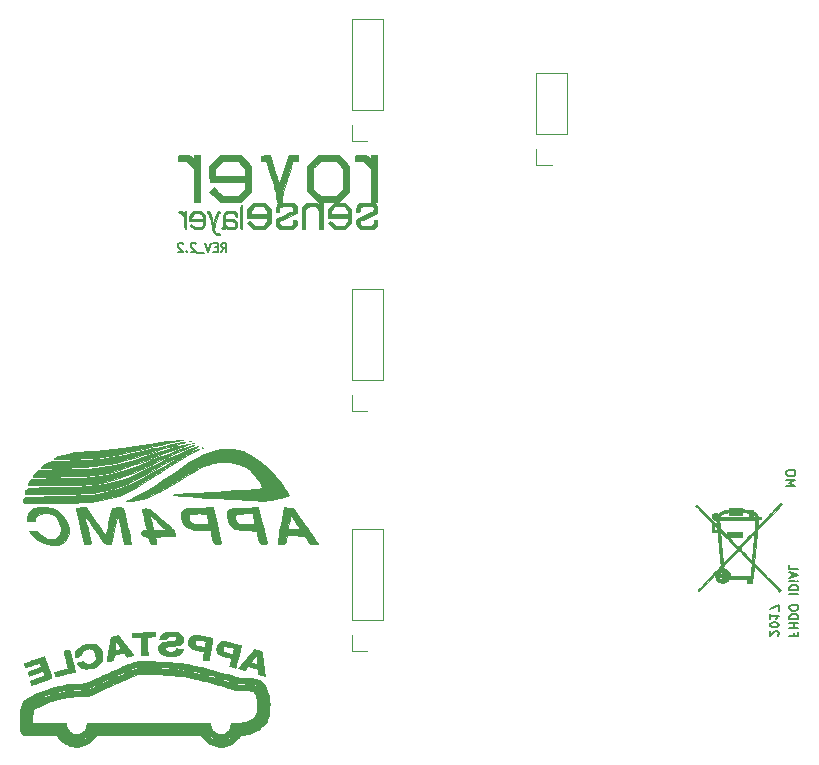
<source format=gbo>
G04 #@! TF.FileFunction,Legend,Bot*
%FSLAX46Y46*%
G04 Gerber Fmt 4.6, Leading zero omitted, Abs format (unit mm)*
G04 Created by KiCad (PCBNEW 4.0.5) date 11/02/17 17:50:55*
%MOMM*%
%LPD*%
G01*
G04 APERTURE LIST*
%ADD10C,0.100000*%
%ADD11C,0.187500*%
%ADD12C,0.010000*%
%ADD13C,0.120000*%
G04 APERTURE END LIST*
D10*
D11*
X164296286Y-114379215D02*
X164332000Y-114343501D01*
X164367714Y-114272072D01*
X164367714Y-114093501D01*
X164332000Y-114022072D01*
X164296286Y-113986358D01*
X164224857Y-113950643D01*
X164153429Y-113950643D01*
X164046286Y-113986358D01*
X163617714Y-114414929D01*
X163617714Y-113950643D01*
X164367714Y-113486357D02*
X164367714Y-113414929D01*
X164332000Y-113343500D01*
X164296286Y-113307786D01*
X164224857Y-113272072D01*
X164082000Y-113236357D01*
X163903429Y-113236357D01*
X163760571Y-113272072D01*
X163689143Y-113307786D01*
X163653429Y-113343500D01*
X163617714Y-113414929D01*
X163617714Y-113486357D01*
X163653429Y-113557786D01*
X163689143Y-113593500D01*
X163760571Y-113629215D01*
X163903429Y-113664929D01*
X164082000Y-113664929D01*
X164224857Y-113629215D01*
X164296286Y-113593500D01*
X164332000Y-113557786D01*
X164367714Y-113486357D01*
X163617714Y-112522071D02*
X163617714Y-112950643D01*
X163617714Y-112736357D02*
X164367714Y-112736357D01*
X164260571Y-112807786D01*
X164189143Y-112879214D01*
X164153429Y-112950643D01*
X164367714Y-112272071D02*
X164367714Y-111772071D01*
X163617714Y-112093500D01*
X165014714Y-101671357D02*
X165764714Y-101671357D01*
X165229000Y-101421357D01*
X165764714Y-101171357D01*
X165014714Y-101171357D01*
X165764714Y-100671356D02*
X165764714Y-100528499D01*
X165729000Y-100457071D01*
X165657571Y-100385642D01*
X165514714Y-100349928D01*
X165264714Y-100349928D01*
X165121857Y-100385642D01*
X165050429Y-100457071D01*
X165014714Y-100528499D01*
X165014714Y-100671356D01*
X165050429Y-100742785D01*
X165121857Y-100814214D01*
X165264714Y-100849928D01*
X165514714Y-100849928D01*
X165657571Y-100814214D01*
X165729000Y-100742785D01*
X165764714Y-100671356D01*
X165661571Y-114138929D02*
X165661571Y-114388929D01*
X165268714Y-114388929D02*
X166018714Y-114388929D01*
X166018714Y-114031786D01*
X165268714Y-113746072D02*
X166018714Y-113746072D01*
X165661571Y-113746072D02*
X165661571Y-113317500D01*
X165268714Y-113317500D02*
X166018714Y-113317500D01*
X165268714Y-112960358D02*
X166018714Y-112960358D01*
X166018714Y-112781786D01*
X165983000Y-112674643D01*
X165911571Y-112603215D01*
X165840143Y-112567500D01*
X165697286Y-112531786D01*
X165590143Y-112531786D01*
X165447286Y-112567500D01*
X165375857Y-112603215D01*
X165304429Y-112674643D01*
X165268714Y-112781786D01*
X165268714Y-112960358D01*
X166018714Y-112067500D02*
X166018714Y-111924643D01*
X165983000Y-111853215D01*
X165911571Y-111781786D01*
X165768714Y-111746072D01*
X165518714Y-111746072D01*
X165375857Y-111781786D01*
X165304429Y-111853215D01*
X165268714Y-111924643D01*
X165268714Y-112067500D01*
X165304429Y-112138929D01*
X165375857Y-112210358D01*
X165518714Y-112246072D01*
X165768714Y-112246072D01*
X165911571Y-112210358D01*
X165983000Y-112138929D01*
X166018714Y-112067500D01*
X165268714Y-110853215D02*
X166018714Y-110853215D01*
X165268714Y-110496072D02*
X166018714Y-110496072D01*
X166018714Y-110317500D01*
X165983000Y-110210357D01*
X165911571Y-110138929D01*
X165840143Y-110103214D01*
X165697286Y-110067500D01*
X165590143Y-110067500D01*
X165447286Y-110103214D01*
X165375857Y-110138929D01*
X165304429Y-110210357D01*
X165268714Y-110317500D01*
X165268714Y-110496072D01*
X165268714Y-109746072D02*
X165768714Y-109746072D01*
X166018714Y-109746072D02*
X165983000Y-109781786D01*
X165947286Y-109746072D01*
X165983000Y-109710357D01*
X166018714Y-109746072D01*
X165947286Y-109746072D01*
X165483000Y-109424643D02*
X165483000Y-109067500D01*
X165268714Y-109496071D02*
X166018714Y-109246071D01*
X165268714Y-108996071D01*
X165268714Y-108388929D02*
X165268714Y-108746072D01*
X166018714Y-108746072D01*
X117177143Y-81873286D02*
X117427143Y-81516143D01*
X117605715Y-81873286D02*
X117605715Y-81123286D01*
X117320000Y-81123286D01*
X117248572Y-81159000D01*
X117212857Y-81194714D01*
X117177143Y-81266143D01*
X117177143Y-81373286D01*
X117212857Y-81444714D01*
X117248572Y-81480429D01*
X117320000Y-81516143D01*
X117605715Y-81516143D01*
X116855715Y-81480429D02*
X116605715Y-81480429D01*
X116498572Y-81873286D02*
X116855715Y-81873286D01*
X116855715Y-81123286D01*
X116498572Y-81123286D01*
X116284286Y-81123286D02*
X116034286Y-81873286D01*
X115784286Y-81123286D01*
X115712858Y-81944714D02*
X115141429Y-81944714D01*
X114998572Y-81194714D02*
X114962858Y-81159000D01*
X114891429Y-81123286D01*
X114712858Y-81123286D01*
X114641429Y-81159000D01*
X114605715Y-81194714D01*
X114570000Y-81266143D01*
X114570000Y-81337571D01*
X114605715Y-81444714D01*
X115034286Y-81873286D01*
X114570000Y-81873286D01*
X114248572Y-81801857D02*
X114212857Y-81837571D01*
X114248572Y-81873286D01*
X114284286Y-81837571D01*
X114248572Y-81801857D01*
X114248572Y-81873286D01*
X113927143Y-81194714D02*
X113891429Y-81159000D01*
X113820000Y-81123286D01*
X113641429Y-81123286D01*
X113570000Y-81159000D01*
X113534286Y-81194714D01*
X113498571Y-81266143D01*
X113498571Y-81337571D01*
X113534286Y-81444714D01*
X113962857Y-81873286D01*
X113498571Y-81873286D01*
D12*
G36*
X110406856Y-116539180D02*
X110253577Y-116543114D01*
X110142867Y-116548642D01*
X110040393Y-116556024D01*
X109962004Y-116563794D01*
X109897950Y-116573877D01*
X109838486Y-116588202D01*
X109773863Y-116608696D01*
X109694334Y-116637285D01*
X109694133Y-116637359D01*
X109577094Y-116682042D01*
X109432475Y-116739779D01*
X109263345Y-116809215D01*
X109072774Y-116888997D01*
X108863832Y-116977771D01*
X108639586Y-117074182D01*
X108403108Y-117176876D01*
X108157466Y-117284500D01*
X107905730Y-117395700D01*
X107650968Y-117509122D01*
X107396251Y-117623411D01*
X107144648Y-117737214D01*
X106899228Y-117849177D01*
X106663060Y-117957946D01*
X106439214Y-118062167D01*
X106230760Y-118160485D01*
X106104267Y-118220925D01*
X105689400Y-118420322D01*
X105156000Y-118433168D01*
X104952348Y-118438676D01*
X104776148Y-118444933D01*
X104620987Y-118452402D01*
X104480452Y-118461544D01*
X104348129Y-118472821D01*
X104217605Y-118486695D01*
X104082466Y-118503628D01*
X103979133Y-118517912D01*
X103510717Y-118599195D01*
X103044032Y-118709535D01*
X102576667Y-118849700D01*
X102106210Y-119020457D01*
X101630248Y-119222574D01*
X101354467Y-119352641D01*
X101139236Y-119459633D01*
X100954947Y-119555343D01*
X100800782Y-119640243D01*
X100675920Y-119714804D01*
X100579544Y-119779498D01*
X100510833Y-119834795D01*
X100502301Y-119842852D01*
X100411139Y-119952641D01*
X100331254Y-120093918D01*
X100262749Y-120266203D01*
X100205731Y-120469013D01*
X100160304Y-120701867D01*
X100126573Y-120964282D01*
X100104643Y-121255777D01*
X100094619Y-121575869D01*
X100093980Y-121716800D01*
X100095025Y-121835325D01*
X100097352Y-121957270D01*
X100100690Y-122072821D01*
X100104763Y-122172160D01*
X100108361Y-122233267D01*
X100122181Y-122357403D01*
X100145771Y-122456319D01*
X100182579Y-122538064D01*
X100236056Y-122610690D01*
X100295295Y-122669564D01*
X100320450Y-122692569D01*
X100342956Y-122712716D01*
X100365116Y-122730194D01*
X100389231Y-122745192D01*
X100417606Y-122757898D01*
X100452542Y-122768503D01*
X100496342Y-122777195D01*
X100551310Y-122784163D01*
X100619746Y-122789598D01*
X100703956Y-122793687D01*
X100806240Y-122796620D01*
X100928902Y-122798586D01*
X101074244Y-122799774D01*
X101244570Y-122800374D01*
X101442182Y-122800575D01*
X101669382Y-122800566D01*
X101889583Y-122800534D01*
X103239933Y-122800534D01*
X103317988Y-122917946D01*
X103460654Y-123103891D01*
X103629888Y-123274966D01*
X103819831Y-123426070D01*
X104024625Y-123552099D01*
X104076953Y-123578844D01*
X104313782Y-123676973D01*
X104555250Y-123741870D01*
X104799465Y-123773536D01*
X105044537Y-123771971D01*
X105288574Y-123737175D01*
X105529685Y-123669148D01*
X105743981Y-123578844D01*
X105951547Y-123459811D01*
X106145713Y-123314441D01*
X106320621Y-123147836D01*
X106433376Y-123010279D01*
X105730219Y-123010279D01*
X105676925Y-123048727D01*
X105599022Y-123091847D01*
X105504709Y-123135925D01*
X105402191Y-123177250D01*
X105299667Y-123212108D01*
X105257600Y-123224191D01*
X105199071Y-123239427D01*
X105165064Y-123245415D01*
X105147433Y-123241842D01*
X105138034Y-123228392D01*
X105134470Y-123219427D01*
X105126548Y-123189537D01*
X105127673Y-123178816D01*
X105146139Y-123171628D01*
X105187801Y-123159274D01*
X105233870Y-123146970D01*
X105254101Y-123140611D01*
X104460655Y-123140611D01*
X104457391Y-123169399D01*
X104441975Y-123182746D01*
X104410353Y-123180174D01*
X104358474Y-123161205D01*
X104282286Y-123125359D01*
X104267000Y-123117741D01*
X104176164Y-123068196D01*
X104086838Y-123012405D01*
X104008060Y-122956474D01*
X103948868Y-122906513D01*
X103937754Y-122895204D01*
X103911653Y-122863955D01*
X103907720Y-122844033D01*
X103923473Y-122823537D01*
X103939060Y-122811922D01*
X103957202Y-122812038D01*
X103984468Y-122826834D01*
X104027426Y-122859259D01*
X104057986Y-122883936D01*
X104125335Y-122933125D01*
X104208542Y-122985843D01*
X104292238Y-123032509D01*
X104312488Y-123042617D01*
X104385451Y-123080654D01*
X104435732Y-123112699D01*
X104459361Y-123136125D01*
X104460655Y-123140611D01*
X105254101Y-123140611D01*
X105293447Y-123128244D01*
X105367538Y-123099968D01*
X105447559Y-123066011D01*
X105524925Y-123030242D01*
X105591052Y-122996531D01*
X105637356Y-122968749D01*
X105648552Y-122960030D01*
X105671380Y-122945665D01*
X105692463Y-122955560D01*
X105706303Y-122969834D01*
X105726617Y-122996738D01*
X105730219Y-123010279D01*
X106433376Y-123010279D01*
X106470411Y-122965098D01*
X106502945Y-122917946D01*
X106581001Y-122800534D01*
X111012001Y-122801106D01*
X115443000Y-122801678D01*
X115535481Y-122939427D01*
X115684679Y-123132059D01*
X115857232Y-123302598D01*
X116049768Y-123449505D01*
X116258918Y-123571242D01*
X116481311Y-123666269D01*
X116713578Y-123733046D01*
X116952347Y-123770035D01*
X117194249Y-123775696D01*
X117339533Y-123763409D01*
X117585124Y-123715560D01*
X117821623Y-123636095D01*
X118045922Y-123526731D01*
X118254919Y-123389183D01*
X118445507Y-123225169D01*
X118582508Y-123076213D01*
X118633715Y-123011924D01*
X118664254Y-122970930D01*
X117944358Y-122970930D01*
X117940198Y-122992406D01*
X117916573Y-123016828D01*
X117869660Y-123048337D01*
X117806848Y-123084784D01*
X117742687Y-123117496D01*
X117665490Y-123151794D01*
X117583798Y-123184454D01*
X117506156Y-123212251D01*
X117441105Y-123231957D01*
X117397190Y-123240349D01*
X117394567Y-123240440D01*
X117370290Y-123227711D01*
X117364933Y-123200351D01*
X117371028Y-123172012D01*
X117393991Y-123156957D01*
X116692897Y-123156957D01*
X116691402Y-123166394D01*
X116685297Y-123187565D01*
X116673333Y-123197999D01*
X116649976Y-123196873D01*
X116609691Y-123183361D01*
X116546941Y-123156638D01*
X116507477Y-123138994D01*
X116415042Y-123091213D01*
X116310661Y-123027106D01*
X116206351Y-122954279D01*
X116163103Y-122921058D01*
X116135441Y-122896557D01*
X116132552Y-122878659D01*
X116152015Y-122853748D01*
X116169384Y-122836577D01*
X116185649Y-122832140D01*
X116208675Y-122842946D01*
X116246328Y-122871508D01*
X116271433Y-122891876D01*
X116389917Y-122977190D01*
X116518290Y-123050558D01*
X116621502Y-123096009D01*
X116668233Y-123115633D01*
X116689608Y-123133508D01*
X116692897Y-123156957D01*
X117393991Y-123156957D01*
X117395410Y-123156027D01*
X117428434Y-123148125D01*
X117501103Y-123128375D01*
X117590428Y-123094905D01*
X117684854Y-123052734D01*
X117772823Y-123006879D01*
X117820276Y-122977997D01*
X117869913Y-122946353D01*
X117899710Y-122931961D01*
X117917621Y-122932719D01*
X117931599Y-122946526D01*
X117932878Y-122948257D01*
X117944358Y-122970930D01*
X118664254Y-122970930D01*
X118681866Y-122947290D01*
X118718791Y-122893407D01*
X118727309Y-122879554D01*
X118770913Y-122805149D01*
X118912460Y-122793664D01*
X119096692Y-122770322D01*
X119298643Y-122730041D01*
X119508462Y-122675553D01*
X119716300Y-122609587D01*
X119912305Y-122534876D01*
X120022057Y-122486075D01*
X120251624Y-122361448D01*
X120410259Y-122252172D01*
X118872000Y-122252172D01*
X118871033Y-122269143D01*
X118864379Y-122280533D01*
X118846406Y-122287453D01*
X118811483Y-122291018D01*
X118753979Y-122292340D01*
X118668262Y-122292533D01*
X118667848Y-122292534D01*
X118463696Y-122292534D01*
X118429989Y-122368734D01*
X118406622Y-122417509D01*
X118388454Y-122439647D01*
X118368747Y-122440201D01*
X118348957Y-122429527D01*
X118337018Y-122415779D01*
X118337083Y-122391222D01*
X118349847Y-122347240D01*
X118357293Y-122326081D01*
X118377691Y-122276426D01*
X118396586Y-122242089D01*
X118406202Y-122232465D01*
X118428696Y-122230024D01*
X118478170Y-122226925D01*
X118547753Y-122223533D01*
X118630577Y-122220214D01*
X118647633Y-122219609D01*
X118872000Y-122211810D01*
X118872000Y-122252172D01*
X120410259Y-122252172D01*
X120467194Y-122212953D01*
X120660383Y-122046456D01*
X120684628Y-122022582D01*
X120821025Y-121874686D01*
X120855677Y-121828768D01*
X120108514Y-121828768D01*
X120107761Y-121845368D01*
X120089538Y-121863424D01*
X120049069Y-121888974D01*
X120017849Y-121907110D01*
X119923993Y-121959307D01*
X119830322Y-122007930D01*
X119742252Y-122050510D01*
X119665198Y-122084577D01*
X119604576Y-122107662D01*
X119565800Y-122117296D01*
X119557800Y-122116884D01*
X119542094Y-122098299D01*
X119535456Y-122075307D01*
X119539553Y-122045425D01*
X119552389Y-122038290D01*
X119579514Y-122030571D01*
X119629239Y-122010032D01*
X119694480Y-121980161D01*
X119768157Y-121944443D01*
X119843185Y-121906367D01*
X119912483Y-121869419D01*
X119968968Y-121837085D01*
X119995678Y-121820044D01*
X120070847Y-121768326D01*
X120096573Y-121807588D01*
X120108514Y-121828768D01*
X120855677Y-121828768D01*
X120931472Y-121728334D01*
X121022209Y-121574549D01*
X121077227Y-121457933D01*
X121120632Y-121349657D01*
X121156412Y-121241797D01*
X121185342Y-121129439D01*
X121208198Y-121007671D01*
X121225755Y-120871577D01*
X121236757Y-120740463D01*
X120734253Y-120740463D01*
X120731111Y-120790504D01*
X120728188Y-120822835D01*
X120695363Y-121023460D01*
X120636359Y-121208186D01*
X120624323Y-121236451D01*
X120600506Y-121287408D01*
X120583247Y-121312584D01*
X120566606Y-121317672D01*
X120547627Y-121309987D01*
X120522257Y-121285870D01*
X120524553Y-121262535D01*
X120552897Y-121191422D01*
X120582131Y-121105599D01*
X120608873Y-121016396D01*
X120629741Y-120935143D01*
X120641352Y-120873169D01*
X120641700Y-120870133D01*
X120650855Y-120792846D01*
X120659618Y-120743298D01*
X120670191Y-120715462D01*
X120684776Y-120703310D01*
X120703554Y-120700800D01*
X120721927Y-120702808D01*
X120731676Y-120713630D01*
X120734253Y-120740463D01*
X121236757Y-120740463D01*
X121238790Y-120716245D01*
X121248076Y-120536760D01*
X121254196Y-120336733D01*
X121256328Y-120161669D01*
X120201590Y-120161669D01*
X120197439Y-120394209D01*
X120193277Y-120468234D01*
X120185888Y-120570308D01*
X120177487Y-120668839D01*
X120168900Y-120755162D01*
X120160956Y-120820609D01*
X120157529Y-120842538D01*
X120112878Y-120998465D01*
X120037043Y-121141450D01*
X119930188Y-121271367D01*
X119792474Y-121388094D01*
X119624064Y-121491509D01*
X119425121Y-121581488D01*
X119195807Y-121657908D01*
X119020513Y-121702543D01*
X118965259Y-121713994D01*
X118908527Y-121723054D01*
X118844913Y-121730110D01*
X118769009Y-121735552D01*
X118675413Y-121739768D01*
X118558717Y-121743146D01*
X118414800Y-121746051D01*
X117966067Y-121753947D01*
X117963535Y-121892007D01*
X117946587Y-122049793D01*
X117900791Y-122194259D01*
X117824613Y-122328718D01*
X117716520Y-122456484D01*
X117690614Y-122481834D01*
X117558547Y-122584879D01*
X117411859Y-122658473D01*
X117254294Y-122701619D01*
X117089598Y-122713321D01*
X116921515Y-122692582D01*
X116909309Y-122689793D01*
X116764292Y-122639739D01*
X116630651Y-122563004D01*
X116511725Y-122463950D01*
X116410853Y-122346934D01*
X116351133Y-122248789D01*
X115824000Y-122248789D01*
X115811197Y-122275981D01*
X115802833Y-122281319D01*
X115779692Y-122284158D01*
X115728582Y-122286752D01*
X115655401Y-122288920D01*
X115566046Y-122290480D01*
X115481100Y-122291197D01*
X115373610Y-122291514D01*
X115295355Y-122291030D01*
X115241704Y-122289246D01*
X115208027Y-122285659D01*
X115189693Y-122279769D01*
X115182072Y-122271073D01*
X115180534Y-122259072D01*
X115180533Y-122258667D01*
X114503200Y-122258667D01*
X114501787Y-122270565D01*
X114494522Y-122279293D01*
X114476870Y-122285340D01*
X114444296Y-122289197D01*
X114392263Y-122291354D01*
X114316235Y-122292302D01*
X114211677Y-122292531D01*
X114189934Y-122292534D01*
X114079873Y-122292381D01*
X113999142Y-122291595D01*
X113943206Y-122289687D01*
X113907529Y-122286165D01*
X113887575Y-122280540D01*
X113878808Y-122272321D01*
X113876691Y-122261017D01*
X113876667Y-122258667D01*
X113182400Y-122258667D01*
X113180987Y-122270565D01*
X113173722Y-122279293D01*
X113156070Y-122285340D01*
X113123496Y-122289197D01*
X113071463Y-122291354D01*
X112995435Y-122292302D01*
X112890877Y-122292531D01*
X112869133Y-122292534D01*
X112759073Y-122292381D01*
X112678342Y-122291595D01*
X112622406Y-122289687D01*
X112586729Y-122286165D01*
X112566775Y-122280540D01*
X112558008Y-122272321D01*
X112555891Y-122261017D01*
X112555867Y-122258667D01*
X111878533Y-122258667D01*
X111877120Y-122270565D01*
X111869855Y-122279293D01*
X111852204Y-122285340D01*
X111819629Y-122289197D01*
X111767596Y-122291354D01*
X111691568Y-122292302D01*
X111587010Y-122292531D01*
X111565267Y-122292534D01*
X111455206Y-122292381D01*
X111374475Y-122291595D01*
X111318540Y-122289687D01*
X111282862Y-122286165D01*
X111262908Y-122280540D01*
X111254141Y-122272321D01*
X111252025Y-122261017D01*
X111252000Y-122258667D01*
X110574667Y-122258667D01*
X110573282Y-122270429D01*
X110566142Y-122279098D01*
X110548772Y-122285144D01*
X110516695Y-122289038D01*
X110465435Y-122291253D01*
X110390515Y-122292259D01*
X110287459Y-122292526D01*
X110252933Y-122292534D01*
X110141193Y-122292388D01*
X110058842Y-122291636D01*
X110001405Y-122289808D01*
X109964405Y-122286431D01*
X109943366Y-122281035D01*
X109933812Y-122273149D01*
X109931267Y-122262301D01*
X109931200Y-122258667D01*
X109253867Y-122258667D01*
X109252453Y-122270565D01*
X109245189Y-122279293D01*
X109227537Y-122285340D01*
X109194963Y-122289197D01*
X109142929Y-122291354D01*
X109066902Y-122292302D01*
X108962344Y-122292531D01*
X108940600Y-122292534D01*
X108830539Y-122292381D01*
X108749809Y-122291595D01*
X108693873Y-122289687D01*
X108658196Y-122286165D01*
X108638241Y-122280540D01*
X108629474Y-122272321D01*
X108627358Y-122261017D01*
X108627333Y-122258667D01*
X107950000Y-122258667D01*
X107948587Y-122270565D01*
X107941322Y-122279293D01*
X107923670Y-122285340D01*
X107891096Y-122289197D01*
X107839063Y-122291354D01*
X107763035Y-122292302D01*
X107658477Y-122292531D01*
X107636734Y-122292534D01*
X107526673Y-122292381D01*
X107445942Y-122291595D01*
X107390006Y-122289687D01*
X107354329Y-122286165D01*
X107334375Y-122280540D01*
X107325608Y-122272321D01*
X107323491Y-122261017D01*
X107323467Y-122258667D01*
X107323535Y-122258094D01*
X106629200Y-122258094D01*
X106626684Y-122272892D01*
X106615205Y-122282810D01*
X106588871Y-122289083D01*
X106541787Y-122292944D01*
X106468060Y-122295626D01*
X106447167Y-122296194D01*
X106265134Y-122301000D01*
X106223798Y-122389900D01*
X106199452Y-122441599D01*
X106183523Y-122468339D01*
X106169599Y-122475614D01*
X106151270Y-122468912D01*
X106139143Y-122462407D01*
X106123930Y-122451782D01*
X106118973Y-122436148D01*
X106125065Y-122407634D01*
X106143003Y-122358367D01*
X106151974Y-122335407D01*
X106195437Y-122224800D01*
X106412319Y-122224800D01*
X106501451Y-122225109D01*
X106562148Y-122226591D01*
X106599839Y-122230079D01*
X106619954Y-122236408D01*
X106627922Y-122246411D01*
X106629200Y-122258094D01*
X107323535Y-122258094D01*
X107324880Y-122246768D01*
X107332145Y-122238041D01*
X107349797Y-122231994D01*
X107382371Y-122228137D01*
X107434404Y-122225979D01*
X107510432Y-122225032D01*
X107614990Y-122224803D01*
X107636734Y-122224800D01*
X107746794Y-122224953D01*
X107827525Y-122225738D01*
X107883461Y-122227647D01*
X107919138Y-122231168D01*
X107939092Y-122236793D01*
X107947859Y-122245013D01*
X107949976Y-122256316D01*
X107950000Y-122258667D01*
X108627333Y-122258667D01*
X108628747Y-122246768D01*
X108636012Y-122238041D01*
X108653663Y-122231994D01*
X108686238Y-122228137D01*
X108738271Y-122225979D01*
X108814299Y-122225032D01*
X108918857Y-122224803D01*
X108940600Y-122224800D01*
X109050661Y-122224953D01*
X109131392Y-122225738D01*
X109187327Y-122227647D01*
X109223005Y-122231168D01*
X109242959Y-122236793D01*
X109251726Y-122245013D01*
X109253842Y-122256316D01*
X109253867Y-122258667D01*
X109931200Y-122258667D01*
X109932585Y-122246905D01*
X109939725Y-122238236D01*
X109957095Y-122232190D01*
X109989172Y-122228295D01*
X110040432Y-122226081D01*
X110115352Y-122225075D01*
X110218408Y-122224807D01*
X110252933Y-122224800D01*
X110364674Y-122224946D01*
X110447025Y-122225697D01*
X110504462Y-122227526D01*
X110541462Y-122230902D01*
X110562501Y-122236298D01*
X110572055Y-122244185D01*
X110574600Y-122255033D01*
X110574667Y-122258667D01*
X111252000Y-122258667D01*
X111253414Y-122246768D01*
X111260678Y-122238041D01*
X111278330Y-122231994D01*
X111310904Y-122228137D01*
X111362938Y-122225979D01*
X111438965Y-122225032D01*
X111543523Y-122224803D01*
X111565267Y-122224800D01*
X111675328Y-122224953D01*
X111756058Y-122225738D01*
X111811994Y-122227647D01*
X111847671Y-122231168D01*
X111867626Y-122236793D01*
X111876393Y-122245013D01*
X111878509Y-122256316D01*
X111878533Y-122258667D01*
X112555867Y-122258667D01*
X112557280Y-122246768D01*
X112564545Y-122238041D01*
X112582197Y-122231994D01*
X112614771Y-122228137D01*
X112666804Y-122225979D01*
X112742832Y-122225032D01*
X112847390Y-122224803D01*
X112869133Y-122224800D01*
X112979194Y-122224953D01*
X113059925Y-122225738D01*
X113115861Y-122227647D01*
X113151538Y-122231168D01*
X113171492Y-122236793D01*
X113180259Y-122245013D01*
X113182376Y-122256316D01*
X113182400Y-122258667D01*
X113876667Y-122258667D01*
X113878080Y-122246768D01*
X113885345Y-122238041D01*
X113902997Y-122231994D01*
X113935571Y-122228137D01*
X113987604Y-122225979D01*
X114063632Y-122225032D01*
X114168190Y-122224803D01*
X114189934Y-122224800D01*
X114299994Y-122224953D01*
X114380725Y-122225738D01*
X114436661Y-122227647D01*
X114472338Y-122231168D01*
X114492292Y-122236793D01*
X114501059Y-122245013D01*
X114503176Y-122256316D01*
X114503200Y-122258667D01*
X115180533Y-122258667D01*
X115181919Y-122246905D01*
X115189058Y-122238236D01*
X115206428Y-122232190D01*
X115238505Y-122228295D01*
X115289765Y-122226081D01*
X115364686Y-122225075D01*
X115467742Y-122224807D01*
X115502267Y-122224800D01*
X115616714Y-122225183D01*
X115701383Y-122226534D01*
X115760358Y-122229158D01*
X115797721Y-122233359D01*
X115817555Y-122239442D01*
X115823943Y-122247711D01*
X115824000Y-122248789D01*
X116351133Y-122248789D01*
X116331372Y-122216315D01*
X116276622Y-122076453D01*
X116249940Y-121931707D01*
X116249840Y-121828670D01*
X116256044Y-121750667D01*
X105765600Y-121750667D01*
X105765600Y-121875883D01*
X105749354Y-122036384D01*
X105702418Y-122187889D01*
X105627501Y-122327034D01*
X105527307Y-122450455D01*
X105404545Y-122554786D01*
X105261921Y-122636662D01*
X105110226Y-122690652D01*
X104953156Y-122715084D01*
X104798279Y-122708380D01*
X104649072Y-122673227D01*
X104509015Y-122612311D01*
X104381585Y-122528317D01*
X104270260Y-122423933D01*
X104178519Y-122301844D01*
X104147988Y-122240892D01*
X103596512Y-122240892D01*
X103591667Y-122250115D01*
X103585433Y-122257256D01*
X103572286Y-122268839D01*
X103553767Y-122277346D01*
X103524864Y-122283280D01*
X103480565Y-122287140D01*
X103415857Y-122289429D01*
X103325728Y-122290647D01*
X103246767Y-122291122D01*
X103137563Y-122291468D01*
X103057657Y-122291039D01*
X103002482Y-122289357D01*
X102967471Y-122285941D01*
X102948056Y-122280313D01*
X102939671Y-122271991D01*
X102937747Y-122260498D01*
X102937733Y-122258667D01*
X102260400Y-122258667D01*
X102258987Y-122270565D01*
X102251722Y-122279293D01*
X102234070Y-122285340D01*
X102201496Y-122289197D01*
X102149463Y-122291354D01*
X102073435Y-122292302D01*
X101968877Y-122292531D01*
X101947133Y-122292534D01*
X101837073Y-122292381D01*
X101756342Y-122291595D01*
X101700406Y-122289687D01*
X101664729Y-122286165D01*
X101644775Y-122280540D01*
X101636008Y-122272321D01*
X101633891Y-122261017D01*
X101633867Y-122258667D01*
X100956533Y-122258667D01*
X100954280Y-122273853D01*
X100943505Y-122283670D01*
X100918183Y-122289279D01*
X100872291Y-122291842D01*
X100799806Y-122292521D01*
X100780949Y-122292534D01*
X100605365Y-122292534D01*
X100594869Y-122229034D01*
X100589050Y-122176360D01*
X100585158Y-122107805D01*
X100584187Y-122059700D01*
X100584895Y-122001952D01*
X100589351Y-121970266D01*
X100600658Y-121956844D01*
X100621923Y-121953889D01*
X100626333Y-121953867D01*
X100648699Y-121955681D01*
X100661366Y-121966114D01*
X100667088Y-121992650D01*
X100668614Y-122042775D01*
X100668667Y-122069014D01*
X100671637Y-122134785D01*
X100679627Y-122183575D01*
X100688987Y-122204480D01*
X100717209Y-122215543D01*
X100771302Y-122222669D01*
X100832920Y-122224800D01*
X100896807Y-122225643D01*
X100933949Y-122229468D01*
X100951450Y-122238223D01*
X100956417Y-122253854D01*
X100956533Y-122258667D01*
X101633867Y-122258667D01*
X101635280Y-122246768D01*
X101642545Y-122238041D01*
X101660197Y-122231994D01*
X101692771Y-122228137D01*
X101744804Y-122225979D01*
X101820832Y-122225032D01*
X101925390Y-122224803D01*
X101947133Y-122224800D01*
X102057194Y-122224953D01*
X102137925Y-122225738D01*
X102193861Y-122227647D01*
X102229538Y-122231168D01*
X102249492Y-122236793D01*
X102258259Y-122245013D01*
X102260376Y-122256316D01*
X102260400Y-122258667D01*
X102937733Y-122258667D01*
X102939066Y-122247163D01*
X102945971Y-122238610D01*
X102962814Y-122232570D01*
X102993958Y-122228608D01*
X103043768Y-122226287D01*
X103116607Y-122225171D01*
X103216839Y-122224823D01*
X103276400Y-122224800D01*
X103391212Y-122224899D01*
X103476136Y-122225474D01*
X103535149Y-122226943D01*
X103572231Y-122229724D01*
X103591359Y-122234234D01*
X103596512Y-122240892D01*
X104147988Y-122240892D01*
X104109840Y-122164736D01*
X104067700Y-122015295D01*
X104055333Y-121875978D01*
X104055333Y-121750857D01*
X102611767Y-121746529D01*
X101168200Y-121742200D01*
X101162530Y-121657533D01*
X101160649Y-121582934D01*
X101162836Y-121485859D01*
X101168510Y-121372441D01*
X101177093Y-121248810D01*
X101188005Y-121121097D01*
X101200667Y-120995435D01*
X101214501Y-120877953D01*
X101228926Y-120774783D01*
X101242855Y-120694963D01*
X100729862Y-120694963D01*
X100723979Y-120750338D01*
X100721026Y-120770006D01*
X100711742Y-120840126D01*
X100702484Y-120927340D01*
X100694995Y-121014922D01*
X100693864Y-121031000D01*
X100687151Y-121123096D01*
X100680623Y-121186603D01*
X100672864Y-121226762D01*
X100662456Y-121248813D01*
X100647984Y-121257996D01*
X100632067Y-121259600D01*
X100616327Y-121258231D01*
X100606536Y-121250167D01*
X100601924Y-121229471D01*
X100601718Y-121190208D01*
X100605144Y-121126440D01*
X100608379Y-121077567D01*
X100617637Y-120962324D01*
X100628893Y-120857493D01*
X100641390Y-120767900D01*
X100654371Y-120698369D01*
X100667082Y-120653725D01*
X100677133Y-120638941D01*
X100705261Y-120642192D01*
X100715999Y-120647515D01*
X100727303Y-120663147D01*
X100729862Y-120694963D01*
X101242855Y-120694963D01*
X101243363Y-120692056D01*
X101257234Y-120635903D01*
X101259700Y-120628895D01*
X101271224Y-120612445D01*
X101296585Y-120591400D01*
X101338777Y-120564019D01*
X101400794Y-120528557D01*
X101485627Y-120483271D01*
X101596271Y-120426419D01*
X101679057Y-120384640D01*
X102032254Y-120214349D01*
X102369342Y-120066844D01*
X102696781Y-119939662D01*
X102852971Y-119887003D01*
X101498095Y-119887003D01*
X101484100Y-119896959D01*
X101446061Y-119919943D01*
X101389663Y-119952764D01*
X101320594Y-119992235D01*
X101244540Y-120035164D01*
X101167189Y-120078365D01*
X101094227Y-120118646D01*
X101031341Y-120152819D01*
X100984218Y-120177694D01*
X100958545Y-120190083D01*
X100956373Y-120190809D01*
X100941913Y-120179918D01*
X100926811Y-120159277D01*
X100918865Y-120146073D01*
X100915888Y-120134542D01*
X100921318Y-120122207D01*
X100938592Y-120106591D01*
X100971151Y-120085215D01*
X101022431Y-120055605D01*
X101095872Y-120015281D01*
X101194911Y-119961768D01*
X101219000Y-119948775D01*
X101308633Y-119900837D01*
X101373334Y-119867651D01*
X101417726Y-119847433D01*
X101446433Y-119838401D01*
X101464079Y-119838773D01*
X101475287Y-119846766D01*
X101477233Y-119849216D01*
X101494359Y-119876304D01*
X101498095Y-119887003D01*
X102852971Y-119887003D01*
X103021035Y-119830341D01*
X103348565Y-119736418D01*
X103444528Y-119711848D01*
X103641209Y-119664834D01*
X103826607Y-119625237D01*
X104006612Y-119592342D01*
X104187110Y-119565435D01*
X104373988Y-119543803D01*
X104573136Y-119526731D01*
X104790439Y-119513505D01*
X105031786Y-119503410D01*
X105206800Y-119498125D01*
X105400670Y-119492403D01*
X105562544Y-119486328D01*
X105694292Y-119479792D01*
X105797783Y-119472688D01*
X105874887Y-119464906D01*
X105926467Y-119456560D01*
X105986881Y-119439110D01*
X106031317Y-119422334D01*
X102718922Y-119422334D01*
X102553161Y-119480480D01*
X102463283Y-119512861D01*
X102366478Y-119549094D01*
X102279145Y-119583002D01*
X102251933Y-119593959D01*
X102116467Y-119649292D01*
X102086833Y-119614370D01*
X102064174Y-119576018D01*
X102057200Y-119546856D01*
X102059677Y-119532675D01*
X102069645Y-119518917D01*
X102090909Y-119503741D01*
X102127274Y-119485305D01*
X102182545Y-119461768D01*
X102260528Y-119431287D01*
X102365028Y-119392022D01*
X102416863Y-119372792D01*
X102519682Y-119335880D01*
X102595526Y-119312185D01*
X102648543Y-119301572D01*
X102682880Y-119303906D01*
X102702685Y-119319049D01*
X102712105Y-119346868D01*
X102714028Y-119363067D01*
X102718922Y-119422334D01*
X106031317Y-119422334D01*
X106069972Y-119407741D01*
X106177454Y-119361720D01*
X106311041Y-119300316D01*
X106459867Y-119228929D01*
X106709929Y-119108706D01*
X106836716Y-119049033D01*
X103970667Y-119049033D01*
X103967608Y-119087923D01*
X103951815Y-119107156D01*
X103913365Y-119117626D01*
X103907167Y-119118738D01*
X103866487Y-119126504D01*
X103801344Y-119139601D01*
X103720389Y-119156265D01*
X103632274Y-119174732D01*
X103623533Y-119176582D01*
X103523973Y-119197563D01*
X103452306Y-119212037D01*
X103403301Y-119220553D01*
X103371729Y-119223659D01*
X103352359Y-119221903D01*
X103339961Y-119215832D01*
X103330587Y-119207280D01*
X103310715Y-119168148D01*
X103315914Y-119126418D01*
X103343782Y-119095955D01*
X103350406Y-119092968D01*
X103396274Y-119079191D01*
X103466388Y-119062401D01*
X103551947Y-119044261D01*
X103644152Y-119026435D01*
X103734204Y-119010586D01*
X103813302Y-118998378D01*
X103872648Y-118991476D01*
X103892176Y-118990534D01*
X103939902Y-118991706D01*
X103962843Y-118999734D01*
X103970081Y-119021389D01*
X103970667Y-119049033D01*
X106836716Y-119049033D01*
X106988308Y-118977686D01*
X107291750Y-118837325D01*
X107617002Y-118689081D01*
X107752784Y-118627996D01*
X106524824Y-118627996D01*
X106520364Y-118644015D01*
X106506677Y-118660406D01*
X106479740Y-118679981D01*
X106435532Y-118705554D01*
X106370029Y-118739939D01*
X106279210Y-118785950D01*
X106253145Y-118799063D01*
X106163894Y-118843446D01*
X106084360Y-118882057D01*
X106019749Y-118912445D01*
X105975264Y-118932159D01*
X105956535Y-118938763D01*
X105935324Y-118925830D01*
X105911720Y-118893073D01*
X105909968Y-118889774D01*
X105909566Y-118888934D01*
X105274534Y-118888934D01*
X105274534Y-119023619D01*
X104973967Y-119028799D01*
X104875201Y-119030449D01*
X104787312Y-119031817D01*
X104716265Y-119032820D01*
X104668028Y-119033372D01*
X104649403Y-119033423D01*
X104627393Y-119018639D01*
X104609702Y-118985731D01*
X104601130Y-118954392D01*
X104601537Y-118930642D01*
X104614650Y-118913433D01*
X104644194Y-118901722D01*
X104693896Y-118894465D01*
X104767482Y-118890615D01*
X104868677Y-118889128D01*
X104954874Y-118888934D01*
X105274534Y-118888934D01*
X105909566Y-118888934D01*
X105892271Y-118852812D01*
X105884185Y-118830515D01*
X105884134Y-118829783D01*
X105898578Y-118819481D01*
X105938707Y-118796974D01*
X105999718Y-118764797D01*
X106076807Y-118725489D01*
X106159300Y-118684469D01*
X106272982Y-118629663D01*
X106360445Y-118590567D01*
X106425097Y-118566480D01*
X106470343Y-118556702D01*
X106499593Y-118560533D01*
X106516251Y-118577274D01*
X106523727Y-118606225D01*
X106524078Y-118609534D01*
X106524824Y-118627996D01*
X107752784Y-118627996D01*
X107960810Y-118534411D01*
X108319920Y-118374774D01*
X108691078Y-118211626D01*
X108975473Y-118087972D01*
X107727366Y-118087972D01*
X107722593Y-118106555D01*
X107704420Y-118116929D01*
X107661313Y-118138401D01*
X107599241Y-118168216D01*
X107524171Y-118203613D01*
X107442071Y-118241834D01*
X107358908Y-118280121D01*
X107280651Y-118315714D01*
X107213267Y-118345857D01*
X107162725Y-118367789D01*
X107134992Y-118378753D01*
X107132149Y-118379480D01*
X107117319Y-118366520D01*
X107098502Y-118332804D01*
X107095563Y-118326068D01*
X107081804Y-118286814D01*
X107078285Y-118262429D01*
X107078860Y-118260901D01*
X107098037Y-118247906D01*
X107142532Y-118225119D01*
X107206163Y-118195190D01*
X107282750Y-118160770D01*
X107366112Y-118124512D01*
X107450068Y-118089066D01*
X107528439Y-118057083D01*
X107595042Y-118031215D01*
X107643699Y-118014114D01*
X107667488Y-118008400D01*
X107704762Y-118017597D01*
X107722946Y-118050868D01*
X107723111Y-118051522D01*
X107727366Y-118087972D01*
X108975473Y-118087972D01*
X109071029Y-118046425D01*
X109456521Y-117880630D01*
X109728000Y-117764965D01*
X110092067Y-117610467D01*
X110820200Y-117612183D01*
X111421435Y-117619162D01*
X111991181Y-117637218D01*
X112529967Y-117666398D01*
X113038325Y-117706747D01*
X113516784Y-117758310D01*
X113965874Y-117821133D01*
X114386126Y-117895261D01*
X114570934Y-117933392D01*
X114745219Y-117972308D01*
X114940756Y-118018089D01*
X115154274Y-118069842D01*
X115382500Y-118126671D01*
X115622162Y-118187683D01*
X115869990Y-118251981D01*
X116122711Y-118318673D01*
X116377054Y-118386863D01*
X116629747Y-118455658D01*
X116877519Y-118524161D01*
X117117097Y-118591480D01*
X117345211Y-118656719D01*
X117558588Y-118718984D01*
X117753957Y-118777381D01*
X117928046Y-118831015D01*
X118077584Y-118878991D01*
X118199298Y-118920415D01*
X118253934Y-118940359D01*
X118283282Y-118950796D01*
X118313096Y-118959312D01*
X118347364Y-118966214D01*
X118390079Y-118971807D01*
X118445231Y-118976399D01*
X118516812Y-118980296D01*
X118608811Y-118983803D01*
X118725221Y-118987227D01*
X118870031Y-118990874D01*
X118931267Y-118992333D01*
X119147814Y-118998471D01*
X119332730Y-119006018D01*
X119488230Y-119015195D01*
X119616527Y-119026224D01*
X119719837Y-119039325D01*
X119800373Y-119054720D01*
X119860351Y-119072631D01*
X119894432Y-119088574D01*
X119936316Y-119126661D01*
X119982272Y-119191357D01*
X120029011Y-119276213D01*
X120073245Y-119374782D01*
X120111686Y-119480615D01*
X120134213Y-119558805D01*
X120169538Y-119737209D01*
X120192143Y-119940416D01*
X120201590Y-120161669D01*
X121256328Y-120161669D01*
X121256792Y-120123606D01*
X121254672Y-120000487D01*
X120766521Y-120000487D01*
X120760169Y-120017833D01*
X120745330Y-120023101D01*
X120730348Y-120023467D01*
X120710640Y-120021828D01*
X120697724Y-120012620D01*
X120689380Y-119989402D01*
X120683390Y-119945738D01*
X120677533Y-119875188D01*
X120677054Y-119868846D01*
X120668230Y-119777469D01*
X120655644Y-119678106D01*
X120641795Y-119590179D01*
X120639722Y-119578958D01*
X120626046Y-119496605D01*
X120622429Y-119442078D01*
X120629319Y-119410730D01*
X120647164Y-119397913D01*
X120657283Y-119396934D01*
X120677788Y-119413772D01*
X120697640Y-119463913D01*
X120716725Y-119546799D01*
X120734928Y-119661870D01*
X120752132Y-119808568D01*
X120760964Y-119900700D01*
X120766186Y-119963848D01*
X120766521Y-120000487D01*
X121254672Y-120000487D01*
X121253579Y-119937084D01*
X121243934Y-119770306D01*
X121227238Y-119616411D01*
X121202869Y-119468539D01*
X121170206Y-119319827D01*
X121157640Y-119269934D01*
X121085574Y-119036052D01*
X120996150Y-118821364D01*
X120968207Y-118770074D01*
X120386042Y-118770074D01*
X120370377Y-118783622D01*
X120366763Y-118785756D01*
X120339642Y-118800255D01*
X120330641Y-118803752D01*
X120316118Y-118793456D01*
X120283539Y-118765849D01*
X120239658Y-118726674D01*
X120234982Y-118722408D01*
X120171706Y-118670922D01*
X120105376Y-118632708D01*
X120021623Y-118599696D01*
X120008832Y-118595408D01*
X119943068Y-118574642D01*
X119887689Y-118558918D01*
X119852011Y-118550823D01*
X119846258Y-118550267D01*
X119825285Y-118535527D01*
X119820267Y-118506049D01*
X119822848Y-118477785D01*
X119837044Y-118467935D01*
X119872533Y-118471553D01*
X119883767Y-118473592D01*
X120002409Y-118503506D01*
X120117115Y-118546931D01*
X120220341Y-118600011D01*
X120304546Y-118658889D01*
X120360576Y-118717413D01*
X120383108Y-118751677D01*
X120386042Y-118770074D01*
X120968207Y-118770074D01*
X120891013Y-118628385D01*
X120771808Y-118459634D01*
X120698861Y-118380934D01*
X119159867Y-118380934D01*
X119159867Y-118437378D01*
X119156769Y-118479219D01*
X119149245Y-118504347D01*
X119148578Y-118505111D01*
X119126473Y-118510565D01*
X119077204Y-118514379D01*
X119007431Y-118516647D01*
X118923812Y-118517463D01*
X118833006Y-118516919D01*
X118741673Y-118515109D01*
X118656471Y-118512125D01*
X118584058Y-118508061D01*
X118531095Y-118503009D01*
X118504240Y-118497064D01*
X118502854Y-118496080D01*
X118487661Y-118464877D01*
X118482533Y-118428347D01*
X118482533Y-118380934D01*
X119159867Y-118380934D01*
X120698861Y-118380934D01*
X120640180Y-118317627D01*
X120508584Y-118213441D01*
X117889867Y-118213441D01*
X117881580Y-118260550D01*
X117860946Y-118294937D01*
X117834305Y-118307302D01*
X117826983Y-118305688D01*
X117802445Y-118297767D01*
X117751384Y-118282309D01*
X117679831Y-118261105D01*
X117593818Y-118235947D01*
X117527715Y-118216793D01*
X117435644Y-118189499D01*
X117354392Y-118164061D01*
X117289832Y-118142423D01*
X117247838Y-118126531D01*
X117234920Y-118119785D01*
X117223093Y-118090750D01*
X117224194Y-118054967D01*
X117229468Y-118034301D01*
X117238370Y-118019411D01*
X117254409Y-118010818D01*
X117281095Y-118009039D01*
X117321937Y-118014594D01*
X117380447Y-118028000D01*
X117460132Y-118049776D01*
X117564503Y-118080442D01*
X117697069Y-118120515D01*
X117724767Y-118128941D01*
X117801249Y-118153246D01*
X117850406Y-118172053D01*
X117877740Y-118188179D01*
X117888757Y-118204440D01*
X117889867Y-118213441D01*
X120508584Y-118213441D01*
X120497773Y-118204882D01*
X120437974Y-118168437D01*
X120309062Y-118106654D01*
X120159387Y-118054375D01*
X119987099Y-118011318D01*
X119790352Y-117977198D01*
X119567297Y-117951732D01*
X119316085Y-117934636D01*
X119034869Y-117925628D01*
X118845024Y-117923979D01*
X118742796Y-117923678D01*
X118665788Y-117922165D01*
X118605357Y-117918210D01*
X118552855Y-117910585D01*
X118499639Y-117898058D01*
X118437062Y-117879399D01*
X118362424Y-117855316D01*
X118227593Y-117812526D01*
X116619867Y-117812526D01*
X116619867Y-117865308D01*
X116614543Y-117914732D01*
X116596444Y-117937568D01*
X116578945Y-117940951D01*
X116557364Y-117936867D01*
X116508660Y-117925349D01*
X116438406Y-117907790D01*
X116352177Y-117885580D01*
X116264267Y-117862431D01*
X116168647Y-117836562D01*
X116084370Y-117812929D01*
X116016911Y-117793133D01*
X115971744Y-117778778D01*
X115954604Y-117771770D01*
X115950303Y-117749108D01*
X115958418Y-117714824D01*
X115970336Y-117692516D01*
X115988959Y-117678151D01*
X116018464Y-117672009D01*
X116063026Y-117674371D01*
X116126821Y-117685517D01*
X116214026Y-117705726D01*
X116328816Y-117735278D01*
X116350919Y-117741130D01*
X116619867Y-117812526D01*
X118227593Y-117812526D01*
X118173272Y-117795287D01*
X117955698Y-117728974D01*
X117714296Y-117657623D01*
X117453665Y-117582477D01*
X117271753Y-117531130D01*
X115349999Y-117531130D01*
X115349867Y-117540564D01*
X115345035Y-117588627D01*
X115332414Y-117615854D01*
X115325183Y-117618933D01*
X115308874Y-117615224D01*
X115264755Y-117604903D01*
X115197970Y-117589182D01*
X115113661Y-117569270D01*
X115041671Y-117552226D01*
X108929950Y-117552226D01*
X108928971Y-117561515D01*
X108913127Y-117573905D01*
X108872059Y-117596990D01*
X108811629Y-117628032D01*
X108737702Y-117664292D01*
X108656141Y-117703033D01*
X108572810Y-117741517D01*
X108493572Y-117777006D01*
X108424292Y-117806761D01*
X108370833Y-117828044D01*
X108339059Y-117838119D01*
X108335668Y-117838555D01*
X108320529Y-117825414D01*
X108299414Y-117792510D01*
X108296127Y-117786321D01*
X108281586Y-117747921D01*
X108281503Y-117722534D01*
X108282993Y-117720617D01*
X108304042Y-117708711D01*
X108349993Y-117686752D01*
X108414681Y-117657385D01*
X108491946Y-117623254D01*
X108575624Y-117587005D01*
X108659554Y-117551283D01*
X108737574Y-117518731D01*
X108803520Y-117491996D01*
X108851232Y-117473722D01*
X108874546Y-117466553D01*
X108874984Y-117466533D01*
X108900369Y-117480917D01*
X108921455Y-117514344D01*
X108929950Y-117552226D01*
X115041671Y-117552226D01*
X115016970Y-117546378D01*
X115014384Y-117545765D01*
X114916237Y-117521881D01*
X114829311Y-117499550D01*
X114759060Y-117480270D01*
X114710937Y-117465537D01*
X114690414Y-117456865D01*
X114682135Y-117430104D01*
X114684277Y-117394567D01*
X114691826Y-117371254D01*
X114706677Y-117356297D01*
X114733302Y-117349763D01*
X114776174Y-117351719D01*
X114839767Y-117362234D01*
X114928554Y-117381375D01*
X115005888Y-117399419D01*
X115120643Y-117426563D01*
X115206647Y-117447269D01*
X115268028Y-117463231D01*
X115308912Y-117476141D01*
X115333425Y-117487693D01*
X115345693Y-117499579D01*
X115349842Y-117513494D01*
X115349999Y-117531130D01*
X117271753Y-117531130D01*
X117178400Y-117504780D01*
X116893098Y-117425778D01*
X116602355Y-117346714D01*
X116315580Y-117270119D01*
X114062934Y-117270119D01*
X114058392Y-117319275D01*
X114040999Y-117341270D01*
X114005102Y-117342036D01*
X113996016Y-117340331D01*
X113964826Y-117335164D01*
X113906891Y-117326681D01*
X113829066Y-117315846D01*
X113738201Y-117303619D01*
X113681934Y-117296232D01*
X113589423Y-117283489D01*
X113508700Y-117271029D01*
X113445771Y-117259885D01*
X113406637Y-117251088D01*
X113396867Y-117247182D01*
X113387956Y-117221194D01*
X113388400Y-117193320D01*
X113394549Y-117171245D01*
X113410550Y-117158518D01*
X113444552Y-117151866D01*
X113500724Y-117148204D01*
X113555217Y-117148729D01*
X113632150Y-117153452D01*
X113722288Y-117161372D01*
X113816395Y-117171489D01*
X113905238Y-117182802D01*
X113979580Y-117194310D01*
X114030186Y-117205012D01*
X114033300Y-117205914D01*
X114056578Y-117227953D01*
X114062934Y-117270119D01*
X116315580Y-117270119D01*
X116310768Y-117268834D01*
X116022932Y-117193381D01*
X115743446Y-117121600D01*
X115517944Y-117065031D01*
X112759067Y-117065031D01*
X112759067Y-117199121D01*
X112510782Y-117186709D01*
X112414189Y-117181450D01*
X112322005Y-117175661D01*
X112243211Y-117169958D01*
X112186788Y-117164957D01*
X112176348Y-117163782D01*
X112125494Y-117156140D01*
X112099212Y-117144997D01*
X112088347Y-117123792D01*
X112084894Y-117098233D01*
X112079588Y-117043200D01*
X112305027Y-117043321D01*
X112401737Y-117044222D01*
X112498114Y-117046586D01*
X112582958Y-117050054D01*
X112644767Y-117054236D01*
X112759067Y-117065031D01*
X115517944Y-117065031D01*
X115476904Y-117054736D01*
X115290664Y-117009333D01*
X111438267Y-117009333D01*
X111438267Y-117128598D01*
X110786333Y-117119400D01*
X110781027Y-117064367D01*
X110775721Y-117009333D01*
X110134400Y-117009333D01*
X110134400Y-117068017D01*
X110132463Y-117103586D01*
X110120737Y-117122435D01*
X110090355Y-117132258D01*
X110053967Y-117137783D01*
X110006259Y-117148746D01*
X109937116Y-117170198D01*
X109856091Y-117198963D01*
X109778800Y-117229343D01*
X109701587Y-117260485D01*
X109633846Y-117286388D01*
X109582719Y-117304416D01*
X109555346Y-117311934D01*
X109554868Y-117311977D01*
X109527004Y-117299533D01*
X109500624Y-117265695D01*
X109500281Y-117265037D01*
X109484998Y-117227041D01*
X109489851Y-117204885D01*
X109495613Y-117199311D01*
X109518328Y-117187195D01*
X109566162Y-117165569D01*
X109632680Y-117137224D01*
X109711445Y-117104950D01*
X109733771Y-117096007D01*
X109834902Y-117057151D01*
X109912525Y-117031127D01*
X109973604Y-117015982D01*
X110025098Y-117009763D01*
X110042804Y-117009333D01*
X110134400Y-117009333D01*
X110775721Y-117009333D01*
X111438267Y-117009333D01*
X115290664Y-117009333D01*
X115227904Y-116994033D01*
X115001041Y-116940735D01*
X114899458Y-116917724D01*
X114616433Y-116857434D01*
X114339205Y-116804601D01*
X114061572Y-116758372D01*
X113777333Y-116717890D01*
X113480287Y-116682301D01*
X113164235Y-116650750D01*
X112822974Y-116622381D01*
X112682867Y-116612077D01*
X112456656Y-116597158D01*
X112219078Y-116583658D01*
X111974280Y-116571681D01*
X111726409Y-116561330D01*
X111479611Y-116552709D01*
X111238034Y-116545922D01*
X111005823Y-116541072D01*
X110787125Y-116538263D01*
X110586087Y-116537597D01*
X110406856Y-116539180D01*
X110406856Y-116539180D01*
G37*
X110406856Y-116539180D02*
X110253577Y-116543114D01*
X110142867Y-116548642D01*
X110040393Y-116556024D01*
X109962004Y-116563794D01*
X109897950Y-116573877D01*
X109838486Y-116588202D01*
X109773863Y-116608696D01*
X109694334Y-116637285D01*
X109694133Y-116637359D01*
X109577094Y-116682042D01*
X109432475Y-116739779D01*
X109263345Y-116809215D01*
X109072774Y-116888997D01*
X108863832Y-116977771D01*
X108639586Y-117074182D01*
X108403108Y-117176876D01*
X108157466Y-117284500D01*
X107905730Y-117395700D01*
X107650968Y-117509122D01*
X107396251Y-117623411D01*
X107144648Y-117737214D01*
X106899228Y-117849177D01*
X106663060Y-117957946D01*
X106439214Y-118062167D01*
X106230760Y-118160485D01*
X106104267Y-118220925D01*
X105689400Y-118420322D01*
X105156000Y-118433168D01*
X104952348Y-118438676D01*
X104776148Y-118444933D01*
X104620987Y-118452402D01*
X104480452Y-118461544D01*
X104348129Y-118472821D01*
X104217605Y-118486695D01*
X104082466Y-118503628D01*
X103979133Y-118517912D01*
X103510717Y-118599195D01*
X103044032Y-118709535D01*
X102576667Y-118849700D01*
X102106210Y-119020457D01*
X101630248Y-119222574D01*
X101354467Y-119352641D01*
X101139236Y-119459633D01*
X100954947Y-119555343D01*
X100800782Y-119640243D01*
X100675920Y-119714804D01*
X100579544Y-119779498D01*
X100510833Y-119834795D01*
X100502301Y-119842852D01*
X100411139Y-119952641D01*
X100331254Y-120093918D01*
X100262749Y-120266203D01*
X100205731Y-120469013D01*
X100160304Y-120701867D01*
X100126573Y-120964282D01*
X100104643Y-121255777D01*
X100094619Y-121575869D01*
X100093980Y-121716800D01*
X100095025Y-121835325D01*
X100097352Y-121957270D01*
X100100690Y-122072821D01*
X100104763Y-122172160D01*
X100108361Y-122233267D01*
X100122181Y-122357403D01*
X100145771Y-122456319D01*
X100182579Y-122538064D01*
X100236056Y-122610690D01*
X100295295Y-122669564D01*
X100320450Y-122692569D01*
X100342956Y-122712716D01*
X100365116Y-122730194D01*
X100389231Y-122745192D01*
X100417606Y-122757898D01*
X100452542Y-122768503D01*
X100496342Y-122777195D01*
X100551310Y-122784163D01*
X100619746Y-122789598D01*
X100703956Y-122793687D01*
X100806240Y-122796620D01*
X100928902Y-122798586D01*
X101074244Y-122799774D01*
X101244570Y-122800374D01*
X101442182Y-122800575D01*
X101669382Y-122800566D01*
X101889583Y-122800534D01*
X103239933Y-122800534D01*
X103317988Y-122917946D01*
X103460654Y-123103891D01*
X103629888Y-123274966D01*
X103819831Y-123426070D01*
X104024625Y-123552099D01*
X104076953Y-123578844D01*
X104313782Y-123676973D01*
X104555250Y-123741870D01*
X104799465Y-123773536D01*
X105044537Y-123771971D01*
X105288574Y-123737175D01*
X105529685Y-123669148D01*
X105743981Y-123578844D01*
X105951547Y-123459811D01*
X106145713Y-123314441D01*
X106320621Y-123147836D01*
X106433376Y-123010279D01*
X105730219Y-123010279D01*
X105676925Y-123048727D01*
X105599022Y-123091847D01*
X105504709Y-123135925D01*
X105402191Y-123177250D01*
X105299667Y-123212108D01*
X105257600Y-123224191D01*
X105199071Y-123239427D01*
X105165064Y-123245415D01*
X105147433Y-123241842D01*
X105138034Y-123228392D01*
X105134470Y-123219427D01*
X105126548Y-123189537D01*
X105127673Y-123178816D01*
X105146139Y-123171628D01*
X105187801Y-123159274D01*
X105233870Y-123146970D01*
X105254101Y-123140611D01*
X104460655Y-123140611D01*
X104457391Y-123169399D01*
X104441975Y-123182746D01*
X104410353Y-123180174D01*
X104358474Y-123161205D01*
X104282286Y-123125359D01*
X104267000Y-123117741D01*
X104176164Y-123068196D01*
X104086838Y-123012405D01*
X104008060Y-122956474D01*
X103948868Y-122906513D01*
X103937754Y-122895204D01*
X103911653Y-122863955D01*
X103907720Y-122844033D01*
X103923473Y-122823537D01*
X103939060Y-122811922D01*
X103957202Y-122812038D01*
X103984468Y-122826834D01*
X104027426Y-122859259D01*
X104057986Y-122883936D01*
X104125335Y-122933125D01*
X104208542Y-122985843D01*
X104292238Y-123032509D01*
X104312488Y-123042617D01*
X104385451Y-123080654D01*
X104435732Y-123112699D01*
X104459361Y-123136125D01*
X104460655Y-123140611D01*
X105254101Y-123140611D01*
X105293447Y-123128244D01*
X105367538Y-123099968D01*
X105447559Y-123066011D01*
X105524925Y-123030242D01*
X105591052Y-122996531D01*
X105637356Y-122968749D01*
X105648552Y-122960030D01*
X105671380Y-122945665D01*
X105692463Y-122955560D01*
X105706303Y-122969834D01*
X105726617Y-122996738D01*
X105730219Y-123010279D01*
X106433376Y-123010279D01*
X106470411Y-122965098D01*
X106502945Y-122917946D01*
X106581001Y-122800534D01*
X111012001Y-122801106D01*
X115443000Y-122801678D01*
X115535481Y-122939427D01*
X115684679Y-123132059D01*
X115857232Y-123302598D01*
X116049768Y-123449505D01*
X116258918Y-123571242D01*
X116481311Y-123666269D01*
X116713578Y-123733046D01*
X116952347Y-123770035D01*
X117194249Y-123775696D01*
X117339533Y-123763409D01*
X117585124Y-123715560D01*
X117821623Y-123636095D01*
X118045922Y-123526731D01*
X118254919Y-123389183D01*
X118445507Y-123225169D01*
X118582508Y-123076213D01*
X118633715Y-123011924D01*
X118664254Y-122970930D01*
X117944358Y-122970930D01*
X117940198Y-122992406D01*
X117916573Y-123016828D01*
X117869660Y-123048337D01*
X117806848Y-123084784D01*
X117742687Y-123117496D01*
X117665490Y-123151794D01*
X117583798Y-123184454D01*
X117506156Y-123212251D01*
X117441105Y-123231957D01*
X117397190Y-123240349D01*
X117394567Y-123240440D01*
X117370290Y-123227711D01*
X117364933Y-123200351D01*
X117371028Y-123172012D01*
X117393991Y-123156957D01*
X116692897Y-123156957D01*
X116691402Y-123166394D01*
X116685297Y-123187565D01*
X116673333Y-123197999D01*
X116649976Y-123196873D01*
X116609691Y-123183361D01*
X116546941Y-123156638D01*
X116507477Y-123138994D01*
X116415042Y-123091213D01*
X116310661Y-123027106D01*
X116206351Y-122954279D01*
X116163103Y-122921058D01*
X116135441Y-122896557D01*
X116132552Y-122878659D01*
X116152015Y-122853748D01*
X116169384Y-122836577D01*
X116185649Y-122832140D01*
X116208675Y-122842946D01*
X116246328Y-122871508D01*
X116271433Y-122891876D01*
X116389917Y-122977190D01*
X116518290Y-123050558D01*
X116621502Y-123096009D01*
X116668233Y-123115633D01*
X116689608Y-123133508D01*
X116692897Y-123156957D01*
X117393991Y-123156957D01*
X117395410Y-123156027D01*
X117428434Y-123148125D01*
X117501103Y-123128375D01*
X117590428Y-123094905D01*
X117684854Y-123052734D01*
X117772823Y-123006879D01*
X117820276Y-122977997D01*
X117869913Y-122946353D01*
X117899710Y-122931961D01*
X117917621Y-122932719D01*
X117931599Y-122946526D01*
X117932878Y-122948257D01*
X117944358Y-122970930D01*
X118664254Y-122970930D01*
X118681866Y-122947290D01*
X118718791Y-122893407D01*
X118727309Y-122879554D01*
X118770913Y-122805149D01*
X118912460Y-122793664D01*
X119096692Y-122770322D01*
X119298643Y-122730041D01*
X119508462Y-122675553D01*
X119716300Y-122609587D01*
X119912305Y-122534876D01*
X120022057Y-122486075D01*
X120251624Y-122361448D01*
X120410259Y-122252172D01*
X118872000Y-122252172D01*
X118871033Y-122269143D01*
X118864379Y-122280533D01*
X118846406Y-122287453D01*
X118811483Y-122291018D01*
X118753979Y-122292340D01*
X118668262Y-122292533D01*
X118667848Y-122292534D01*
X118463696Y-122292534D01*
X118429989Y-122368734D01*
X118406622Y-122417509D01*
X118388454Y-122439647D01*
X118368747Y-122440201D01*
X118348957Y-122429527D01*
X118337018Y-122415779D01*
X118337083Y-122391222D01*
X118349847Y-122347240D01*
X118357293Y-122326081D01*
X118377691Y-122276426D01*
X118396586Y-122242089D01*
X118406202Y-122232465D01*
X118428696Y-122230024D01*
X118478170Y-122226925D01*
X118547753Y-122223533D01*
X118630577Y-122220214D01*
X118647633Y-122219609D01*
X118872000Y-122211810D01*
X118872000Y-122252172D01*
X120410259Y-122252172D01*
X120467194Y-122212953D01*
X120660383Y-122046456D01*
X120684628Y-122022582D01*
X120821025Y-121874686D01*
X120855677Y-121828768D01*
X120108514Y-121828768D01*
X120107761Y-121845368D01*
X120089538Y-121863424D01*
X120049069Y-121888974D01*
X120017849Y-121907110D01*
X119923993Y-121959307D01*
X119830322Y-122007930D01*
X119742252Y-122050510D01*
X119665198Y-122084577D01*
X119604576Y-122107662D01*
X119565800Y-122117296D01*
X119557800Y-122116884D01*
X119542094Y-122098299D01*
X119535456Y-122075307D01*
X119539553Y-122045425D01*
X119552389Y-122038290D01*
X119579514Y-122030571D01*
X119629239Y-122010032D01*
X119694480Y-121980161D01*
X119768157Y-121944443D01*
X119843185Y-121906367D01*
X119912483Y-121869419D01*
X119968968Y-121837085D01*
X119995678Y-121820044D01*
X120070847Y-121768326D01*
X120096573Y-121807588D01*
X120108514Y-121828768D01*
X120855677Y-121828768D01*
X120931472Y-121728334D01*
X121022209Y-121574549D01*
X121077227Y-121457933D01*
X121120632Y-121349657D01*
X121156412Y-121241797D01*
X121185342Y-121129439D01*
X121208198Y-121007671D01*
X121225755Y-120871577D01*
X121236757Y-120740463D01*
X120734253Y-120740463D01*
X120731111Y-120790504D01*
X120728188Y-120822835D01*
X120695363Y-121023460D01*
X120636359Y-121208186D01*
X120624323Y-121236451D01*
X120600506Y-121287408D01*
X120583247Y-121312584D01*
X120566606Y-121317672D01*
X120547627Y-121309987D01*
X120522257Y-121285870D01*
X120524553Y-121262535D01*
X120552897Y-121191422D01*
X120582131Y-121105599D01*
X120608873Y-121016396D01*
X120629741Y-120935143D01*
X120641352Y-120873169D01*
X120641700Y-120870133D01*
X120650855Y-120792846D01*
X120659618Y-120743298D01*
X120670191Y-120715462D01*
X120684776Y-120703310D01*
X120703554Y-120700800D01*
X120721927Y-120702808D01*
X120731676Y-120713630D01*
X120734253Y-120740463D01*
X121236757Y-120740463D01*
X121238790Y-120716245D01*
X121248076Y-120536760D01*
X121254196Y-120336733D01*
X121256328Y-120161669D01*
X120201590Y-120161669D01*
X120197439Y-120394209D01*
X120193277Y-120468234D01*
X120185888Y-120570308D01*
X120177487Y-120668839D01*
X120168900Y-120755162D01*
X120160956Y-120820609D01*
X120157529Y-120842538D01*
X120112878Y-120998465D01*
X120037043Y-121141450D01*
X119930188Y-121271367D01*
X119792474Y-121388094D01*
X119624064Y-121491509D01*
X119425121Y-121581488D01*
X119195807Y-121657908D01*
X119020513Y-121702543D01*
X118965259Y-121713994D01*
X118908527Y-121723054D01*
X118844913Y-121730110D01*
X118769009Y-121735552D01*
X118675413Y-121739768D01*
X118558717Y-121743146D01*
X118414800Y-121746051D01*
X117966067Y-121753947D01*
X117963535Y-121892007D01*
X117946587Y-122049793D01*
X117900791Y-122194259D01*
X117824613Y-122328718D01*
X117716520Y-122456484D01*
X117690614Y-122481834D01*
X117558547Y-122584879D01*
X117411859Y-122658473D01*
X117254294Y-122701619D01*
X117089598Y-122713321D01*
X116921515Y-122692582D01*
X116909309Y-122689793D01*
X116764292Y-122639739D01*
X116630651Y-122563004D01*
X116511725Y-122463950D01*
X116410853Y-122346934D01*
X116351133Y-122248789D01*
X115824000Y-122248789D01*
X115811197Y-122275981D01*
X115802833Y-122281319D01*
X115779692Y-122284158D01*
X115728582Y-122286752D01*
X115655401Y-122288920D01*
X115566046Y-122290480D01*
X115481100Y-122291197D01*
X115373610Y-122291514D01*
X115295355Y-122291030D01*
X115241704Y-122289246D01*
X115208027Y-122285659D01*
X115189693Y-122279769D01*
X115182072Y-122271073D01*
X115180534Y-122259072D01*
X115180533Y-122258667D01*
X114503200Y-122258667D01*
X114501787Y-122270565D01*
X114494522Y-122279293D01*
X114476870Y-122285340D01*
X114444296Y-122289197D01*
X114392263Y-122291354D01*
X114316235Y-122292302D01*
X114211677Y-122292531D01*
X114189934Y-122292534D01*
X114079873Y-122292381D01*
X113999142Y-122291595D01*
X113943206Y-122289687D01*
X113907529Y-122286165D01*
X113887575Y-122280540D01*
X113878808Y-122272321D01*
X113876691Y-122261017D01*
X113876667Y-122258667D01*
X113182400Y-122258667D01*
X113180987Y-122270565D01*
X113173722Y-122279293D01*
X113156070Y-122285340D01*
X113123496Y-122289197D01*
X113071463Y-122291354D01*
X112995435Y-122292302D01*
X112890877Y-122292531D01*
X112869133Y-122292534D01*
X112759073Y-122292381D01*
X112678342Y-122291595D01*
X112622406Y-122289687D01*
X112586729Y-122286165D01*
X112566775Y-122280540D01*
X112558008Y-122272321D01*
X112555891Y-122261017D01*
X112555867Y-122258667D01*
X111878533Y-122258667D01*
X111877120Y-122270565D01*
X111869855Y-122279293D01*
X111852204Y-122285340D01*
X111819629Y-122289197D01*
X111767596Y-122291354D01*
X111691568Y-122292302D01*
X111587010Y-122292531D01*
X111565267Y-122292534D01*
X111455206Y-122292381D01*
X111374475Y-122291595D01*
X111318540Y-122289687D01*
X111282862Y-122286165D01*
X111262908Y-122280540D01*
X111254141Y-122272321D01*
X111252025Y-122261017D01*
X111252000Y-122258667D01*
X110574667Y-122258667D01*
X110573282Y-122270429D01*
X110566142Y-122279098D01*
X110548772Y-122285144D01*
X110516695Y-122289038D01*
X110465435Y-122291253D01*
X110390515Y-122292259D01*
X110287459Y-122292526D01*
X110252933Y-122292534D01*
X110141193Y-122292388D01*
X110058842Y-122291636D01*
X110001405Y-122289808D01*
X109964405Y-122286431D01*
X109943366Y-122281035D01*
X109933812Y-122273149D01*
X109931267Y-122262301D01*
X109931200Y-122258667D01*
X109253867Y-122258667D01*
X109252453Y-122270565D01*
X109245189Y-122279293D01*
X109227537Y-122285340D01*
X109194963Y-122289197D01*
X109142929Y-122291354D01*
X109066902Y-122292302D01*
X108962344Y-122292531D01*
X108940600Y-122292534D01*
X108830539Y-122292381D01*
X108749809Y-122291595D01*
X108693873Y-122289687D01*
X108658196Y-122286165D01*
X108638241Y-122280540D01*
X108629474Y-122272321D01*
X108627358Y-122261017D01*
X108627333Y-122258667D01*
X107950000Y-122258667D01*
X107948587Y-122270565D01*
X107941322Y-122279293D01*
X107923670Y-122285340D01*
X107891096Y-122289197D01*
X107839063Y-122291354D01*
X107763035Y-122292302D01*
X107658477Y-122292531D01*
X107636734Y-122292534D01*
X107526673Y-122292381D01*
X107445942Y-122291595D01*
X107390006Y-122289687D01*
X107354329Y-122286165D01*
X107334375Y-122280540D01*
X107325608Y-122272321D01*
X107323491Y-122261017D01*
X107323467Y-122258667D01*
X107323535Y-122258094D01*
X106629200Y-122258094D01*
X106626684Y-122272892D01*
X106615205Y-122282810D01*
X106588871Y-122289083D01*
X106541787Y-122292944D01*
X106468060Y-122295626D01*
X106447167Y-122296194D01*
X106265134Y-122301000D01*
X106223798Y-122389900D01*
X106199452Y-122441599D01*
X106183523Y-122468339D01*
X106169599Y-122475614D01*
X106151270Y-122468912D01*
X106139143Y-122462407D01*
X106123930Y-122451782D01*
X106118973Y-122436148D01*
X106125065Y-122407634D01*
X106143003Y-122358367D01*
X106151974Y-122335407D01*
X106195437Y-122224800D01*
X106412319Y-122224800D01*
X106501451Y-122225109D01*
X106562148Y-122226591D01*
X106599839Y-122230079D01*
X106619954Y-122236408D01*
X106627922Y-122246411D01*
X106629200Y-122258094D01*
X107323535Y-122258094D01*
X107324880Y-122246768D01*
X107332145Y-122238041D01*
X107349797Y-122231994D01*
X107382371Y-122228137D01*
X107434404Y-122225979D01*
X107510432Y-122225032D01*
X107614990Y-122224803D01*
X107636734Y-122224800D01*
X107746794Y-122224953D01*
X107827525Y-122225738D01*
X107883461Y-122227647D01*
X107919138Y-122231168D01*
X107939092Y-122236793D01*
X107947859Y-122245013D01*
X107949976Y-122256316D01*
X107950000Y-122258667D01*
X108627333Y-122258667D01*
X108628747Y-122246768D01*
X108636012Y-122238041D01*
X108653663Y-122231994D01*
X108686238Y-122228137D01*
X108738271Y-122225979D01*
X108814299Y-122225032D01*
X108918857Y-122224803D01*
X108940600Y-122224800D01*
X109050661Y-122224953D01*
X109131392Y-122225738D01*
X109187327Y-122227647D01*
X109223005Y-122231168D01*
X109242959Y-122236793D01*
X109251726Y-122245013D01*
X109253842Y-122256316D01*
X109253867Y-122258667D01*
X109931200Y-122258667D01*
X109932585Y-122246905D01*
X109939725Y-122238236D01*
X109957095Y-122232190D01*
X109989172Y-122228295D01*
X110040432Y-122226081D01*
X110115352Y-122225075D01*
X110218408Y-122224807D01*
X110252933Y-122224800D01*
X110364674Y-122224946D01*
X110447025Y-122225697D01*
X110504462Y-122227526D01*
X110541462Y-122230902D01*
X110562501Y-122236298D01*
X110572055Y-122244185D01*
X110574600Y-122255033D01*
X110574667Y-122258667D01*
X111252000Y-122258667D01*
X111253414Y-122246768D01*
X111260678Y-122238041D01*
X111278330Y-122231994D01*
X111310904Y-122228137D01*
X111362938Y-122225979D01*
X111438965Y-122225032D01*
X111543523Y-122224803D01*
X111565267Y-122224800D01*
X111675328Y-122224953D01*
X111756058Y-122225738D01*
X111811994Y-122227647D01*
X111847671Y-122231168D01*
X111867626Y-122236793D01*
X111876393Y-122245013D01*
X111878509Y-122256316D01*
X111878533Y-122258667D01*
X112555867Y-122258667D01*
X112557280Y-122246768D01*
X112564545Y-122238041D01*
X112582197Y-122231994D01*
X112614771Y-122228137D01*
X112666804Y-122225979D01*
X112742832Y-122225032D01*
X112847390Y-122224803D01*
X112869133Y-122224800D01*
X112979194Y-122224953D01*
X113059925Y-122225738D01*
X113115861Y-122227647D01*
X113151538Y-122231168D01*
X113171492Y-122236793D01*
X113180259Y-122245013D01*
X113182376Y-122256316D01*
X113182400Y-122258667D01*
X113876667Y-122258667D01*
X113878080Y-122246768D01*
X113885345Y-122238041D01*
X113902997Y-122231994D01*
X113935571Y-122228137D01*
X113987604Y-122225979D01*
X114063632Y-122225032D01*
X114168190Y-122224803D01*
X114189934Y-122224800D01*
X114299994Y-122224953D01*
X114380725Y-122225738D01*
X114436661Y-122227647D01*
X114472338Y-122231168D01*
X114492292Y-122236793D01*
X114501059Y-122245013D01*
X114503176Y-122256316D01*
X114503200Y-122258667D01*
X115180533Y-122258667D01*
X115181919Y-122246905D01*
X115189058Y-122238236D01*
X115206428Y-122232190D01*
X115238505Y-122228295D01*
X115289765Y-122226081D01*
X115364686Y-122225075D01*
X115467742Y-122224807D01*
X115502267Y-122224800D01*
X115616714Y-122225183D01*
X115701383Y-122226534D01*
X115760358Y-122229158D01*
X115797721Y-122233359D01*
X115817555Y-122239442D01*
X115823943Y-122247711D01*
X115824000Y-122248789D01*
X116351133Y-122248789D01*
X116331372Y-122216315D01*
X116276622Y-122076453D01*
X116249940Y-121931707D01*
X116249840Y-121828670D01*
X116256044Y-121750667D01*
X105765600Y-121750667D01*
X105765600Y-121875883D01*
X105749354Y-122036384D01*
X105702418Y-122187889D01*
X105627501Y-122327034D01*
X105527307Y-122450455D01*
X105404545Y-122554786D01*
X105261921Y-122636662D01*
X105110226Y-122690652D01*
X104953156Y-122715084D01*
X104798279Y-122708380D01*
X104649072Y-122673227D01*
X104509015Y-122612311D01*
X104381585Y-122528317D01*
X104270260Y-122423933D01*
X104178519Y-122301844D01*
X104147988Y-122240892D01*
X103596512Y-122240892D01*
X103591667Y-122250115D01*
X103585433Y-122257256D01*
X103572286Y-122268839D01*
X103553767Y-122277346D01*
X103524864Y-122283280D01*
X103480565Y-122287140D01*
X103415857Y-122289429D01*
X103325728Y-122290647D01*
X103246767Y-122291122D01*
X103137563Y-122291468D01*
X103057657Y-122291039D01*
X103002482Y-122289357D01*
X102967471Y-122285941D01*
X102948056Y-122280313D01*
X102939671Y-122271991D01*
X102937747Y-122260498D01*
X102937733Y-122258667D01*
X102260400Y-122258667D01*
X102258987Y-122270565D01*
X102251722Y-122279293D01*
X102234070Y-122285340D01*
X102201496Y-122289197D01*
X102149463Y-122291354D01*
X102073435Y-122292302D01*
X101968877Y-122292531D01*
X101947133Y-122292534D01*
X101837073Y-122292381D01*
X101756342Y-122291595D01*
X101700406Y-122289687D01*
X101664729Y-122286165D01*
X101644775Y-122280540D01*
X101636008Y-122272321D01*
X101633891Y-122261017D01*
X101633867Y-122258667D01*
X100956533Y-122258667D01*
X100954280Y-122273853D01*
X100943505Y-122283670D01*
X100918183Y-122289279D01*
X100872291Y-122291842D01*
X100799806Y-122292521D01*
X100780949Y-122292534D01*
X100605365Y-122292534D01*
X100594869Y-122229034D01*
X100589050Y-122176360D01*
X100585158Y-122107805D01*
X100584187Y-122059700D01*
X100584895Y-122001952D01*
X100589351Y-121970266D01*
X100600658Y-121956844D01*
X100621923Y-121953889D01*
X100626333Y-121953867D01*
X100648699Y-121955681D01*
X100661366Y-121966114D01*
X100667088Y-121992650D01*
X100668614Y-122042775D01*
X100668667Y-122069014D01*
X100671637Y-122134785D01*
X100679627Y-122183575D01*
X100688987Y-122204480D01*
X100717209Y-122215543D01*
X100771302Y-122222669D01*
X100832920Y-122224800D01*
X100896807Y-122225643D01*
X100933949Y-122229468D01*
X100951450Y-122238223D01*
X100956417Y-122253854D01*
X100956533Y-122258667D01*
X101633867Y-122258667D01*
X101635280Y-122246768D01*
X101642545Y-122238041D01*
X101660197Y-122231994D01*
X101692771Y-122228137D01*
X101744804Y-122225979D01*
X101820832Y-122225032D01*
X101925390Y-122224803D01*
X101947133Y-122224800D01*
X102057194Y-122224953D01*
X102137925Y-122225738D01*
X102193861Y-122227647D01*
X102229538Y-122231168D01*
X102249492Y-122236793D01*
X102258259Y-122245013D01*
X102260376Y-122256316D01*
X102260400Y-122258667D01*
X102937733Y-122258667D01*
X102939066Y-122247163D01*
X102945971Y-122238610D01*
X102962814Y-122232570D01*
X102993958Y-122228608D01*
X103043768Y-122226287D01*
X103116607Y-122225171D01*
X103216839Y-122224823D01*
X103276400Y-122224800D01*
X103391212Y-122224899D01*
X103476136Y-122225474D01*
X103535149Y-122226943D01*
X103572231Y-122229724D01*
X103591359Y-122234234D01*
X103596512Y-122240892D01*
X104147988Y-122240892D01*
X104109840Y-122164736D01*
X104067700Y-122015295D01*
X104055333Y-121875978D01*
X104055333Y-121750857D01*
X102611767Y-121746529D01*
X101168200Y-121742200D01*
X101162530Y-121657533D01*
X101160649Y-121582934D01*
X101162836Y-121485859D01*
X101168510Y-121372441D01*
X101177093Y-121248810D01*
X101188005Y-121121097D01*
X101200667Y-120995435D01*
X101214501Y-120877953D01*
X101228926Y-120774783D01*
X101242855Y-120694963D01*
X100729862Y-120694963D01*
X100723979Y-120750338D01*
X100721026Y-120770006D01*
X100711742Y-120840126D01*
X100702484Y-120927340D01*
X100694995Y-121014922D01*
X100693864Y-121031000D01*
X100687151Y-121123096D01*
X100680623Y-121186603D01*
X100672864Y-121226762D01*
X100662456Y-121248813D01*
X100647984Y-121257996D01*
X100632067Y-121259600D01*
X100616327Y-121258231D01*
X100606536Y-121250167D01*
X100601924Y-121229471D01*
X100601718Y-121190208D01*
X100605144Y-121126440D01*
X100608379Y-121077567D01*
X100617637Y-120962324D01*
X100628893Y-120857493D01*
X100641390Y-120767900D01*
X100654371Y-120698369D01*
X100667082Y-120653725D01*
X100677133Y-120638941D01*
X100705261Y-120642192D01*
X100715999Y-120647515D01*
X100727303Y-120663147D01*
X100729862Y-120694963D01*
X101242855Y-120694963D01*
X101243363Y-120692056D01*
X101257234Y-120635903D01*
X101259700Y-120628895D01*
X101271224Y-120612445D01*
X101296585Y-120591400D01*
X101338777Y-120564019D01*
X101400794Y-120528557D01*
X101485627Y-120483271D01*
X101596271Y-120426419D01*
X101679057Y-120384640D01*
X102032254Y-120214349D01*
X102369342Y-120066844D01*
X102696781Y-119939662D01*
X102852971Y-119887003D01*
X101498095Y-119887003D01*
X101484100Y-119896959D01*
X101446061Y-119919943D01*
X101389663Y-119952764D01*
X101320594Y-119992235D01*
X101244540Y-120035164D01*
X101167189Y-120078365D01*
X101094227Y-120118646D01*
X101031341Y-120152819D01*
X100984218Y-120177694D01*
X100958545Y-120190083D01*
X100956373Y-120190809D01*
X100941913Y-120179918D01*
X100926811Y-120159277D01*
X100918865Y-120146073D01*
X100915888Y-120134542D01*
X100921318Y-120122207D01*
X100938592Y-120106591D01*
X100971151Y-120085215D01*
X101022431Y-120055605D01*
X101095872Y-120015281D01*
X101194911Y-119961768D01*
X101219000Y-119948775D01*
X101308633Y-119900837D01*
X101373334Y-119867651D01*
X101417726Y-119847433D01*
X101446433Y-119838401D01*
X101464079Y-119838773D01*
X101475287Y-119846766D01*
X101477233Y-119849216D01*
X101494359Y-119876304D01*
X101498095Y-119887003D01*
X102852971Y-119887003D01*
X103021035Y-119830341D01*
X103348565Y-119736418D01*
X103444528Y-119711848D01*
X103641209Y-119664834D01*
X103826607Y-119625237D01*
X104006612Y-119592342D01*
X104187110Y-119565435D01*
X104373988Y-119543803D01*
X104573136Y-119526731D01*
X104790439Y-119513505D01*
X105031786Y-119503410D01*
X105206800Y-119498125D01*
X105400670Y-119492403D01*
X105562544Y-119486328D01*
X105694292Y-119479792D01*
X105797783Y-119472688D01*
X105874887Y-119464906D01*
X105926467Y-119456560D01*
X105986881Y-119439110D01*
X106031317Y-119422334D01*
X102718922Y-119422334D01*
X102553161Y-119480480D01*
X102463283Y-119512861D01*
X102366478Y-119549094D01*
X102279145Y-119583002D01*
X102251933Y-119593959D01*
X102116467Y-119649292D01*
X102086833Y-119614370D01*
X102064174Y-119576018D01*
X102057200Y-119546856D01*
X102059677Y-119532675D01*
X102069645Y-119518917D01*
X102090909Y-119503741D01*
X102127274Y-119485305D01*
X102182545Y-119461768D01*
X102260528Y-119431287D01*
X102365028Y-119392022D01*
X102416863Y-119372792D01*
X102519682Y-119335880D01*
X102595526Y-119312185D01*
X102648543Y-119301572D01*
X102682880Y-119303906D01*
X102702685Y-119319049D01*
X102712105Y-119346868D01*
X102714028Y-119363067D01*
X102718922Y-119422334D01*
X106031317Y-119422334D01*
X106069972Y-119407741D01*
X106177454Y-119361720D01*
X106311041Y-119300316D01*
X106459867Y-119228929D01*
X106709929Y-119108706D01*
X106836716Y-119049033D01*
X103970667Y-119049033D01*
X103967608Y-119087923D01*
X103951815Y-119107156D01*
X103913365Y-119117626D01*
X103907167Y-119118738D01*
X103866487Y-119126504D01*
X103801344Y-119139601D01*
X103720389Y-119156265D01*
X103632274Y-119174732D01*
X103623533Y-119176582D01*
X103523973Y-119197563D01*
X103452306Y-119212037D01*
X103403301Y-119220553D01*
X103371729Y-119223659D01*
X103352359Y-119221903D01*
X103339961Y-119215832D01*
X103330587Y-119207280D01*
X103310715Y-119168148D01*
X103315914Y-119126418D01*
X103343782Y-119095955D01*
X103350406Y-119092968D01*
X103396274Y-119079191D01*
X103466388Y-119062401D01*
X103551947Y-119044261D01*
X103644152Y-119026435D01*
X103734204Y-119010586D01*
X103813302Y-118998378D01*
X103872648Y-118991476D01*
X103892176Y-118990534D01*
X103939902Y-118991706D01*
X103962843Y-118999734D01*
X103970081Y-119021389D01*
X103970667Y-119049033D01*
X106836716Y-119049033D01*
X106988308Y-118977686D01*
X107291750Y-118837325D01*
X107617002Y-118689081D01*
X107752784Y-118627996D01*
X106524824Y-118627996D01*
X106520364Y-118644015D01*
X106506677Y-118660406D01*
X106479740Y-118679981D01*
X106435532Y-118705554D01*
X106370029Y-118739939D01*
X106279210Y-118785950D01*
X106253145Y-118799063D01*
X106163894Y-118843446D01*
X106084360Y-118882057D01*
X106019749Y-118912445D01*
X105975264Y-118932159D01*
X105956535Y-118938763D01*
X105935324Y-118925830D01*
X105911720Y-118893073D01*
X105909968Y-118889774D01*
X105909566Y-118888934D01*
X105274534Y-118888934D01*
X105274534Y-119023619D01*
X104973967Y-119028799D01*
X104875201Y-119030449D01*
X104787312Y-119031817D01*
X104716265Y-119032820D01*
X104668028Y-119033372D01*
X104649403Y-119033423D01*
X104627393Y-119018639D01*
X104609702Y-118985731D01*
X104601130Y-118954392D01*
X104601537Y-118930642D01*
X104614650Y-118913433D01*
X104644194Y-118901722D01*
X104693896Y-118894465D01*
X104767482Y-118890615D01*
X104868677Y-118889128D01*
X104954874Y-118888934D01*
X105274534Y-118888934D01*
X105909566Y-118888934D01*
X105892271Y-118852812D01*
X105884185Y-118830515D01*
X105884134Y-118829783D01*
X105898578Y-118819481D01*
X105938707Y-118796974D01*
X105999718Y-118764797D01*
X106076807Y-118725489D01*
X106159300Y-118684469D01*
X106272982Y-118629663D01*
X106360445Y-118590567D01*
X106425097Y-118566480D01*
X106470343Y-118556702D01*
X106499593Y-118560533D01*
X106516251Y-118577274D01*
X106523727Y-118606225D01*
X106524078Y-118609534D01*
X106524824Y-118627996D01*
X107752784Y-118627996D01*
X107960810Y-118534411D01*
X108319920Y-118374774D01*
X108691078Y-118211626D01*
X108975473Y-118087972D01*
X107727366Y-118087972D01*
X107722593Y-118106555D01*
X107704420Y-118116929D01*
X107661313Y-118138401D01*
X107599241Y-118168216D01*
X107524171Y-118203613D01*
X107442071Y-118241834D01*
X107358908Y-118280121D01*
X107280651Y-118315714D01*
X107213267Y-118345857D01*
X107162725Y-118367789D01*
X107134992Y-118378753D01*
X107132149Y-118379480D01*
X107117319Y-118366520D01*
X107098502Y-118332804D01*
X107095563Y-118326068D01*
X107081804Y-118286814D01*
X107078285Y-118262429D01*
X107078860Y-118260901D01*
X107098037Y-118247906D01*
X107142532Y-118225119D01*
X107206163Y-118195190D01*
X107282750Y-118160770D01*
X107366112Y-118124512D01*
X107450068Y-118089066D01*
X107528439Y-118057083D01*
X107595042Y-118031215D01*
X107643699Y-118014114D01*
X107667488Y-118008400D01*
X107704762Y-118017597D01*
X107722946Y-118050868D01*
X107723111Y-118051522D01*
X107727366Y-118087972D01*
X108975473Y-118087972D01*
X109071029Y-118046425D01*
X109456521Y-117880630D01*
X109728000Y-117764965D01*
X110092067Y-117610467D01*
X110820200Y-117612183D01*
X111421435Y-117619162D01*
X111991181Y-117637218D01*
X112529967Y-117666398D01*
X113038325Y-117706747D01*
X113516784Y-117758310D01*
X113965874Y-117821133D01*
X114386126Y-117895261D01*
X114570934Y-117933392D01*
X114745219Y-117972308D01*
X114940756Y-118018089D01*
X115154274Y-118069842D01*
X115382500Y-118126671D01*
X115622162Y-118187683D01*
X115869990Y-118251981D01*
X116122711Y-118318673D01*
X116377054Y-118386863D01*
X116629747Y-118455658D01*
X116877519Y-118524161D01*
X117117097Y-118591480D01*
X117345211Y-118656719D01*
X117558588Y-118718984D01*
X117753957Y-118777381D01*
X117928046Y-118831015D01*
X118077584Y-118878991D01*
X118199298Y-118920415D01*
X118253934Y-118940359D01*
X118283282Y-118950796D01*
X118313096Y-118959312D01*
X118347364Y-118966214D01*
X118390079Y-118971807D01*
X118445231Y-118976399D01*
X118516812Y-118980296D01*
X118608811Y-118983803D01*
X118725221Y-118987227D01*
X118870031Y-118990874D01*
X118931267Y-118992333D01*
X119147814Y-118998471D01*
X119332730Y-119006018D01*
X119488230Y-119015195D01*
X119616527Y-119026224D01*
X119719837Y-119039325D01*
X119800373Y-119054720D01*
X119860351Y-119072631D01*
X119894432Y-119088574D01*
X119936316Y-119126661D01*
X119982272Y-119191357D01*
X120029011Y-119276213D01*
X120073245Y-119374782D01*
X120111686Y-119480615D01*
X120134213Y-119558805D01*
X120169538Y-119737209D01*
X120192143Y-119940416D01*
X120201590Y-120161669D01*
X121256328Y-120161669D01*
X121256792Y-120123606D01*
X121254672Y-120000487D01*
X120766521Y-120000487D01*
X120760169Y-120017833D01*
X120745330Y-120023101D01*
X120730348Y-120023467D01*
X120710640Y-120021828D01*
X120697724Y-120012620D01*
X120689380Y-119989402D01*
X120683390Y-119945738D01*
X120677533Y-119875188D01*
X120677054Y-119868846D01*
X120668230Y-119777469D01*
X120655644Y-119678106D01*
X120641795Y-119590179D01*
X120639722Y-119578958D01*
X120626046Y-119496605D01*
X120622429Y-119442078D01*
X120629319Y-119410730D01*
X120647164Y-119397913D01*
X120657283Y-119396934D01*
X120677788Y-119413772D01*
X120697640Y-119463913D01*
X120716725Y-119546799D01*
X120734928Y-119661870D01*
X120752132Y-119808568D01*
X120760964Y-119900700D01*
X120766186Y-119963848D01*
X120766521Y-120000487D01*
X121254672Y-120000487D01*
X121253579Y-119937084D01*
X121243934Y-119770306D01*
X121227238Y-119616411D01*
X121202869Y-119468539D01*
X121170206Y-119319827D01*
X121157640Y-119269934D01*
X121085574Y-119036052D01*
X120996150Y-118821364D01*
X120968207Y-118770074D01*
X120386042Y-118770074D01*
X120370377Y-118783622D01*
X120366763Y-118785756D01*
X120339642Y-118800255D01*
X120330641Y-118803752D01*
X120316118Y-118793456D01*
X120283539Y-118765849D01*
X120239658Y-118726674D01*
X120234982Y-118722408D01*
X120171706Y-118670922D01*
X120105376Y-118632708D01*
X120021623Y-118599696D01*
X120008832Y-118595408D01*
X119943068Y-118574642D01*
X119887689Y-118558918D01*
X119852011Y-118550823D01*
X119846258Y-118550267D01*
X119825285Y-118535527D01*
X119820267Y-118506049D01*
X119822848Y-118477785D01*
X119837044Y-118467935D01*
X119872533Y-118471553D01*
X119883767Y-118473592D01*
X120002409Y-118503506D01*
X120117115Y-118546931D01*
X120220341Y-118600011D01*
X120304546Y-118658889D01*
X120360576Y-118717413D01*
X120383108Y-118751677D01*
X120386042Y-118770074D01*
X120968207Y-118770074D01*
X120891013Y-118628385D01*
X120771808Y-118459634D01*
X120698861Y-118380934D01*
X119159867Y-118380934D01*
X119159867Y-118437378D01*
X119156769Y-118479219D01*
X119149245Y-118504347D01*
X119148578Y-118505111D01*
X119126473Y-118510565D01*
X119077204Y-118514379D01*
X119007431Y-118516647D01*
X118923812Y-118517463D01*
X118833006Y-118516919D01*
X118741673Y-118515109D01*
X118656471Y-118512125D01*
X118584058Y-118508061D01*
X118531095Y-118503009D01*
X118504240Y-118497064D01*
X118502854Y-118496080D01*
X118487661Y-118464877D01*
X118482533Y-118428347D01*
X118482533Y-118380934D01*
X119159867Y-118380934D01*
X120698861Y-118380934D01*
X120640180Y-118317627D01*
X120508584Y-118213441D01*
X117889867Y-118213441D01*
X117881580Y-118260550D01*
X117860946Y-118294937D01*
X117834305Y-118307302D01*
X117826983Y-118305688D01*
X117802445Y-118297767D01*
X117751384Y-118282309D01*
X117679831Y-118261105D01*
X117593818Y-118235947D01*
X117527715Y-118216793D01*
X117435644Y-118189499D01*
X117354392Y-118164061D01*
X117289832Y-118142423D01*
X117247838Y-118126531D01*
X117234920Y-118119785D01*
X117223093Y-118090750D01*
X117224194Y-118054967D01*
X117229468Y-118034301D01*
X117238370Y-118019411D01*
X117254409Y-118010818D01*
X117281095Y-118009039D01*
X117321937Y-118014594D01*
X117380447Y-118028000D01*
X117460132Y-118049776D01*
X117564503Y-118080442D01*
X117697069Y-118120515D01*
X117724767Y-118128941D01*
X117801249Y-118153246D01*
X117850406Y-118172053D01*
X117877740Y-118188179D01*
X117888757Y-118204440D01*
X117889867Y-118213441D01*
X120508584Y-118213441D01*
X120497773Y-118204882D01*
X120437974Y-118168437D01*
X120309062Y-118106654D01*
X120159387Y-118054375D01*
X119987099Y-118011318D01*
X119790352Y-117977198D01*
X119567297Y-117951732D01*
X119316085Y-117934636D01*
X119034869Y-117925628D01*
X118845024Y-117923979D01*
X118742796Y-117923678D01*
X118665788Y-117922165D01*
X118605357Y-117918210D01*
X118552855Y-117910585D01*
X118499639Y-117898058D01*
X118437062Y-117879399D01*
X118362424Y-117855316D01*
X118227593Y-117812526D01*
X116619867Y-117812526D01*
X116619867Y-117865308D01*
X116614543Y-117914732D01*
X116596444Y-117937568D01*
X116578945Y-117940951D01*
X116557364Y-117936867D01*
X116508660Y-117925349D01*
X116438406Y-117907790D01*
X116352177Y-117885580D01*
X116264267Y-117862431D01*
X116168647Y-117836562D01*
X116084370Y-117812929D01*
X116016911Y-117793133D01*
X115971744Y-117778778D01*
X115954604Y-117771770D01*
X115950303Y-117749108D01*
X115958418Y-117714824D01*
X115970336Y-117692516D01*
X115988959Y-117678151D01*
X116018464Y-117672009D01*
X116063026Y-117674371D01*
X116126821Y-117685517D01*
X116214026Y-117705726D01*
X116328816Y-117735278D01*
X116350919Y-117741130D01*
X116619867Y-117812526D01*
X118227593Y-117812526D01*
X118173272Y-117795287D01*
X117955698Y-117728974D01*
X117714296Y-117657623D01*
X117453665Y-117582477D01*
X117271753Y-117531130D01*
X115349999Y-117531130D01*
X115349867Y-117540564D01*
X115345035Y-117588627D01*
X115332414Y-117615854D01*
X115325183Y-117618933D01*
X115308874Y-117615224D01*
X115264755Y-117604903D01*
X115197970Y-117589182D01*
X115113661Y-117569270D01*
X115041671Y-117552226D01*
X108929950Y-117552226D01*
X108928971Y-117561515D01*
X108913127Y-117573905D01*
X108872059Y-117596990D01*
X108811629Y-117628032D01*
X108737702Y-117664292D01*
X108656141Y-117703033D01*
X108572810Y-117741517D01*
X108493572Y-117777006D01*
X108424292Y-117806761D01*
X108370833Y-117828044D01*
X108339059Y-117838119D01*
X108335668Y-117838555D01*
X108320529Y-117825414D01*
X108299414Y-117792510D01*
X108296127Y-117786321D01*
X108281586Y-117747921D01*
X108281503Y-117722534D01*
X108282993Y-117720617D01*
X108304042Y-117708711D01*
X108349993Y-117686752D01*
X108414681Y-117657385D01*
X108491946Y-117623254D01*
X108575624Y-117587005D01*
X108659554Y-117551283D01*
X108737574Y-117518731D01*
X108803520Y-117491996D01*
X108851232Y-117473722D01*
X108874546Y-117466553D01*
X108874984Y-117466533D01*
X108900369Y-117480917D01*
X108921455Y-117514344D01*
X108929950Y-117552226D01*
X115041671Y-117552226D01*
X115016970Y-117546378D01*
X115014384Y-117545765D01*
X114916237Y-117521881D01*
X114829311Y-117499550D01*
X114759060Y-117480270D01*
X114710937Y-117465537D01*
X114690414Y-117456865D01*
X114682135Y-117430104D01*
X114684277Y-117394567D01*
X114691826Y-117371254D01*
X114706677Y-117356297D01*
X114733302Y-117349763D01*
X114776174Y-117351719D01*
X114839767Y-117362234D01*
X114928554Y-117381375D01*
X115005888Y-117399419D01*
X115120643Y-117426563D01*
X115206647Y-117447269D01*
X115268028Y-117463231D01*
X115308912Y-117476141D01*
X115333425Y-117487693D01*
X115345693Y-117499579D01*
X115349842Y-117513494D01*
X115349999Y-117531130D01*
X117271753Y-117531130D01*
X117178400Y-117504780D01*
X116893098Y-117425778D01*
X116602355Y-117346714D01*
X116315580Y-117270119D01*
X114062934Y-117270119D01*
X114058392Y-117319275D01*
X114040999Y-117341270D01*
X114005102Y-117342036D01*
X113996016Y-117340331D01*
X113964826Y-117335164D01*
X113906891Y-117326681D01*
X113829066Y-117315846D01*
X113738201Y-117303619D01*
X113681934Y-117296232D01*
X113589423Y-117283489D01*
X113508700Y-117271029D01*
X113445771Y-117259885D01*
X113406637Y-117251088D01*
X113396867Y-117247182D01*
X113387956Y-117221194D01*
X113388400Y-117193320D01*
X113394549Y-117171245D01*
X113410550Y-117158518D01*
X113444552Y-117151866D01*
X113500724Y-117148204D01*
X113555217Y-117148729D01*
X113632150Y-117153452D01*
X113722288Y-117161372D01*
X113816395Y-117171489D01*
X113905238Y-117182802D01*
X113979580Y-117194310D01*
X114030186Y-117205012D01*
X114033300Y-117205914D01*
X114056578Y-117227953D01*
X114062934Y-117270119D01*
X116315580Y-117270119D01*
X116310768Y-117268834D01*
X116022932Y-117193381D01*
X115743446Y-117121600D01*
X115517944Y-117065031D01*
X112759067Y-117065031D01*
X112759067Y-117199121D01*
X112510782Y-117186709D01*
X112414189Y-117181450D01*
X112322005Y-117175661D01*
X112243211Y-117169958D01*
X112186788Y-117164957D01*
X112176348Y-117163782D01*
X112125494Y-117156140D01*
X112099212Y-117144997D01*
X112088347Y-117123792D01*
X112084894Y-117098233D01*
X112079588Y-117043200D01*
X112305027Y-117043321D01*
X112401737Y-117044222D01*
X112498114Y-117046586D01*
X112582958Y-117050054D01*
X112644767Y-117054236D01*
X112759067Y-117065031D01*
X115517944Y-117065031D01*
X115476904Y-117054736D01*
X115290664Y-117009333D01*
X111438267Y-117009333D01*
X111438267Y-117128598D01*
X110786333Y-117119400D01*
X110781027Y-117064367D01*
X110775721Y-117009333D01*
X110134400Y-117009333D01*
X110134400Y-117068017D01*
X110132463Y-117103586D01*
X110120737Y-117122435D01*
X110090355Y-117132258D01*
X110053967Y-117137783D01*
X110006259Y-117148746D01*
X109937116Y-117170198D01*
X109856091Y-117198963D01*
X109778800Y-117229343D01*
X109701587Y-117260485D01*
X109633846Y-117286388D01*
X109582719Y-117304416D01*
X109555346Y-117311934D01*
X109554868Y-117311977D01*
X109527004Y-117299533D01*
X109500624Y-117265695D01*
X109500281Y-117265037D01*
X109484998Y-117227041D01*
X109489851Y-117204885D01*
X109495613Y-117199311D01*
X109518328Y-117187195D01*
X109566162Y-117165569D01*
X109632680Y-117137224D01*
X109711445Y-117104950D01*
X109733771Y-117096007D01*
X109834902Y-117057151D01*
X109912525Y-117031127D01*
X109973604Y-117015982D01*
X110025098Y-117009763D01*
X110042804Y-117009333D01*
X110134400Y-117009333D01*
X110775721Y-117009333D01*
X111438267Y-117009333D01*
X115290664Y-117009333D01*
X115227904Y-116994033D01*
X115001041Y-116940735D01*
X114899458Y-116917724D01*
X114616433Y-116857434D01*
X114339205Y-116804601D01*
X114061572Y-116758372D01*
X113777333Y-116717890D01*
X113480287Y-116682301D01*
X113164235Y-116650750D01*
X112822974Y-116622381D01*
X112682867Y-116612077D01*
X112456656Y-116597158D01*
X112219078Y-116583658D01*
X111974280Y-116571681D01*
X111726409Y-116561330D01*
X111479611Y-116552709D01*
X111238034Y-116545922D01*
X111005823Y-116541072D01*
X110787125Y-116538263D01*
X110586087Y-116537597D01*
X110406856Y-116539180D01*
G36*
X102144648Y-116129575D02*
X102099107Y-116143461D01*
X102028949Y-116166340D01*
X101937786Y-116196937D01*
X101829228Y-116233978D01*
X101706887Y-116276186D01*
X101574374Y-116322288D01*
X101435299Y-116371008D01*
X101293274Y-116421071D01*
X101151909Y-116471202D01*
X101014817Y-116520126D01*
X100885607Y-116566568D01*
X100767892Y-116609253D01*
X100665281Y-116646907D01*
X100581387Y-116678253D01*
X100519819Y-116702018D01*
X100484190Y-116716925D01*
X100476930Y-116720914D01*
X100476830Y-116740761D01*
X100486303Y-116783645D01*
X100502590Y-116841064D01*
X100522933Y-116904511D01*
X100544573Y-116965484D01*
X100564752Y-117015479D01*
X100580710Y-117045990D01*
X100583462Y-117049326D01*
X100602303Y-117047248D01*
X100649441Y-117034670D01*
X100721368Y-117012727D01*
X100814575Y-116982551D01*
X100925552Y-116945275D01*
X101050792Y-116902033D01*
X101170939Y-116859614D01*
X101303788Y-116812344D01*
X101427081Y-116768662D01*
X101537055Y-116729886D01*
X101629947Y-116697336D01*
X101701991Y-116672332D01*
X101749426Y-116656191D01*
X101768171Y-116650289D01*
X101784496Y-116660522D01*
X101806532Y-116698266D01*
X101835290Y-116765500D01*
X101858912Y-116828281D01*
X101884631Y-116900790D01*
X101904632Y-116960534D01*
X101916833Y-117001052D01*
X101919341Y-117015825D01*
X101902534Y-117022345D01*
X101857455Y-117038864D01*
X101787752Y-117064069D01*
X101697077Y-117096649D01*
X101589079Y-117135291D01*
X101467408Y-117178685D01*
X101350233Y-117220361D01*
X101219670Y-117267116D01*
X101099815Y-117310759D01*
X100994275Y-117349921D01*
X100906656Y-117383232D01*
X100840562Y-117409325D01*
X100799600Y-117426831D01*
X100787200Y-117434099D01*
X100792518Y-117454137D01*
X100806417Y-117497164D01*
X100825822Y-117554383D01*
X100847652Y-117616991D01*
X100868830Y-117676191D01*
X100886278Y-117723183D01*
X100896917Y-117749166D01*
X100898202Y-117751413D01*
X100914587Y-117747228D01*
X100959167Y-117732856D01*
X101028262Y-117709563D01*
X101118194Y-117678612D01*
X101225285Y-117641267D01*
X101345857Y-117598792D01*
X101450258Y-117561716D01*
X101580100Y-117515544D01*
X101700347Y-117472978D01*
X101807140Y-117435368D01*
X101896619Y-117404066D01*
X101964926Y-117380422D01*
X102008201Y-117365789D01*
X102022076Y-117361503D01*
X102037200Y-117374649D01*
X102060220Y-117415089D01*
X102088964Y-117477777D01*
X102121257Y-117557671D01*
X102154929Y-117649728D01*
X102184667Y-117738967D01*
X102181605Y-117747940D01*
X102165760Y-117760039D01*
X102134539Y-117776322D01*
X102085348Y-117797845D01*
X102015595Y-117825664D01*
X101922688Y-117860834D01*
X101804032Y-117904413D01*
X101657037Y-117957456D01*
X101585004Y-117983246D01*
X100976793Y-118200624D01*
X101038116Y-118375446D01*
X101063611Y-118445834D01*
X101085646Y-118502434D01*
X101101611Y-118538805D01*
X101108420Y-118549013D01*
X101125629Y-118543210D01*
X101171690Y-118527018D01*
X101243589Y-118501511D01*
X101338309Y-118467766D01*
X101452838Y-118426858D01*
X101584160Y-118379864D01*
X101729260Y-118327860D01*
X101885124Y-118271921D01*
X101938667Y-118252688D01*
X102098226Y-118195310D01*
X102248633Y-118141127D01*
X102386778Y-118091265D01*
X102509551Y-118046853D01*
X102613843Y-118009015D01*
X102696544Y-117978880D01*
X102754544Y-117957574D01*
X102784734Y-117946225D01*
X102787951Y-117944909D01*
X102792851Y-117938924D01*
X102793952Y-117925317D01*
X102790486Y-117901706D01*
X102781684Y-117865707D01*
X102766779Y-117814938D01*
X102745004Y-117747014D01*
X102715592Y-117659554D01*
X102677773Y-117550173D01*
X102630781Y-117416489D01*
X102573849Y-117256118D01*
X102506208Y-117066678D01*
X102494778Y-117034733D01*
X102435123Y-116868412D01*
X102378658Y-116711693D01*
X102326445Y-116567472D01*
X102279542Y-116438643D01*
X102239011Y-116328104D01*
X102205912Y-116238749D01*
X102181306Y-116173473D01*
X102166252Y-116135172D01*
X102161961Y-116125957D01*
X102144648Y-116129575D01*
X102144648Y-116129575D01*
G37*
X102144648Y-116129575D02*
X102099107Y-116143461D01*
X102028949Y-116166340D01*
X101937786Y-116196937D01*
X101829228Y-116233978D01*
X101706887Y-116276186D01*
X101574374Y-116322288D01*
X101435299Y-116371008D01*
X101293274Y-116421071D01*
X101151909Y-116471202D01*
X101014817Y-116520126D01*
X100885607Y-116566568D01*
X100767892Y-116609253D01*
X100665281Y-116646907D01*
X100581387Y-116678253D01*
X100519819Y-116702018D01*
X100484190Y-116716925D01*
X100476930Y-116720914D01*
X100476830Y-116740761D01*
X100486303Y-116783645D01*
X100502590Y-116841064D01*
X100522933Y-116904511D01*
X100544573Y-116965484D01*
X100564752Y-117015479D01*
X100580710Y-117045990D01*
X100583462Y-117049326D01*
X100602303Y-117047248D01*
X100649441Y-117034670D01*
X100721368Y-117012727D01*
X100814575Y-116982551D01*
X100925552Y-116945275D01*
X101050792Y-116902033D01*
X101170939Y-116859614D01*
X101303788Y-116812344D01*
X101427081Y-116768662D01*
X101537055Y-116729886D01*
X101629947Y-116697336D01*
X101701991Y-116672332D01*
X101749426Y-116656191D01*
X101768171Y-116650289D01*
X101784496Y-116660522D01*
X101806532Y-116698266D01*
X101835290Y-116765500D01*
X101858912Y-116828281D01*
X101884631Y-116900790D01*
X101904632Y-116960534D01*
X101916833Y-117001052D01*
X101919341Y-117015825D01*
X101902534Y-117022345D01*
X101857455Y-117038864D01*
X101787752Y-117064069D01*
X101697077Y-117096649D01*
X101589079Y-117135291D01*
X101467408Y-117178685D01*
X101350233Y-117220361D01*
X101219670Y-117267116D01*
X101099815Y-117310759D01*
X100994275Y-117349921D01*
X100906656Y-117383232D01*
X100840562Y-117409325D01*
X100799600Y-117426831D01*
X100787200Y-117434099D01*
X100792518Y-117454137D01*
X100806417Y-117497164D01*
X100825822Y-117554383D01*
X100847652Y-117616991D01*
X100868830Y-117676191D01*
X100886278Y-117723183D01*
X100896917Y-117749166D01*
X100898202Y-117751413D01*
X100914587Y-117747228D01*
X100959167Y-117732856D01*
X101028262Y-117709563D01*
X101118194Y-117678612D01*
X101225285Y-117641267D01*
X101345857Y-117598792D01*
X101450258Y-117561716D01*
X101580100Y-117515544D01*
X101700347Y-117472978D01*
X101807140Y-117435368D01*
X101896619Y-117404066D01*
X101964926Y-117380422D01*
X102008201Y-117365789D01*
X102022076Y-117361503D01*
X102037200Y-117374649D01*
X102060220Y-117415089D01*
X102088964Y-117477777D01*
X102121257Y-117557671D01*
X102154929Y-117649728D01*
X102184667Y-117738967D01*
X102181605Y-117747940D01*
X102165760Y-117760039D01*
X102134539Y-117776322D01*
X102085348Y-117797845D01*
X102015595Y-117825664D01*
X101922688Y-117860834D01*
X101804032Y-117904413D01*
X101657037Y-117957456D01*
X101585004Y-117983246D01*
X100976793Y-118200624D01*
X101038116Y-118375446D01*
X101063611Y-118445834D01*
X101085646Y-118502434D01*
X101101611Y-118538805D01*
X101108420Y-118549013D01*
X101125629Y-118543210D01*
X101171690Y-118527018D01*
X101243589Y-118501511D01*
X101338309Y-118467766D01*
X101452838Y-118426858D01*
X101584160Y-118379864D01*
X101729260Y-118327860D01*
X101885124Y-118271921D01*
X101938667Y-118252688D01*
X102098226Y-118195310D01*
X102248633Y-118141127D01*
X102386778Y-118091265D01*
X102509551Y-118046853D01*
X102613843Y-118009015D01*
X102696544Y-117978880D01*
X102754544Y-117957574D01*
X102784734Y-117946225D01*
X102787951Y-117944909D01*
X102792851Y-117938924D01*
X102793952Y-117925317D01*
X102790486Y-117901706D01*
X102781684Y-117865707D01*
X102766779Y-117814938D01*
X102745004Y-117747014D01*
X102715592Y-117659554D01*
X102677773Y-117550173D01*
X102630781Y-117416489D01*
X102573849Y-117256118D01*
X102506208Y-117066678D01*
X102494778Y-117034733D01*
X102435123Y-116868412D01*
X102378658Y-116711693D01*
X102326445Y-116567472D01*
X102279542Y-116438643D01*
X102239011Y-116328104D01*
X102205912Y-116238749D01*
X102181306Y-116173473D01*
X102166252Y-116135172D01*
X102161961Y-116125957D01*
X102144648Y-116129575D01*
G36*
X104233277Y-115551672D02*
X104149208Y-115568650D01*
X104064697Y-115588574D01*
X103979825Y-115609856D01*
X103906365Y-115629104D01*
X103850802Y-115644557D01*
X103819621Y-115654454D01*
X103815856Y-115656157D01*
X103815627Y-115675171D01*
X103824163Y-115725542D01*
X103841170Y-115805992D01*
X103866353Y-115915245D01*
X103899419Y-116052025D01*
X103940072Y-116215055D01*
X103988019Y-116403059D01*
X103989103Y-116407271D01*
X104036470Y-116592225D01*
X104075433Y-116746714D01*
X104106489Y-116872948D01*
X104130133Y-116973139D01*
X104146862Y-117049496D01*
X104157174Y-117104231D01*
X104161564Y-117139555D01*
X104160529Y-117157677D01*
X104158363Y-117160850D01*
X104137342Y-117168069D01*
X104087481Y-117182498D01*
X104012781Y-117203059D01*
X103917239Y-117228678D01*
X103804854Y-117258279D01*
X103679625Y-117290785D01*
X103587360Y-117314463D01*
X103431860Y-117354779D01*
X103299956Y-117390207D01*
X103193469Y-117420214D01*
X103114219Y-117444268D01*
X103064025Y-117461835D01*
X103044708Y-117472382D01*
X103044611Y-117473400D01*
X103051293Y-117496958D01*
X103063730Y-117545422D01*
X103079883Y-117610740D01*
X103091078Y-117657034D01*
X103110097Y-117732956D01*
X103124990Y-117781439D01*
X103138376Y-117808229D01*
X103152874Y-117819074D01*
X103165433Y-117820238D01*
X103188415Y-117815708D01*
X103240811Y-117803458D01*
X103319267Y-117784327D01*
X103420433Y-117759157D01*
X103540953Y-117728787D01*
X103677476Y-117694057D01*
X103826649Y-117655807D01*
X103985119Y-117614878D01*
X103987600Y-117614234D01*
X104145080Y-117573335D01*
X104292348Y-117534937D01*
X104426198Y-117499887D01*
X104543426Y-117469032D01*
X104640825Y-117443218D01*
X104715190Y-117423292D01*
X104763314Y-117410100D01*
X104781994Y-117404489D01*
X104782089Y-117404430D01*
X104779302Y-117387563D01*
X104768864Y-117341506D01*
X104751691Y-117269833D01*
X104728697Y-117176118D01*
X104700797Y-117063936D01*
X104668908Y-116936863D01*
X104633943Y-116798472D01*
X104596818Y-116652338D01*
X104558449Y-116502036D01*
X104519750Y-116351141D01*
X104481636Y-116203227D01*
X104445023Y-116061869D01*
X104410826Y-115930642D01*
X104379960Y-115813120D01*
X104353340Y-115712878D01*
X104331881Y-115633491D01*
X104316499Y-115578533D01*
X104308108Y-115551579D01*
X104307269Y-115549726D01*
X104285849Y-115545382D01*
X104233277Y-115551672D01*
X104233277Y-115551672D01*
G37*
X104233277Y-115551672D02*
X104149208Y-115568650D01*
X104064697Y-115588574D01*
X103979825Y-115609856D01*
X103906365Y-115629104D01*
X103850802Y-115644557D01*
X103819621Y-115654454D01*
X103815856Y-115656157D01*
X103815627Y-115675171D01*
X103824163Y-115725542D01*
X103841170Y-115805992D01*
X103866353Y-115915245D01*
X103899419Y-116052025D01*
X103940072Y-116215055D01*
X103988019Y-116403059D01*
X103989103Y-116407271D01*
X104036470Y-116592225D01*
X104075433Y-116746714D01*
X104106489Y-116872948D01*
X104130133Y-116973139D01*
X104146862Y-117049496D01*
X104157174Y-117104231D01*
X104161564Y-117139555D01*
X104160529Y-117157677D01*
X104158363Y-117160850D01*
X104137342Y-117168069D01*
X104087481Y-117182498D01*
X104012781Y-117203059D01*
X103917239Y-117228678D01*
X103804854Y-117258279D01*
X103679625Y-117290785D01*
X103587360Y-117314463D01*
X103431860Y-117354779D01*
X103299956Y-117390207D01*
X103193469Y-117420214D01*
X103114219Y-117444268D01*
X103064025Y-117461835D01*
X103044708Y-117472382D01*
X103044611Y-117473400D01*
X103051293Y-117496958D01*
X103063730Y-117545422D01*
X103079883Y-117610740D01*
X103091078Y-117657034D01*
X103110097Y-117732956D01*
X103124990Y-117781439D01*
X103138376Y-117808229D01*
X103152874Y-117819074D01*
X103165433Y-117820238D01*
X103188415Y-117815708D01*
X103240811Y-117803458D01*
X103319267Y-117784327D01*
X103420433Y-117759157D01*
X103540953Y-117728787D01*
X103677476Y-117694057D01*
X103826649Y-117655807D01*
X103985119Y-117614878D01*
X103987600Y-117614234D01*
X104145080Y-117573335D01*
X104292348Y-117534937D01*
X104426198Y-117499887D01*
X104543426Y-117469032D01*
X104640825Y-117443218D01*
X104715190Y-117423292D01*
X104763314Y-117410100D01*
X104781994Y-117404489D01*
X104782089Y-117404430D01*
X104779302Y-117387563D01*
X104768864Y-117341506D01*
X104751691Y-117269833D01*
X104728697Y-117176118D01*
X104700797Y-117063936D01*
X104668908Y-116936863D01*
X104633943Y-116798472D01*
X104596818Y-116652338D01*
X104558449Y-116502036D01*
X104519750Y-116351141D01*
X104481636Y-116203227D01*
X104445023Y-116061869D01*
X104410826Y-115930642D01*
X104379960Y-115813120D01*
X104353340Y-115712878D01*
X104331881Y-115633491D01*
X104316499Y-115578533D01*
X104308108Y-115551579D01*
X104307269Y-115549726D01*
X104285849Y-115545382D01*
X104233277Y-115551672D01*
G36*
X119965067Y-115518667D02*
X119931812Y-115553338D01*
X119881760Y-115608811D01*
X119817156Y-115682391D01*
X119740247Y-115771385D01*
X119653277Y-115873095D01*
X119558493Y-115984828D01*
X119458139Y-116103889D01*
X119354462Y-116227582D01*
X119249707Y-116353212D01*
X119146120Y-116478085D01*
X119045947Y-116599506D01*
X118951432Y-116714778D01*
X118864822Y-116821209D01*
X118788362Y-116916101D01*
X118724297Y-116996761D01*
X118674875Y-117060494D01*
X118642339Y-117104603D01*
X118628935Y-117126396D01*
X118628901Y-117128116D01*
X118648713Y-117136796D01*
X118694129Y-117152423D01*
X118758116Y-117172899D01*
X118833640Y-117196130D01*
X118913668Y-117220018D01*
X118991167Y-117242467D01*
X119059104Y-117261381D01*
X119110445Y-117274663D01*
X119138158Y-117280217D01*
X119139358Y-117280267D01*
X119155296Y-117267555D01*
X119186856Y-117232947D01*
X119229465Y-117181732D01*
X119278400Y-117119400D01*
X119328545Y-117056727D01*
X119373696Y-117005547D01*
X119408853Y-116971193D01*
X119428824Y-116958989D01*
X119452186Y-116963706D01*
X119503210Y-116976716D01*
X119577085Y-116996699D01*
X119668999Y-117022340D01*
X119774139Y-117052318D01*
X119852876Y-117075133D01*
X119983472Y-117113730D01*
X120084574Y-117144897D01*
X120159442Y-117169812D01*
X120211335Y-117189654D01*
X120243515Y-117205602D01*
X120259240Y-117218835D01*
X120261388Y-117222844D01*
X120267571Y-117252778D01*
X120274686Y-117307590D01*
X120281677Y-117378350D01*
X120285596Y-117427841D01*
X120292582Y-117501813D01*
X120301547Y-117563254D01*
X120311152Y-117604212D01*
X120317351Y-117616296D01*
X120339114Y-117625769D01*
X120386387Y-117642169D01*
X120452050Y-117663357D01*
X120528983Y-117687196D01*
X120610064Y-117711547D01*
X120688173Y-117734274D01*
X120756190Y-117753238D01*
X120806993Y-117766303D01*
X120833462Y-117771329D01*
X120833794Y-117771334D01*
X120845173Y-117756937D01*
X120844098Y-117724767D01*
X120840411Y-117699735D01*
X120832738Y-117644283D01*
X120821503Y-117561569D01*
X120807128Y-117454751D01*
X120790037Y-117326987D01*
X120770652Y-117181435D01*
X120749395Y-117021255D01*
X120726690Y-116849603D01*
X120718593Y-116788219D01*
X120223642Y-116788219D01*
X120217522Y-116805894D01*
X120216238Y-116806133D01*
X120195989Y-116801697D01*
X120148854Y-116789409D01*
X120080492Y-116770804D01*
X119996558Y-116747416D01*
X119925917Y-116727409D01*
X119835518Y-116700964D01*
X119758103Y-116677030D01*
X119698867Y-116657320D01*
X119662999Y-116643543D01*
X119654597Y-116637990D01*
X119667011Y-116619668D01*
X119696366Y-116580035D01*
X119739119Y-116523643D01*
X119791722Y-116455048D01*
X119850631Y-116378803D01*
X119912300Y-116299461D01*
X119973184Y-116221577D01*
X120029737Y-116149706D01*
X120078413Y-116088400D01*
X120115668Y-116042214D01*
X120137955Y-116015702D01*
X120142637Y-116011133D01*
X120146783Y-116026905D01*
X120153108Y-116071436D01*
X120161040Y-116139729D01*
X120170010Y-116226789D01*
X120179445Y-116327620D01*
X120181703Y-116353167D01*
X120191352Y-116461062D01*
X120200673Y-116560657D01*
X120209058Y-116645809D01*
X120215899Y-116710377D01*
X120220589Y-116748221D01*
X120221051Y-116751100D01*
X120223642Y-116788219D01*
X120718593Y-116788219D01*
X120708670Y-116713000D01*
X120685187Y-116535158D01*
X120662847Y-116366725D01*
X120642070Y-116210808D01*
X120623275Y-116070518D01*
X120606881Y-115948964D01*
X120593306Y-115849255D01*
X120582969Y-115774500D01*
X120576290Y-115727809D01*
X120573898Y-115712909D01*
X120566399Y-115698654D01*
X120547466Y-115684419D01*
X120512745Y-115668463D01*
X120457884Y-115649045D01*
X120378530Y-115624425D01*
X120282183Y-115596269D01*
X120188415Y-115569199D01*
X120105491Y-115545093D01*
X120039099Y-115525615D01*
X119994924Y-115512433D01*
X119979279Y-115507494D01*
X119965067Y-115518667D01*
X119965067Y-115518667D01*
G37*
X119965067Y-115518667D02*
X119931812Y-115553338D01*
X119881760Y-115608811D01*
X119817156Y-115682391D01*
X119740247Y-115771385D01*
X119653277Y-115873095D01*
X119558493Y-115984828D01*
X119458139Y-116103889D01*
X119354462Y-116227582D01*
X119249707Y-116353212D01*
X119146120Y-116478085D01*
X119045947Y-116599506D01*
X118951432Y-116714778D01*
X118864822Y-116821209D01*
X118788362Y-116916101D01*
X118724297Y-116996761D01*
X118674875Y-117060494D01*
X118642339Y-117104603D01*
X118628935Y-117126396D01*
X118628901Y-117128116D01*
X118648713Y-117136796D01*
X118694129Y-117152423D01*
X118758116Y-117172899D01*
X118833640Y-117196130D01*
X118913668Y-117220018D01*
X118991167Y-117242467D01*
X119059104Y-117261381D01*
X119110445Y-117274663D01*
X119138158Y-117280217D01*
X119139358Y-117280267D01*
X119155296Y-117267555D01*
X119186856Y-117232947D01*
X119229465Y-117181732D01*
X119278400Y-117119400D01*
X119328545Y-117056727D01*
X119373696Y-117005547D01*
X119408853Y-116971193D01*
X119428824Y-116958989D01*
X119452186Y-116963706D01*
X119503210Y-116976716D01*
X119577085Y-116996699D01*
X119668999Y-117022340D01*
X119774139Y-117052318D01*
X119852876Y-117075133D01*
X119983472Y-117113730D01*
X120084574Y-117144897D01*
X120159442Y-117169812D01*
X120211335Y-117189654D01*
X120243515Y-117205602D01*
X120259240Y-117218835D01*
X120261388Y-117222844D01*
X120267571Y-117252778D01*
X120274686Y-117307590D01*
X120281677Y-117378350D01*
X120285596Y-117427841D01*
X120292582Y-117501813D01*
X120301547Y-117563254D01*
X120311152Y-117604212D01*
X120317351Y-117616296D01*
X120339114Y-117625769D01*
X120386387Y-117642169D01*
X120452050Y-117663357D01*
X120528983Y-117687196D01*
X120610064Y-117711547D01*
X120688173Y-117734274D01*
X120756190Y-117753238D01*
X120806993Y-117766303D01*
X120833462Y-117771329D01*
X120833794Y-117771334D01*
X120845173Y-117756937D01*
X120844098Y-117724767D01*
X120840411Y-117699735D01*
X120832738Y-117644283D01*
X120821503Y-117561569D01*
X120807128Y-117454751D01*
X120790037Y-117326987D01*
X120770652Y-117181435D01*
X120749395Y-117021255D01*
X120726690Y-116849603D01*
X120718593Y-116788219D01*
X120223642Y-116788219D01*
X120217522Y-116805894D01*
X120216238Y-116806133D01*
X120195989Y-116801697D01*
X120148854Y-116789409D01*
X120080492Y-116770804D01*
X119996558Y-116747416D01*
X119925917Y-116727409D01*
X119835518Y-116700964D01*
X119758103Y-116677030D01*
X119698867Y-116657320D01*
X119662999Y-116643543D01*
X119654597Y-116637990D01*
X119667011Y-116619668D01*
X119696366Y-116580035D01*
X119739119Y-116523643D01*
X119791722Y-116455048D01*
X119850631Y-116378803D01*
X119912300Y-116299461D01*
X119973184Y-116221577D01*
X120029737Y-116149706D01*
X120078413Y-116088400D01*
X120115668Y-116042214D01*
X120137955Y-116015702D01*
X120142637Y-116011133D01*
X120146783Y-116026905D01*
X120153108Y-116071436D01*
X120161040Y-116139729D01*
X120170010Y-116226789D01*
X120179445Y-116327620D01*
X120181703Y-116353167D01*
X120191352Y-116461062D01*
X120200673Y-116560657D01*
X120209058Y-116645809D01*
X120215899Y-116710377D01*
X120220589Y-116748221D01*
X120221051Y-116751100D01*
X120223642Y-116788219D01*
X120718593Y-116788219D01*
X120708670Y-116713000D01*
X120685187Y-116535158D01*
X120662847Y-116366725D01*
X120642070Y-116210808D01*
X120623275Y-116070518D01*
X120606881Y-115948964D01*
X120593306Y-115849255D01*
X120582969Y-115774500D01*
X120576290Y-115727809D01*
X120573898Y-115712909D01*
X120566399Y-115698654D01*
X120547466Y-115684419D01*
X120512745Y-115668463D01*
X120457884Y-115649045D01*
X120378530Y-115624425D01*
X120282183Y-115596269D01*
X120188415Y-115569199D01*
X120105491Y-115545093D01*
X120039099Y-115525615D01*
X119994924Y-115512433D01*
X119979279Y-115507494D01*
X119965067Y-115518667D01*
G36*
X105966893Y-115050145D02*
X105755880Y-115090541D01*
X105553934Y-115150577D01*
X105426135Y-115201313D01*
X105293782Y-115266051D01*
X105170859Y-115337513D01*
X105096734Y-115388524D01*
X104970269Y-115500286D01*
X104875380Y-115622747D01*
X104810757Y-115758505D01*
X104775093Y-115910158D01*
X104766533Y-116044131D01*
X104767867Y-116121950D01*
X104772418Y-116171508D01*
X104781011Y-116198323D01*
X104790852Y-116206928D01*
X104814664Y-116205081D01*
X104864365Y-116193855D01*
X104933815Y-116174877D01*
X105016874Y-116149775D01*
X105066019Y-116133985D01*
X105316867Y-116051711D01*
X105320021Y-115975955D01*
X105327060Y-115889257D01*
X105342489Y-115822013D01*
X105370411Y-115760084D01*
X105394043Y-115720879D01*
X105470156Y-115631532D01*
X105571429Y-115556618D01*
X105691038Y-115499440D01*
X105822156Y-115463302D01*
X105950671Y-115451467D01*
X106076806Y-115467460D01*
X106191957Y-115514231D01*
X106294351Y-115589969D01*
X106382216Y-115692863D01*
X106453778Y-115821102D01*
X106507266Y-115972873D01*
X106522341Y-116035667D01*
X106538717Y-116182272D01*
X106524478Y-116317961D01*
X106480816Y-116440226D01*
X106408924Y-116546559D01*
X106309992Y-116634453D01*
X106211145Y-116690277D01*
X106070682Y-116739567D01*
X105934901Y-116759329D01*
X105807119Y-116750150D01*
X105690653Y-116712615D01*
X105588820Y-116647311D01*
X105513736Y-116567056D01*
X105456605Y-116490086D01*
X105192003Y-116574287D01*
X105103105Y-116602754D01*
X105026196Y-116627719D01*
X104966776Y-116647370D01*
X104930347Y-116659894D01*
X104921488Y-116663435D01*
X104923281Y-116682218D01*
X104941964Y-116720271D01*
X104972959Y-116770668D01*
X105011688Y-116826487D01*
X105053574Y-116880802D01*
X105094039Y-116926689D01*
X105098574Y-116931293D01*
X105221444Y-117033031D01*
X105357879Y-117104771D01*
X105452926Y-117135776D01*
X105543257Y-117151488D01*
X105655744Y-117159294D01*
X105779644Y-117159332D01*
X105904217Y-117151740D01*
X106018719Y-117136656D01*
X106061934Y-117127958D01*
X106272203Y-117069322D01*
X106464154Y-116994313D01*
X106634652Y-116904742D01*
X106780566Y-116802416D01*
X106898764Y-116689147D01*
X106960281Y-116608956D01*
X107032559Y-116469992D01*
X107076767Y-116315353D01*
X107092905Y-116148315D01*
X107080969Y-115972156D01*
X107040957Y-115790154D01*
X106972867Y-115605585D01*
X106961033Y-115579599D01*
X106869927Y-115416685D01*
X106762047Y-115282924D01*
X106637275Y-115178279D01*
X106495492Y-115102716D01*
X106336580Y-115056196D01*
X106160420Y-115038685D01*
X105966893Y-115050145D01*
X105966893Y-115050145D01*
G37*
X105966893Y-115050145D02*
X105755880Y-115090541D01*
X105553934Y-115150577D01*
X105426135Y-115201313D01*
X105293782Y-115266051D01*
X105170859Y-115337513D01*
X105096734Y-115388524D01*
X104970269Y-115500286D01*
X104875380Y-115622747D01*
X104810757Y-115758505D01*
X104775093Y-115910158D01*
X104766533Y-116044131D01*
X104767867Y-116121950D01*
X104772418Y-116171508D01*
X104781011Y-116198323D01*
X104790852Y-116206928D01*
X104814664Y-116205081D01*
X104864365Y-116193855D01*
X104933815Y-116174877D01*
X105016874Y-116149775D01*
X105066019Y-116133985D01*
X105316867Y-116051711D01*
X105320021Y-115975955D01*
X105327060Y-115889257D01*
X105342489Y-115822013D01*
X105370411Y-115760084D01*
X105394043Y-115720879D01*
X105470156Y-115631532D01*
X105571429Y-115556618D01*
X105691038Y-115499440D01*
X105822156Y-115463302D01*
X105950671Y-115451467D01*
X106076806Y-115467460D01*
X106191957Y-115514231D01*
X106294351Y-115589969D01*
X106382216Y-115692863D01*
X106453778Y-115821102D01*
X106507266Y-115972873D01*
X106522341Y-116035667D01*
X106538717Y-116182272D01*
X106524478Y-116317961D01*
X106480816Y-116440226D01*
X106408924Y-116546559D01*
X106309992Y-116634453D01*
X106211145Y-116690277D01*
X106070682Y-116739567D01*
X105934901Y-116759329D01*
X105807119Y-116750150D01*
X105690653Y-116712615D01*
X105588820Y-116647311D01*
X105513736Y-116567056D01*
X105456605Y-116490086D01*
X105192003Y-116574287D01*
X105103105Y-116602754D01*
X105026196Y-116627719D01*
X104966776Y-116647370D01*
X104930347Y-116659894D01*
X104921488Y-116663435D01*
X104923281Y-116682218D01*
X104941964Y-116720271D01*
X104972959Y-116770668D01*
X105011688Y-116826487D01*
X105053574Y-116880802D01*
X105094039Y-116926689D01*
X105098574Y-116931293D01*
X105221444Y-117033031D01*
X105357879Y-117104771D01*
X105452926Y-117135776D01*
X105543257Y-117151488D01*
X105655744Y-117159294D01*
X105779644Y-117159332D01*
X105904217Y-117151740D01*
X106018719Y-117136656D01*
X106061934Y-117127958D01*
X106272203Y-117069322D01*
X106464154Y-116994313D01*
X106634652Y-116904742D01*
X106780566Y-116802416D01*
X106898764Y-116689147D01*
X106960281Y-116608956D01*
X107032559Y-116469992D01*
X107076767Y-116315353D01*
X107092905Y-116148315D01*
X107080969Y-115972156D01*
X107040957Y-115790154D01*
X106972867Y-115605585D01*
X106961033Y-115579599D01*
X106869927Y-115416685D01*
X106762047Y-115282924D01*
X106637275Y-115178279D01*
X106495492Y-115102716D01*
X106336580Y-115056196D01*
X106160420Y-115038685D01*
X105966893Y-115050145D01*
G36*
X117247944Y-114851275D02*
X117189051Y-114854800D01*
X117144770Y-114862778D01*
X117105483Y-114876864D01*
X117066511Y-114896099D01*
X116956535Y-114971612D01*
X116871024Y-115069507D01*
X116809638Y-115190399D01*
X116772041Y-115334902D01*
X116759541Y-115453326D01*
X116758620Y-115574647D01*
X116771755Y-115672656D01*
X116801487Y-115755888D01*
X116850363Y-115832880D01*
X116884913Y-115874093D01*
X116925649Y-115915370D01*
X116970832Y-115951659D01*
X117024498Y-115984640D01*
X117090686Y-116015995D01*
X117173434Y-116047408D01*
X117276781Y-116080559D01*
X117404763Y-116117131D01*
X117561420Y-116158805D01*
X117579995Y-116163623D01*
X117693186Y-116193153D01*
X117795728Y-116220346D01*
X117882987Y-116243935D01*
X117950324Y-116262657D01*
X117993105Y-116275245D01*
X118006448Y-116279994D01*
X118008133Y-116299657D01*
X118000739Y-116348529D01*
X117984929Y-116423384D01*
X117961365Y-116520994D01*
X117940052Y-116603244D01*
X117914098Y-116701821D01*
X117891406Y-116789499D01*
X117873338Y-116860895D01*
X117861255Y-116910623D01*
X117856518Y-116933301D01*
X117856499Y-116933635D01*
X117871443Y-116943041D01*
X117912151Y-116958287D01*
X117971937Y-116977539D01*
X118044112Y-116998966D01*
X118121989Y-117020733D01*
X118198880Y-117041007D01*
X118268096Y-117057955D01*
X118322951Y-117069744D01*
X118356756Y-117074540D01*
X118364310Y-117072833D01*
X118368527Y-117056141D01*
X118380549Y-117009616D01*
X118399614Y-116936191D01*
X118424958Y-116838798D01*
X118455815Y-116720370D01*
X118491424Y-116583838D01*
X118531019Y-116432135D01*
X118573838Y-116268193D01*
X118607123Y-116140818D01*
X118651639Y-115969677D01*
X118693136Y-115808526D01*
X118730887Y-115660303D01*
X118764162Y-115527949D01*
X118786308Y-115438367D01*
X118235887Y-115438367D01*
X118229313Y-115484373D01*
X118215985Y-115548325D01*
X118197781Y-115623330D01*
X118176581Y-115702497D01*
X118154263Y-115778933D01*
X118132705Y-115845747D01*
X118113786Y-115896046D01*
X118099385Y-115922940D01*
X118095251Y-115925600D01*
X118072023Y-115921492D01*
X118021737Y-115910081D01*
X117950071Y-115892740D01*
X117862704Y-115870839D01*
X117773491Y-115847882D01*
X117640564Y-115812124D01*
X117536608Y-115781057D01*
X117457382Y-115752744D01*
X117398645Y-115725248D01*
X117356158Y-115696632D01*
X117325678Y-115664959D01*
X117306159Y-115634400D01*
X117287784Y-115595390D01*
X117281142Y-115560677D01*
X117285137Y-115516465D01*
X117293397Y-115473803D01*
X117318912Y-115385276D01*
X117355733Y-115321974D01*
X117409452Y-115275738D01*
X117441319Y-115257983D01*
X117507053Y-115225366D01*
X117863560Y-115314938D01*
X117968890Y-115341811D01*
X118063153Y-115366638D01*
X118141374Y-115388046D01*
X118198578Y-115404659D01*
X118229790Y-115415105D01*
X118233829Y-115417198D01*
X118235887Y-115438367D01*
X118786308Y-115438367D01*
X118792233Y-115414403D01*
X118814371Y-115322604D01*
X118829849Y-115255493D01*
X118837937Y-115216009D01*
X118838736Y-115206306D01*
X118820507Y-115200647D01*
X118773058Y-115187323D01*
X118699920Y-115167288D01*
X118604624Y-115141498D01*
X118490701Y-115110905D01*
X118361683Y-115076463D01*
X118221101Y-115039128D01*
X118168356Y-115025167D01*
X118003072Y-114981539D01*
X117866676Y-114945857D01*
X117755338Y-114917323D01*
X117665229Y-114895139D01*
X117592519Y-114878505D01*
X117533378Y-114866624D01*
X117483977Y-114858695D01*
X117440486Y-114853922D01*
X117399075Y-114851504D01*
X117355915Y-114850644D01*
X117331067Y-114850546D01*
X117247944Y-114851275D01*
X117247944Y-114851275D01*
G37*
X117247944Y-114851275D02*
X117189051Y-114854800D01*
X117144770Y-114862778D01*
X117105483Y-114876864D01*
X117066511Y-114896099D01*
X116956535Y-114971612D01*
X116871024Y-115069507D01*
X116809638Y-115190399D01*
X116772041Y-115334902D01*
X116759541Y-115453326D01*
X116758620Y-115574647D01*
X116771755Y-115672656D01*
X116801487Y-115755888D01*
X116850363Y-115832880D01*
X116884913Y-115874093D01*
X116925649Y-115915370D01*
X116970832Y-115951659D01*
X117024498Y-115984640D01*
X117090686Y-116015995D01*
X117173434Y-116047408D01*
X117276781Y-116080559D01*
X117404763Y-116117131D01*
X117561420Y-116158805D01*
X117579995Y-116163623D01*
X117693186Y-116193153D01*
X117795728Y-116220346D01*
X117882987Y-116243935D01*
X117950324Y-116262657D01*
X117993105Y-116275245D01*
X118006448Y-116279994D01*
X118008133Y-116299657D01*
X118000739Y-116348529D01*
X117984929Y-116423384D01*
X117961365Y-116520994D01*
X117940052Y-116603244D01*
X117914098Y-116701821D01*
X117891406Y-116789499D01*
X117873338Y-116860895D01*
X117861255Y-116910623D01*
X117856518Y-116933301D01*
X117856499Y-116933635D01*
X117871443Y-116943041D01*
X117912151Y-116958287D01*
X117971937Y-116977539D01*
X118044112Y-116998966D01*
X118121989Y-117020733D01*
X118198880Y-117041007D01*
X118268096Y-117057955D01*
X118322951Y-117069744D01*
X118356756Y-117074540D01*
X118364310Y-117072833D01*
X118368527Y-117056141D01*
X118380549Y-117009616D01*
X118399614Y-116936191D01*
X118424958Y-116838798D01*
X118455815Y-116720370D01*
X118491424Y-116583838D01*
X118531019Y-116432135D01*
X118573838Y-116268193D01*
X118607123Y-116140818D01*
X118651639Y-115969677D01*
X118693136Y-115808526D01*
X118730887Y-115660303D01*
X118764162Y-115527949D01*
X118786308Y-115438367D01*
X118235887Y-115438367D01*
X118229313Y-115484373D01*
X118215985Y-115548325D01*
X118197781Y-115623330D01*
X118176581Y-115702497D01*
X118154263Y-115778933D01*
X118132705Y-115845747D01*
X118113786Y-115896046D01*
X118099385Y-115922940D01*
X118095251Y-115925600D01*
X118072023Y-115921492D01*
X118021737Y-115910081D01*
X117950071Y-115892740D01*
X117862704Y-115870839D01*
X117773491Y-115847882D01*
X117640564Y-115812124D01*
X117536608Y-115781057D01*
X117457382Y-115752744D01*
X117398645Y-115725248D01*
X117356158Y-115696632D01*
X117325678Y-115664959D01*
X117306159Y-115634400D01*
X117287784Y-115595390D01*
X117281142Y-115560677D01*
X117285137Y-115516465D01*
X117293397Y-115473803D01*
X117318912Y-115385276D01*
X117355733Y-115321974D01*
X117409452Y-115275738D01*
X117441319Y-115257983D01*
X117507053Y-115225366D01*
X117863560Y-115314938D01*
X117968890Y-115341811D01*
X118063153Y-115366638D01*
X118141374Y-115388046D01*
X118198578Y-115404659D01*
X118229790Y-115415105D01*
X118233829Y-115417198D01*
X118235887Y-115438367D01*
X118786308Y-115438367D01*
X118792233Y-115414403D01*
X118814371Y-115322604D01*
X118829849Y-115255493D01*
X118837937Y-115216009D01*
X118838736Y-115206306D01*
X118820507Y-115200647D01*
X118773058Y-115187323D01*
X118699920Y-115167288D01*
X118604624Y-115141498D01*
X118490701Y-115110905D01*
X118361683Y-115076463D01*
X118221101Y-115039128D01*
X118168356Y-115025167D01*
X118003072Y-114981539D01*
X117866676Y-114945857D01*
X117755338Y-114917323D01*
X117665229Y-114895139D01*
X117592519Y-114878505D01*
X117533378Y-114866624D01*
X117483977Y-114858695D01*
X117440486Y-114853922D01*
X117399075Y-114851504D01*
X117355915Y-114850644D01*
X117331067Y-114850546D01*
X117247944Y-114851275D01*
G36*
X108402683Y-114346349D02*
X108351995Y-114355165D01*
X108278948Y-114370880D01*
X108179078Y-114394168D01*
X108138636Y-114403830D01*
X108028379Y-114430720D01*
X107946928Y-114451885D01*
X107889996Y-114468788D01*
X107853293Y-114482891D01*
X107832531Y-114495658D01*
X107823422Y-114508551D01*
X107822529Y-114511667D01*
X107816427Y-114542186D01*
X107805433Y-114600994D01*
X107790159Y-114684613D01*
X107771216Y-114789565D01*
X107749217Y-114912370D01*
X107724772Y-115049552D01*
X107698494Y-115197632D01*
X107670994Y-115353131D01*
X107642884Y-115512572D01*
X107614776Y-115672475D01*
X107587281Y-115829364D01*
X107561010Y-115979760D01*
X107536576Y-116120183D01*
X107514591Y-116247158D01*
X107495665Y-116357204D01*
X107480411Y-116446844D01*
X107469440Y-116512599D01*
X107463364Y-116550992D01*
X107462363Y-116559739D01*
X107479665Y-116557192D01*
X107524169Y-116547841D01*
X107590186Y-116532954D01*
X107672029Y-116513804D01*
X107726780Y-116500694D01*
X107816424Y-116478351D01*
X107894465Y-116457572D01*
X107954925Y-116440052D01*
X107991830Y-116427487D01*
X108000084Y-116423140D01*
X108007753Y-116401224D01*
X108018023Y-116353044D01*
X108029490Y-116285965D01*
X108039611Y-116215973D01*
X108050980Y-116138500D01*
X108062472Y-116073605D01*
X108072672Y-116028552D01*
X108079574Y-116010972D01*
X108099223Y-116003775D01*
X108146360Y-115990317D01*
X108215472Y-115971942D01*
X108301046Y-115949996D01*
X108397568Y-115925824D01*
X108499525Y-115900772D01*
X108601404Y-115876185D01*
X108697691Y-115853408D01*
X108782873Y-115833786D01*
X108851438Y-115818664D01*
X108897872Y-115809389D01*
X108915200Y-115807077D01*
X108934190Y-115820427D01*
X108967227Y-115856555D01*
X109009697Y-115909980D01*
X109056984Y-115975222D01*
X109057918Y-115976567D01*
X109103796Y-116041585D01*
X109142922Y-116094903D01*
X109171251Y-116131159D01*
X109184742Y-116144991D01*
X109184918Y-116145002D01*
X109219387Y-116139415D01*
X109275274Y-116127102D01*
X109346005Y-116109849D01*
X109425004Y-116089439D01*
X109505694Y-116067657D01*
X109581501Y-116046289D01*
X109645848Y-116027119D01*
X109692160Y-116011931D01*
X109713861Y-116002511D01*
X109714659Y-116001222D01*
X109703766Y-115985165D01*
X109674084Y-115944615D01*
X109627421Y-115881963D01*
X109565580Y-115799604D01*
X109490367Y-115699928D01*
X109403587Y-115585330D01*
X109325171Y-115482067D01*
X108687252Y-115482067D01*
X108667815Y-115489786D01*
X108622281Y-115503443D01*
X108557540Y-115521289D01*
X108480480Y-115541579D01*
X108397987Y-115562565D01*
X108316951Y-115582500D01*
X108244258Y-115599639D01*
X108186798Y-115612233D01*
X108151457Y-115618535D01*
X108147826Y-115618877D01*
X108125120Y-115611502D01*
X108125507Y-115591167D01*
X108130234Y-115565843D01*
X108138475Y-115512537D01*
X108149422Y-115436858D01*
X108162267Y-115344414D01*
X108176202Y-115240812D01*
X108178573Y-115222867D01*
X108192759Y-115118000D01*
X108206258Y-115023418D01*
X108218215Y-114944715D01*
X108227775Y-114887487D01*
X108234081Y-114857327D01*
X108234758Y-114855321D01*
X108243706Y-114852807D01*
X108262931Y-114868420D01*
X108294103Y-114904216D01*
X108338891Y-114962253D01*
X108398964Y-115044589D01*
X108472555Y-115148388D01*
X108536161Y-115240066D01*
X108591868Y-115322589D01*
X108637102Y-115391960D01*
X108669291Y-115444180D01*
X108685863Y-115475251D01*
X108687252Y-115482067D01*
X109325171Y-115482067D01*
X109307047Y-115458201D01*
X109202550Y-115320934D01*
X109096592Y-115182062D01*
X108985771Y-115036958D01*
X108880789Y-114899470D01*
X108783499Y-114772028D01*
X108695755Y-114657060D01*
X108619409Y-114556995D01*
X108556315Y-114474263D01*
X108508325Y-114411291D01*
X108477294Y-114370509D01*
X108465229Y-114354559D01*
X108454836Y-114346719D01*
X108435475Y-114343758D01*
X108402683Y-114346349D01*
X108402683Y-114346349D01*
G37*
X108402683Y-114346349D02*
X108351995Y-114355165D01*
X108278948Y-114370880D01*
X108179078Y-114394168D01*
X108138636Y-114403830D01*
X108028379Y-114430720D01*
X107946928Y-114451885D01*
X107889996Y-114468788D01*
X107853293Y-114482891D01*
X107832531Y-114495658D01*
X107823422Y-114508551D01*
X107822529Y-114511667D01*
X107816427Y-114542186D01*
X107805433Y-114600994D01*
X107790159Y-114684613D01*
X107771216Y-114789565D01*
X107749217Y-114912370D01*
X107724772Y-115049552D01*
X107698494Y-115197632D01*
X107670994Y-115353131D01*
X107642884Y-115512572D01*
X107614776Y-115672475D01*
X107587281Y-115829364D01*
X107561010Y-115979760D01*
X107536576Y-116120183D01*
X107514591Y-116247158D01*
X107495665Y-116357204D01*
X107480411Y-116446844D01*
X107469440Y-116512599D01*
X107463364Y-116550992D01*
X107462363Y-116559739D01*
X107479665Y-116557192D01*
X107524169Y-116547841D01*
X107590186Y-116532954D01*
X107672029Y-116513804D01*
X107726780Y-116500694D01*
X107816424Y-116478351D01*
X107894465Y-116457572D01*
X107954925Y-116440052D01*
X107991830Y-116427487D01*
X108000084Y-116423140D01*
X108007753Y-116401224D01*
X108018023Y-116353044D01*
X108029490Y-116285965D01*
X108039611Y-116215973D01*
X108050980Y-116138500D01*
X108062472Y-116073605D01*
X108072672Y-116028552D01*
X108079574Y-116010972D01*
X108099223Y-116003775D01*
X108146360Y-115990317D01*
X108215472Y-115971942D01*
X108301046Y-115949996D01*
X108397568Y-115925824D01*
X108499525Y-115900772D01*
X108601404Y-115876185D01*
X108697691Y-115853408D01*
X108782873Y-115833786D01*
X108851438Y-115818664D01*
X108897872Y-115809389D01*
X108915200Y-115807077D01*
X108934190Y-115820427D01*
X108967227Y-115856555D01*
X109009697Y-115909980D01*
X109056984Y-115975222D01*
X109057918Y-115976567D01*
X109103796Y-116041585D01*
X109142922Y-116094903D01*
X109171251Y-116131159D01*
X109184742Y-116144991D01*
X109184918Y-116145002D01*
X109219387Y-116139415D01*
X109275274Y-116127102D01*
X109346005Y-116109849D01*
X109425004Y-116089439D01*
X109505694Y-116067657D01*
X109581501Y-116046289D01*
X109645848Y-116027119D01*
X109692160Y-116011931D01*
X109713861Y-116002511D01*
X109714659Y-116001222D01*
X109703766Y-115985165D01*
X109674084Y-115944615D01*
X109627421Y-115881963D01*
X109565580Y-115799604D01*
X109490367Y-115699928D01*
X109403587Y-115585330D01*
X109325171Y-115482067D01*
X108687252Y-115482067D01*
X108667815Y-115489786D01*
X108622281Y-115503443D01*
X108557540Y-115521289D01*
X108480480Y-115541579D01*
X108397987Y-115562565D01*
X108316951Y-115582500D01*
X108244258Y-115599639D01*
X108186798Y-115612233D01*
X108151457Y-115618535D01*
X108147826Y-115618877D01*
X108125120Y-115611502D01*
X108125507Y-115591167D01*
X108130234Y-115565843D01*
X108138475Y-115512537D01*
X108149422Y-115436858D01*
X108162267Y-115344414D01*
X108176202Y-115240812D01*
X108178573Y-115222867D01*
X108192759Y-115118000D01*
X108206258Y-115023418D01*
X108218215Y-114944715D01*
X108227775Y-114887487D01*
X108234081Y-114857327D01*
X108234758Y-114855321D01*
X108243706Y-114852807D01*
X108262931Y-114868420D01*
X108294103Y-114904216D01*
X108338891Y-114962253D01*
X108398964Y-115044589D01*
X108472555Y-115148388D01*
X108536161Y-115240066D01*
X108591868Y-115322589D01*
X108637102Y-115391960D01*
X108669291Y-115444180D01*
X108685863Y-115475251D01*
X108687252Y-115482067D01*
X109325171Y-115482067D01*
X109307047Y-115458201D01*
X109202550Y-115320934D01*
X109096592Y-115182062D01*
X108985771Y-115036958D01*
X108880789Y-114899470D01*
X108783499Y-114772028D01*
X108695755Y-114657060D01*
X108619409Y-114556995D01*
X108556315Y-114474263D01*
X108508325Y-114411291D01*
X108477294Y-114370509D01*
X108465229Y-114354559D01*
X108454836Y-114346719D01*
X108435475Y-114343758D01*
X108402683Y-114346349D01*
G36*
X114933841Y-114319830D02*
X114918067Y-114320483D01*
X114791742Y-114334991D01*
X114688192Y-114367585D01*
X114599657Y-114421706D01*
X114522843Y-114495675D01*
X114459655Y-114579872D01*
X114416275Y-114669725D01*
X114390137Y-114773150D01*
X114378678Y-114898063D01*
X114377694Y-114943698D01*
X114377673Y-115025551D01*
X114380536Y-115083967D01*
X114388233Y-115129363D01*
X114402709Y-115172156D01*
X114425914Y-115222763D01*
X114432322Y-115235854D01*
X114499817Y-115342582D01*
X114587219Y-115425168D01*
X114699194Y-115487732D01*
X114732675Y-115501140D01*
X114774699Y-115513686D01*
X114844257Y-115530789D01*
X114935522Y-115551177D01*
X115042666Y-115573581D01*
X115159862Y-115596730D01*
X115243258Y-115612422D01*
X115358849Y-115633828D01*
X115463759Y-115653471D01*
X115553277Y-115670452D01*
X115622692Y-115683872D01*
X115667292Y-115692830D01*
X115681961Y-115696188D01*
X115686881Y-115712993D01*
X115684284Y-115758351D01*
X115674019Y-115833505D01*
X115655932Y-115939694D01*
X115643947Y-116004605D01*
X115619915Y-116134949D01*
X115602713Y-116234823D01*
X115591986Y-116306853D01*
X115587380Y-116353663D01*
X115588539Y-116377880D01*
X115592785Y-116382800D01*
X115610647Y-116385722D01*
X115655555Y-116393734D01*
X115721266Y-116405705D01*
X115801535Y-116420504D01*
X115825619Y-116424972D01*
X115928874Y-116443897D01*
X116003128Y-116456790D01*
X116052588Y-116464248D01*
X116081467Y-116466869D01*
X116093971Y-116465249D01*
X116095386Y-116463234D01*
X116098474Y-116446282D01*
X116107201Y-116399020D01*
X116121011Y-116324430D01*
X116139352Y-116225497D01*
X116161669Y-116105205D01*
X116187409Y-115966539D01*
X116216019Y-115812483D01*
X116246944Y-115646022D01*
X116270513Y-115519200D01*
X116308068Y-115316638D01*
X116339668Y-115144834D01*
X116365702Y-115001279D01*
X116386559Y-114883462D01*
X116393298Y-114843795D01*
X115846954Y-114843795D01*
X115842640Y-114888856D01*
X115834213Y-114952890D01*
X115822841Y-115028760D01*
X115809695Y-115109331D01*
X115795944Y-115187466D01*
X115782756Y-115256027D01*
X115771303Y-115307879D01*
X115762752Y-115335885D01*
X115762023Y-115337229D01*
X115741502Y-115343923D01*
X115717129Y-115341280D01*
X115688145Y-115335258D01*
X115632568Y-115324376D01*
X115557105Y-115309923D01*
X115468466Y-115293190D01*
X115416852Y-115283542D01*
X115287943Y-115259213D01*
X115187891Y-115239113D01*
X115112195Y-115221639D01*
X115056351Y-115205188D01*
X115015855Y-115188157D01*
X114986206Y-115168945D01*
X114962900Y-115145948D01*
X114941435Y-115117563D01*
X114938456Y-115113266D01*
X114915399Y-115053960D01*
X114910366Y-114977702D01*
X114921852Y-114895209D01*
X114948350Y-114817196D01*
X114988356Y-114754380D01*
X114988984Y-114753682D01*
X115014869Y-114729873D01*
X115045679Y-114713431D01*
X115085811Y-114704334D01*
X115139661Y-114702559D01*
X115211628Y-114708084D01*
X115306107Y-114720886D01*
X115427496Y-114740942D01*
X115485333Y-114751126D01*
X115589946Y-114770197D01*
X115683231Y-114788034D01*
X115760033Y-114803583D01*
X115815196Y-114815790D01*
X115843562Y-114823602D01*
X115845985Y-114824844D01*
X115846954Y-114843795D01*
X116393298Y-114843795D01*
X116402629Y-114788875D01*
X116414301Y-114715008D01*
X116421965Y-114659352D01*
X116426010Y-114619398D01*
X116426826Y-114592636D01*
X116424801Y-114576557D01*
X116420325Y-114568652D01*
X116418227Y-114567341D01*
X116396078Y-114561716D01*
X116344341Y-114550790D01*
X116266756Y-114535287D01*
X116167062Y-114515930D01*
X116048998Y-114493443D01*
X115916303Y-114468549D01*
X115772716Y-114441973D01*
X115730867Y-114434292D01*
X115560348Y-114403221D01*
X115419258Y-114377990D01*
X115303767Y-114358062D01*
X115210044Y-114342901D01*
X115134256Y-114331972D01*
X115072573Y-114324736D01*
X115021164Y-114320658D01*
X114976197Y-114319202D01*
X114933841Y-114319830D01*
X114933841Y-114319830D01*
G37*
X114933841Y-114319830D02*
X114918067Y-114320483D01*
X114791742Y-114334991D01*
X114688192Y-114367585D01*
X114599657Y-114421706D01*
X114522843Y-114495675D01*
X114459655Y-114579872D01*
X114416275Y-114669725D01*
X114390137Y-114773150D01*
X114378678Y-114898063D01*
X114377694Y-114943698D01*
X114377673Y-115025551D01*
X114380536Y-115083967D01*
X114388233Y-115129363D01*
X114402709Y-115172156D01*
X114425914Y-115222763D01*
X114432322Y-115235854D01*
X114499817Y-115342582D01*
X114587219Y-115425168D01*
X114699194Y-115487732D01*
X114732675Y-115501140D01*
X114774699Y-115513686D01*
X114844257Y-115530789D01*
X114935522Y-115551177D01*
X115042666Y-115573581D01*
X115159862Y-115596730D01*
X115243258Y-115612422D01*
X115358849Y-115633828D01*
X115463759Y-115653471D01*
X115553277Y-115670452D01*
X115622692Y-115683872D01*
X115667292Y-115692830D01*
X115681961Y-115696188D01*
X115686881Y-115712993D01*
X115684284Y-115758351D01*
X115674019Y-115833505D01*
X115655932Y-115939694D01*
X115643947Y-116004605D01*
X115619915Y-116134949D01*
X115602713Y-116234823D01*
X115591986Y-116306853D01*
X115587380Y-116353663D01*
X115588539Y-116377880D01*
X115592785Y-116382800D01*
X115610647Y-116385722D01*
X115655555Y-116393734D01*
X115721266Y-116405705D01*
X115801535Y-116420504D01*
X115825619Y-116424972D01*
X115928874Y-116443897D01*
X116003128Y-116456790D01*
X116052588Y-116464248D01*
X116081467Y-116466869D01*
X116093971Y-116465249D01*
X116095386Y-116463234D01*
X116098474Y-116446282D01*
X116107201Y-116399020D01*
X116121011Y-116324430D01*
X116139352Y-116225497D01*
X116161669Y-116105205D01*
X116187409Y-115966539D01*
X116216019Y-115812483D01*
X116246944Y-115646022D01*
X116270513Y-115519200D01*
X116308068Y-115316638D01*
X116339668Y-115144834D01*
X116365702Y-115001279D01*
X116386559Y-114883462D01*
X116393298Y-114843795D01*
X115846954Y-114843795D01*
X115842640Y-114888856D01*
X115834213Y-114952890D01*
X115822841Y-115028760D01*
X115809695Y-115109331D01*
X115795944Y-115187466D01*
X115782756Y-115256027D01*
X115771303Y-115307879D01*
X115762752Y-115335885D01*
X115762023Y-115337229D01*
X115741502Y-115343923D01*
X115717129Y-115341280D01*
X115688145Y-115335258D01*
X115632568Y-115324376D01*
X115557105Y-115309923D01*
X115468466Y-115293190D01*
X115416852Y-115283542D01*
X115287943Y-115259213D01*
X115187891Y-115239113D01*
X115112195Y-115221639D01*
X115056351Y-115205188D01*
X115015855Y-115188157D01*
X114986206Y-115168945D01*
X114962900Y-115145948D01*
X114941435Y-115117563D01*
X114938456Y-115113266D01*
X114915399Y-115053960D01*
X114910366Y-114977702D01*
X114921852Y-114895209D01*
X114948350Y-114817196D01*
X114988356Y-114754380D01*
X114988984Y-114753682D01*
X115014869Y-114729873D01*
X115045679Y-114713431D01*
X115085811Y-114704334D01*
X115139661Y-114702559D01*
X115211628Y-114708084D01*
X115306107Y-114720886D01*
X115427496Y-114740942D01*
X115485333Y-114751126D01*
X115589946Y-114770197D01*
X115683231Y-114788034D01*
X115760033Y-114803583D01*
X115815196Y-114815790D01*
X115843562Y-114823602D01*
X115845985Y-114824844D01*
X115846954Y-114843795D01*
X116393298Y-114843795D01*
X116402629Y-114788875D01*
X116414301Y-114715008D01*
X116421965Y-114659352D01*
X116426010Y-114619398D01*
X116426826Y-114592636D01*
X116424801Y-114576557D01*
X116420325Y-114568652D01*
X116418227Y-114567341D01*
X116396078Y-114561716D01*
X116344341Y-114550790D01*
X116266756Y-114535287D01*
X116167062Y-114515930D01*
X116048998Y-114493443D01*
X115916303Y-114468549D01*
X115772716Y-114441973D01*
X115730867Y-114434292D01*
X115560348Y-114403221D01*
X115419258Y-114377990D01*
X115303767Y-114358062D01*
X115210044Y-114342901D01*
X115134256Y-114331972D01*
X115072573Y-114324736D01*
X115021164Y-114320658D01*
X114976197Y-114319202D01*
X114933841Y-114319830D01*
G36*
X112770240Y-114050459D02*
X112604381Y-114061519D01*
X112466032Y-114082177D01*
X112349770Y-114114132D01*
X112250173Y-114159085D01*
X112161818Y-114218738D01*
X112120615Y-114254190D01*
X112043224Y-114343191D01*
X111985296Y-114445884D01*
X111953291Y-114550767D01*
X111952993Y-114552601D01*
X111941938Y-114621734D01*
X112051535Y-114621734D01*
X112117770Y-114622843D01*
X112203706Y-114625815D01*
X112295263Y-114630117D01*
X112338616Y-114632593D01*
X112516101Y-114643452D01*
X112557150Y-114560626D01*
X112600749Y-114492788D01*
X112658695Y-114444658D01*
X112674400Y-114435467D01*
X112711031Y-114416844D01*
X112746411Y-114404620D01*
X112788980Y-114397474D01*
X112847177Y-114394089D01*
X112929445Y-114393146D01*
X112945333Y-114393133D01*
X113033861Y-114393953D01*
X113097321Y-114397267D01*
X113144490Y-114404356D01*
X113184146Y-114416501D01*
X113222155Y-114433545D01*
X113297002Y-114483244D01*
X113345245Y-114542347D01*
X113366196Y-114605713D01*
X113359164Y-114668201D01*
X113323460Y-114724668D01*
X113266706Y-114765853D01*
X113233848Y-114775777D01*
X113170599Y-114788097D01*
X113080309Y-114802303D01*
X112966329Y-114817884D01*
X112832009Y-114834330D01*
X112772434Y-114841137D01*
X112596904Y-114861779D01*
X112451337Y-114881421D01*
X112331892Y-114901118D01*
X112234728Y-114921927D01*
X112156004Y-114944904D01*
X112091879Y-114971105D01*
X112038512Y-115001586D01*
X111992062Y-115037404D01*
X111964503Y-115063303D01*
X111906670Y-115129703D01*
X111868477Y-115197573D01*
X111846565Y-115276238D01*
X111837575Y-115375022D01*
X111836854Y-115417600D01*
X111838154Y-115502203D01*
X111843890Y-115564283D01*
X111855838Y-115615081D01*
X111875770Y-115665834D01*
X111876184Y-115666753D01*
X111926130Y-115748710D01*
X111998082Y-115830308D01*
X112081726Y-115901070D01*
X112145836Y-115940681D01*
X112261981Y-115988440D01*
X112404054Y-116028299D01*
X112564851Y-116059381D01*
X112737170Y-116080806D01*
X112913805Y-116091693D01*
X113087555Y-116091163D01*
X113251215Y-116078337D01*
X113261956Y-116076975D01*
X113436372Y-116042792D01*
X113584840Y-115989284D01*
X113706624Y-115916922D01*
X113800991Y-115826175D01*
X113867204Y-115717514D01*
X113881969Y-115680067D01*
X113903177Y-115610712D01*
X113916748Y-115548945D01*
X113921353Y-115502748D01*
X113915664Y-115480101D01*
X113915286Y-115479848D01*
X113894728Y-115476438D01*
X113846225Y-115472162D01*
X113775672Y-115467426D01*
X113688968Y-115462640D01*
X113619681Y-115459385D01*
X113337295Y-115447049D01*
X113318878Y-115515444D01*
X113283174Y-115587943D01*
X113221667Y-115650946D01*
X113142353Y-115697050D01*
X113110656Y-115708180D01*
X113038281Y-115721547D01*
X112944565Y-115728045D01*
X112841290Y-115727865D01*
X112740236Y-115721199D01*
X112653187Y-115708237D01*
X112621165Y-115700236D01*
X112531506Y-115660763D01*
X112466668Y-115605464D01*
X112428979Y-115538282D01*
X112420766Y-115463160D01*
X112439938Y-115393247D01*
X112457391Y-115364526D01*
X112483603Y-115340435D01*
X112522228Y-115319984D01*
X112576918Y-115302184D01*
X112651328Y-115286047D01*
X112749111Y-115270581D01*
X112873919Y-115254799D01*
X113004600Y-115240330D01*
X113124014Y-115227053D01*
X113237265Y-115213361D01*
X113338318Y-115200070D01*
X113421143Y-115187994D01*
X113479706Y-115177947D01*
X113499800Y-115173472D01*
X113640454Y-115122589D01*
X113753529Y-115052531D01*
X113838704Y-114963683D01*
X113895657Y-114856428D01*
X113924065Y-114731151D01*
X113927467Y-114664067D01*
X113912386Y-114531286D01*
X113867591Y-114413817D01*
X113793753Y-114312016D01*
X113691543Y-114226238D01*
X113561633Y-114156840D01*
X113404693Y-114104178D01*
X113221394Y-114068606D01*
X113012408Y-114050482D01*
X112778406Y-114050161D01*
X112770240Y-114050459D01*
X112770240Y-114050459D01*
G37*
X112770240Y-114050459D02*
X112604381Y-114061519D01*
X112466032Y-114082177D01*
X112349770Y-114114132D01*
X112250173Y-114159085D01*
X112161818Y-114218738D01*
X112120615Y-114254190D01*
X112043224Y-114343191D01*
X111985296Y-114445884D01*
X111953291Y-114550767D01*
X111952993Y-114552601D01*
X111941938Y-114621734D01*
X112051535Y-114621734D01*
X112117770Y-114622843D01*
X112203706Y-114625815D01*
X112295263Y-114630117D01*
X112338616Y-114632593D01*
X112516101Y-114643452D01*
X112557150Y-114560626D01*
X112600749Y-114492788D01*
X112658695Y-114444658D01*
X112674400Y-114435467D01*
X112711031Y-114416844D01*
X112746411Y-114404620D01*
X112788980Y-114397474D01*
X112847177Y-114394089D01*
X112929445Y-114393146D01*
X112945333Y-114393133D01*
X113033861Y-114393953D01*
X113097321Y-114397267D01*
X113144490Y-114404356D01*
X113184146Y-114416501D01*
X113222155Y-114433545D01*
X113297002Y-114483244D01*
X113345245Y-114542347D01*
X113366196Y-114605713D01*
X113359164Y-114668201D01*
X113323460Y-114724668D01*
X113266706Y-114765853D01*
X113233848Y-114775777D01*
X113170599Y-114788097D01*
X113080309Y-114802303D01*
X112966329Y-114817884D01*
X112832009Y-114834330D01*
X112772434Y-114841137D01*
X112596904Y-114861779D01*
X112451337Y-114881421D01*
X112331892Y-114901118D01*
X112234728Y-114921927D01*
X112156004Y-114944904D01*
X112091879Y-114971105D01*
X112038512Y-115001586D01*
X111992062Y-115037404D01*
X111964503Y-115063303D01*
X111906670Y-115129703D01*
X111868477Y-115197573D01*
X111846565Y-115276238D01*
X111837575Y-115375022D01*
X111836854Y-115417600D01*
X111838154Y-115502203D01*
X111843890Y-115564283D01*
X111855838Y-115615081D01*
X111875770Y-115665834D01*
X111876184Y-115666753D01*
X111926130Y-115748710D01*
X111998082Y-115830308D01*
X112081726Y-115901070D01*
X112145836Y-115940681D01*
X112261981Y-115988440D01*
X112404054Y-116028299D01*
X112564851Y-116059381D01*
X112737170Y-116080806D01*
X112913805Y-116091693D01*
X113087555Y-116091163D01*
X113251215Y-116078337D01*
X113261956Y-116076975D01*
X113436372Y-116042792D01*
X113584840Y-115989284D01*
X113706624Y-115916922D01*
X113800991Y-115826175D01*
X113867204Y-115717514D01*
X113881969Y-115680067D01*
X113903177Y-115610712D01*
X113916748Y-115548945D01*
X113921353Y-115502748D01*
X113915664Y-115480101D01*
X113915286Y-115479848D01*
X113894728Y-115476438D01*
X113846225Y-115472162D01*
X113775672Y-115467426D01*
X113688968Y-115462640D01*
X113619681Y-115459385D01*
X113337295Y-115447049D01*
X113318878Y-115515444D01*
X113283174Y-115587943D01*
X113221667Y-115650946D01*
X113142353Y-115697050D01*
X113110656Y-115708180D01*
X113038281Y-115721547D01*
X112944565Y-115728045D01*
X112841290Y-115727865D01*
X112740236Y-115721199D01*
X112653187Y-115708237D01*
X112621165Y-115700236D01*
X112531506Y-115660763D01*
X112466668Y-115605464D01*
X112428979Y-115538282D01*
X112420766Y-115463160D01*
X112439938Y-115393247D01*
X112457391Y-115364526D01*
X112483603Y-115340435D01*
X112522228Y-115319984D01*
X112576918Y-115302184D01*
X112651328Y-115286047D01*
X112749111Y-115270581D01*
X112873919Y-115254799D01*
X113004600Y-115240330D01*
X113124014Y-115227053D01*
X113237265Y-115213361D01*
X113338318Y-115200070D01*
X113421143Y-115187994D01*
X113479706Y-115177947D01*
X113499800Y-115173472D01*
X113640454Y-115122589D01*
X113753529Y-115052531D01*
X113838704Y-114963683D01*
X113895657Y-114856428D01*
X113924065Y-114731151D01*
X113927467Y-114664067D01*
X113912386Y-114531286D01*
X113867591Y-114413817D01*
X113793753Y-114312016D01*
X113691543Y-114226238D01*
X113561633Y-114156840D01*
X113404693Y-114104178D01*
X113221394Y-114068606D01*
X113012408Y-114050482D01*
X112778406Y-114050161D01*
X112770240Y-114050459D01*
G36*
X111466776Y-114063066D02*
X111429385Y-114063911D01*
X111361872Y-114066286D01*
X111267937Y-114070028D01*
X111151282Y-114074978D01*
X111015607Y-114080973D01*
X110864615Y-114087853D01*
X110702006Y-114095457D01*
X110531482Y-114103622D01*
X110498467Y-114105225D01*
X110330541Y-114113387D01*
X110172827Y-114121033D01*
X110028565Y-114128007D01*
X109900995Y-114134153D01*
X109793359Y-114139316D01*
X109708898Y-114143340D01*
X109650851Y-114146070D01*
X109622461Y-114147349D01*
X109620246Y-114147426D01*
X109615443Y-114162990D01*
X109612665Y-114203927D01*
X109611738Y-114261816D01*
X109612486Y-114328235D01*
X109614734Y-114394762D01*
X109618307Y-114452975D01*
X109623029Y-114494453D01*
X109627793Y-114510238D01*
X109646701Y-114512134D01*
X109694214Y-114512171D01*
X109765133Y-114510481D01*
X109854255Y-114507199D01*
X109956378Y-114502455D01*
X109980031Y-114501231D01*
X110084238Y-114496141D01*
X110176512Y-114492398D01*
X110251671Y-114490152D01*
X110304532Y-114489548D01*
X110329913Y-114490734D01*
X110331298Y-114491253D01*
X110333731Y-114509309D01*
X110337490Y-114557799D01*
X110342380Y-114633324D01*
X110348208Y-114732485D01*
X110354780Y-114851884D01*
X110361901Y-114988122D01*
X110369379Y-115137800D01*
X110375809Y-115271748D01*
X110412212Y-116044134D01*
X110556940Y-116041143D01*
X110643533Y-116038402D01*
X110735474Y-116033996D01*
X110813877Y-116028842D01*
X110818769Y-116028443D01*
X110935871Y-116018734D01*
X110932079Y-115891734D01*
X110930387Y-115845702D01*
X110927240Y-115770546D01*
X110922852Y-115670968D01*
X110917436Y-115551668D01*
X110911205Y-115417348D01*
X110904374Y-115272709D01*
X110897154Y-115122453D01*
X110897096Y-115121267D01*
X110890395Y-114976938D01*
X110884756Y-114843308D01*
X110880295Y-114724136D01*
X110877129Y-114623179D01*
X110875372Y-114544193D01*
X110875141Y-114490938D01*
X110876552Y-114467169D01*
X110876920Y-114466371D01*
X110896496Y-114462270D01*
X110944588Y-114457557D01*
X111015859Y-114452596D01*
X111104972Y-114447752D01*
X111206590Y-114443390D01*
X111220927Y-114442860D01*
X111324075Y-114438638D01*
X111415678Y-114433978D01*
X111490333Y-114429229D01*
X111542638Y-114424740D01*
X111567192Y-114420861D01*
X111568061Y-114420423D01*
X111573470Y-114400162D01*
X111576836Y-114353718D01*
X111577794Y-114288731D01*
X111576842Y-114236500D01*
X111571484Y-114062934D01*
X111466776Y-114063066D01*
X111466776Y-114063066D01*
G37*
X111466776Y-114063066D02*
X111429385Y-114063911D01*
X111361872Y-114066286D01*
X111267937Y-114070028D01*
X111151282Y-114074978D01*
X111015607Y-114080973D01*
X110864615Y-114087853D01*
X110702006Y-114095457D01*
X110531482Y-114103622D01*
X110498467Y-114105225D01*
X110330541Y-114113387D01*
X110172827Y-114121033D01*
X110028565Y-114128007D01*
X109900995Y-114134153D01*
X109793359Y-114139316D01*
X109708898Y-114143340D01*
X109650851Y-114146070D01*
X109622461Y-114147349D01*
X109620246Y-114147426D01*
X109615443Y-114162990D01*
X109612665Y-114203927D01*
X109611738Y-114261816D01*
X109612486Y-114328235D01*
X109614734Y-114394762D01*
X109618307Y-114452975D01*
X109623029Y-114494453D01*
X109627793Y-114510238D01*
X109646701Y-114512134D01*
X109694214Y-114512171D01*
X109765133Y-114510481D01*
X109854255Y-114507199D01*
X109956378Y-114502455D01*
X109980031Y-114501231D01*
X110084238Y-114496141D01*
X110176512Y-114492398D01*
X110251671Y-114490152D01*
X110304532Y-114489548D01*
X110329913Y-114490734D01*
X110331298Y-114491253D01*
X110333731Y-114509309D01*
X110337490Y-114557799D01*
X110342380Y-114633324D01*
X110348208Y-114732485D01*
X110354780Y-114851884D01*
X110361901Y-114988122D01*
X110369379Y-115137800D01*
X110375809Y-115271748D01*
X110412212Y-116044134D01*
X110556940Y-116041143D01*
X110643533Y-116038402D01*
X110735474Y-116033996D01*
X110813877Y-116028842D01*
X110818769Y-116028443D01*
X110935871Y-116018734D01*
X110932079Y-115891734D01*
X110930387Y-115845702D01*
X110927240Y-115770546D01*
X110922852Y-115670968D01*
X110917436Y-115551668D01*
X110911205Y-115417348D01*
X110904374Y-115272709D01*
X110897154Y-115122453D01*
X110897096Y-115121267D01*
X110890395Y-114976938D01*
X110884756Y-114843308D01*
X110880295Y-114724136D01*
X110877129Y-114623179D01*
X110875372Y-114544193D01*
X110875141Y-114490938D01*
X110876552Y-114467169D01*
X110876920Y-114466371D01*
X110896496Y-114462270D01*
X110944588Y-114457557D01*
X111015859Y-114452596D01*
X111104972Y-114447752D01*
X111206590Y-114443390D01*
X111220927Y-114442860D01*
X111324075Y-114438638D01*
X111415678Y-114433978D01*
X111490333Y-114429229D01*
X111542638Y-114424740D01*
X111567192Y-114420861D01*
X111568061Y-114420423D01*
X111573470Y-114400162D01*
X111576836Y-114353718D01*
X111577794Y-114288731D01*
X111576842Y-114236500D01*
X111571484Y-114062934D01*
X111466776Y-114063066D01*
G36*
X115982383Y-78458495D02*
X115951486Y-78511121D01*
X115951000Y-78523395D01*
X115985398Y-78599297D01*
X116026136Y-78622773D01*
X116064929Y-78654355D01*
X116108449Y-78735727D01*
X116160487Y-78876400D01*
X116224835Y-79085886D01*
X116260122Y-79209794D01*
X116319025Y-79432856D01*
X116367863Y-79641988D01*
X116402161Y-79816190D01*
X116417439Y-79934460D01*
X116417819Y-79949387D01*
X116436110Y-80092617D01*
X116502848Y-80229131D01*
X116552726Y-80298637D01*
X116641822Y-80404507D01*
X116717783Y-80457101D01*
X116813038Y-80474500D01*
X116870226Y-80475666D01*
X116985782Y-80469532D01*
X117038981Y-80444333D01*
X117051667Y-80391000D01*
X117034675Y-80332166D01*
X116968736Y-80308808D01*
X116906573Y-80306333D01*
X116761945Y-80267981D01*
X116650524Y-80166370D01*
X116591071Y-80021666D01*
X116586000Y-79961750D01*
X116597691Y-79875599D01*
X116630497Y-79721850D01*
X116681016Y-79513946D01*
X116745845Y-79265329D01*
X116821585Y-78989443D01*
X116904833Y-78699728D01*
X116908554Y-78687083D01*
X116955713Y-78624227D01*
X116991020Y-78613000D01*
X117040189Y-78577748D01*
X117051667Y-78528333D01*
X117029520Y-78464279D01*
X116949716Y-78443873D01*
X116935094Y-78443666D01*
X116886927Y-78447101D01*
X116849213Y-78466030D01*
X116815503Y-78513393D01*
X116779344Y-78602128D01*
X116734286Y-78745173D01*
X116673877Y-78955467D01*
X116665974Y-78983416D01*
X116513426Y-79523166D01*
X116425525Y-79226833D01*
X116368518Y-79033168D01*
X116309260Y-78829549D01*
X116268308Y-78687083D01*
X116226085Y-78551071D01*
X116188252Y-78478059D01*
X116139456Y-78448717D01*
X116074996Y-78443666D01*
X115982383Y-78458495D01*
X115982383Y-78458495D01*
G37*
X115982383Y-78458495D02*
X115951486Y-78511121D01*
X115951000Y-78523395D01*
X115985398Y-78599297D01*
X116026136Y-78622773D01*
X116064929Y-78654355D01*
X116108449Y-78735727D01*
X116160487Y-78876400D01*
X116224835Y-79085886D01*
X116260122Y-79209794D01*
X116319025Y-79432856D01*
X116367863Y-79641988D01*
X116402161Y-79816190D01*
X116417439Y-79934460D01*
X116417819Y-79949387D01*
X116436110Y-80092617D01*
X116502848Y-80229131D01*
X116552726Y-80298637D01*
X116641822Y-80404507D01*
X116717783Y-80457101D01*
X116813038Y-80474500D01*
X116870226Y-80475666D01*
X116985782Y-80469532D01*
X117038981Y-80444333D01*
X117051667Y-80391000D01*
X117034675Y-80332166D01*
X116968736Y-80308808D01*
X116906573Y-80306333D01*
X116761945Y-80267981D01*
X116650524Y-80166370D01*
X116591071Y-80021666D01*
X116586000Y-79961750D01*
X116597691Y-79875599D01*
X116630497Y-79721850D01*
X116681016Y-79513946D01*
X116745845Y-79265329D01*
X116821585Y-78989443D01*
X116904833Y-78699728D01*
X116908554Y-78687083D01*
X116955713Y-78624227D01*
X116991020Y-78613000D01*
X117040189Y-78577748D01*
X117051667Y-78528333D01*
X117029520Y-78464279D01*
X116949716Y-78443873D01*
X116935094Y-78443666D01*
X116886927Y-78447101D01*
X116849213Y-78466030D01*
X116815503Y-78513393D01*
X116779344Y-78602128D01*
X116734286Y-78745173D01*
X116673877Y-78955467D01*
X116665974Y-78983416D01*
X116513426Y-79523166D01*
X116425525Y-79226833D01*
X116368518Y-79033168D01*
X116309260Y-78829549D01*
X116268308Y-78687083D01*
X116226085Y-78551071D01*
X116188252Y-78478059D01*
X116139456Y-78448717D01*
X116074996Y-78443666D01*
X115982383Y-78458495D01*
G36*
X128743971Y-77863598D02*
X128664486Y-77956069D01*
X128623979Y-78044277D01*
X128609818Y-78163800D01*
X128608667Y-78244598D01*
X128608667Y-78486000D01*
X128756833Y-78486000D01*
X128849340Y-78481543D01*
X128892117Y-78452464D01*
X128904346Y-78375196D01*
X128905000Y-78303966D01*
X128916173Y-78179222D01*
X128944112Y-78087715D01*
X128955800Y-78071133D01*
X129028688Y-78044861D01*
X129184862Y-78028015D01*
X129423458Y-78020675D01*
X129500950Y-78020333D01*
X129738868Y-78023224D01*
X129904276Y-78035514D01*
X130009241Y-78062624D01*
X130065827Y-78109978D01*
X130086098Y-78183000D01*
X130082639Y-78281796D01*
X130075532Y-78331909D01*
X130058000Y-78374206D01*
X130019491Y-78415338D01*
X129949453Y-78461953D01*
X129837334Y-78520701D01*
X129672582Y-78598232D01*
X129444645Y-78701195D01*
X129349500Y-78743794D01*
X128629833Y-79065798D01*
X128618390Y-79357982D01*
X128614791Y-79515344D01*
X128625156Y-79617712D01*
X128658349Y-79694602D01*
X128723236Y-79775534D01*
X128753815Y-79808916D01*
X128900684Y-79967666D01*
X130100081Y-79967666D01*
X130245181Y-79809254D01*
X130329874Y-79708295D01*
X130370980Y-79622067D01*
X130381300Y-79512803D01*
X130377890Y-79417671D01*
X130368317Y-79284179D01*
X130348961Y-79213271D01*
X130306430Y-79182939D01*
X130227917Y-79171234D01*
X130142783Y-79167265D01*
X130102883Y-79191641D01*
X130091071Y-79265966D01*
X130090333Y-79344590D01*
X130082080Y-79474068D01*
X130048957Y-79564416D01*
X129978419Y-79622466D01*
X129857924Y-79655049D01*
X129674927Y-79668995D01*
X129490311Y-79671333D01*
X129254270Y-79666063D01*
X129090176Y-79646279D01*
X128985743Y-79606018D01*
X128928686Y-79539321D01*
X128906718Y-79440223D01*
X128905000Y-79387318D01*
X128907527Y-79341478D01*
X128921919Y-79302089D01*
X128958398Y-79262821D01*
X129027185Y-79217350D01*
X129138498Y-79159347D01*
X129302559Y-79082486D01*
X129529587Y-78980440D01*
X129645833Y-78928701D01*
X130386667Y-78599265D01*
X130386667Y-78296937D01*
X130384029Y-78135836D01*
X130370286Y-78031963D01*
X130336697Y-77957912D01*
X130274519Y-77886278D01*
X130247068Y-77859304D01*
X130107469Y-77724000D01*
X128879276Y-77724000D01*
X128743971Y-77863598D01*
X128743971Y-77863598D01*
G37*
X128743971Y-77863598D02*
X128664486Y-77956069D01*
X128623979Y-78044277D01*
X128609818Y-78163800D01*
X128608667Y-78244598D01*
X128608667Y-78486000D01*
X128756833Y-78486000D01*
X128849340Y-78481543D01*
X128892117Y-78452464D01*
X128904346Y-78375196D01*
X128905000Y-78303966D01*
X128916173Y-78179222D01*
X128944112Y-78087715D01*
X128955800Y-78071133D01*
X129028688Y-78044861D01*
X129184862Y-78028015D01*
X129423458Y-78020675D01*
X129500950Y-78020333D01*
X129738868Y-78023224D01*
X129904276Y-78035514D01*
X130009241Y-78062624D01*
X130065827Y-78109978D01*
X130086098Y-78183000D01*
X130082639Y-78281796D01*
X130075532Y-78331909D01*
X130058000Y-78374206D01*
X130019491Y-78415338D01*
X129949453Y-78461953D01*
X129837334Y-78520701D01*
X129672582Y-78598232D01*
X129444645Y-78701195D01*
X129349500Y-78743794D01*
X128629833Y-79065798D01*
X128618390Y-79357982D01*
X128614791Y-79515344D01*
X128625156Y-79617712D01*
X128658349Y-79694602D01*
X128723236Y-79775534D01*
X128753815Y-79808916D01*
X128900684Y-79967666D01*
X130100081Y-79967666D01*
X130245181Y-79809254D01*
X130329874Y-79708295D01*
X130370980Y-79622067D01*
X130381300Y-79512803D01*
X130377890Y-79417671D01*
X130368317Y-79284179D01*
X130348961Y-79213271D01*
X130306430Y-79182939D01*
X130227917Y-79171234D01*
X130142783Y-79167265D01*
X130102883Y-79191641D01*
X130091071Y-79265966D01*
X130090333Y-79344590D01*
X130082080Y-79474068D01*
X130048957Y-79564416D01*
X129978419Y-79622466D01*
X129857924Y-79655049D01*
X129674927Y-79668995D01*
X129490311Y-79671333D01*
X129254270Y-79666063D01*
X129090176Y-79646279D01*
X128985743Y-79606018D01*
X128928686Y-79539321D01*
X128906718Y-79440223D01*
X128905000Y-79387318D01*
X128907527Y-79341478D01*
X128921919Y-79302089D01*
X128958398Y-79262821D01*
X129027185Y-79217350D01*
X129138498Y-79159347D01*
X129302559Y-79082486D01*
X129529587Y-78980440D01*
X129645833Y-78928701D01*
X130386667Y-78599265D01*
X130386667Y-78296937D01*
X130384029Y-78135836D01*
X130370286Y-78031963D01*
X130336697Y-77957912D01*
X130274519Y-77886278D01*
X130247068Y-77859304D01*
X130107469Y-77724000D01*
X128879276Y-77724000D01*
X128743971Y-77863598D01*
G36*
X126195667Y-78208182D02*
X126195667Y-78994000D01*
X127889000Y-78994000D01*
X127889000Y-79151147D01*
X127876337Y-79258306D01*
X127828313Y-79355134D01*
X127729879Y-79470239D01*
X127710853Y-79489814D01*
X127532705Y-79671333D01*
X126854496Y-79671333D01*
X126630671Y-79450288D01*
X126406846Y-79229244D01*
X126198184Y-79438500D01*
X126455786Y-79703083D01*
X126713389Y-79967666D01*
X127663913Y-79967666D01*
X127924623Y-79696164D01*
X128185333Y-79424661D01*
X128185333Y-78537147D01*
X127889000Y-78537147D01*
X127889000Y-78697666D01*
X126492000Y-78697666D01*
X126492000Y-78519534D01*
X126503374Y-78396591D01*
X126548709Y-78297161D01*
X126644826Y-78184904D01*
X126648758Y-78180868D01*
X126805516Y-78020333D01*
X127525962Y-78020333D01*
X127707481Y-78198480D01*
X127814902Y-78313915D01*
X127870069Y-78407160D01*
X127888378Y-78506939D01*
X127889000Y-78537147D01*
X128185333Y-78537147D01*
X128185333Y-78250720D01*
X127653889Y-77724000D01*
X126684955Y-77724000D01*
X126195667Y-78208182D01*
X126195667Y-78208182D01*
G37*
X126195667Y-78208182D02*
X126195667Y-78994000D01*
X127889000Y-78994000D01*
X127889000Y-79151147D01*
X127876337Y-79258306D01*
X127828313Y-79355134D01*
X127729879Y-79470239D01*
X127710853Y-79489814D01*
X127532705Y-79671333D01*
X126854496Y-79671333D01*
X126630671Y-79450288D01*
X126406846Y-79229244D01*
X126198184Y-79438500D01*
X126455786Y-79703083D01*
X126713389Y-79967666D01*
X127663913Y-79967666D01*
X127924623Y-79696164D01*
X128185333Y-79424661D01*
X128185333Y-78537147D01*
X127889000Y-78537147D01*
X127889000Y-78697666D01*
X126492000Y-78697666D01*
X126492000Y-78519534D01*
X126503374Y-78396591D01*
X126548709Y-78297161D01*
X126644826Y-78184904D01*
X126648758Y-78180868D01*
X126805516Y-78020333D01*
X127525962Y-78020333D01*
X127707481Y-78198480D01*
X127814902Y-78313915D01*
X127870069Y-78407160D01*
X127888378Y-78506939D01*
X127889000Y-78537147D01*
X128185333Y-78537147D01*
X128185333Y-78250720D01*
X127653889Y-77724000D01*
X126684955Y-77724000D01*
X126195667Y-78208182D01*
G36*
X124192960Y-77927416D02*
X123992602Y-78130833D01*
X124004051Y-79038666D01*
X124015500Y-79946500D01*
X124153083Y-79959765D01*
X124290667Y-79973031D01*
X124290667Y-78257799D01*
X124404420Y-78139066D01*
X124472645Y-78076109D01*
X124543377Y-78040383D01*
X124643035Y-78024321D01*
X124798039Y-78020356D01*
X124818940Y-78020333D01*
X124977432Y-78022401D01*
X125080671Y-78036039D01*
X125158068Y-78072394D01*
X125239038Y-78142614D01*
X125297853Y-78201852D01*
X125476000Y-78383371D01*
X125476000Y-79967666D01*
X125604329Y-79967666D01*
X125701371Y-79951768D01*
X125753256Y-79913986D01*
X125758481Y-79858340D01*
X125762315Y-79730154D01*
X125764658Y-79541545D01*
X125765410Y-79304632D01*
X125764469Y-79031531D01*
X125762511Y-78802736D01*
X125751167Y-77745166D01*
X125613583Y-77731901D01*
X125517909Y-77731551D01*
X125480461Y-77764679D01*
X125476000Y-77805984D01*
X125458454Y-77880760D01*
X125406133Y-77878550D01*
X125327833Y-77808666D01*
X125282536Y-77769519D01*
X125220024Y-77744539D01*
X125122089Y-77730677D01*
X124970527Y-77724885D01*
X124822264Y-77724000D01*
X124393317Y-77724000D01*
X124192960Y-77927416D01*
X124192960Y-77927416D01*
G37*
X124192960Y-77927416D02*
X123992602Y-78130833D01*
X124004051Y-79038666D01*
X124015500Y-79946500D01*
X124153083Y-79959765D01*
X124290667Y-79973031D01*
X124290667Y-78257799D01*
X124404420Y-78139066D01*
X124472645Y-78076109D01*
X124543377Y-78040383D01*
X124643035Y-78024321D01*
X124798039Y-78020356D01*
X124818940Y-78020333D01*
X124977432Y-78022401D01*
X125080671Y-78036039D01*
X125158068Y-78072394D01*
X125239038Y-78142614D01*
X125297853Y-78201852D01*
X125476000Y-78383371D01*
X125476000Y-79967666D01*
X125604329Y-79967666D01*
X125701371Y-79951768D01*
X125753256Y-79913986D01*
X125758481Y-79858340D01*
X125762315Y-79730154D01*
X125764658Y-79541545D01*
X125765410Y-79304632D01*
X125764469Y-79031531D01*
X125762511Y-78802736D01*
X125751167Y-77745166D01*
X125613583Y-77731901D01*
X125517909Y-77731551D01*
X125480461Y-77764679D01*
X125476000Y-77805984D01*
X125458454Y-77880760D01*
X125406133Y-77878550D01*
X125327833Y-77808666D01*
X125282536Y-77769519D01*
X125220024Y-77744539D01*
X125122089Y-77730677D01*
X124970527Y-77724885D01*
X124822264Y-77724000D01*
X124393317Y-77724000D01*
X124192960Y-77927416D01*
G36*
X121928305Y-77863598D02*
X121848819Y-77956069D01*
X121808313Y-78044277D01*
X121794151Y-78163800D01*
X121793000Y-78244598D01*
X121793000Y-78486000D01*
X121941167Y-78486000D01*
X122033673Y-78481543D01*
X122076450Y-78452464D01*
X122088679Y-78375196D01*
X122089333Y-78303966D01*
X122100506Y-78179222D01*
X122128445Y-78087715D01*
X122140134Y-78071133D01*
X122213021Y-78044861D01*
X122369195Y-78028015D01*
X122607791Y-78020675D01*
X122685283Y-78020333D01*
X122923201Y-78023224D01*
X123088610Y-78035514D01*
X123193575Y-78062624D01*
X123250160Y-78109978D01*
X123270431Y-78183000D01*
X123266972Y-78281796D01*
X123259865Y-78331909D01*
X123242333Y-78374206D01*
X123203824Y-78415338D01*
X123133786Y-78461953D01*
X123021667Y-78520701D01*
X122856915Y-78598232D01*
X122628978Y-78701195D01*
X122533833Y-78743794D01*
X121814167Y-79065798D01*
X121802878Y-79357982D01*
X121799238Y-79514794D01*
X121809409Y-79616408D01*
X121842516Y-79692162D01*
X121907682Y-79771396D01*
X121943127Y-79808916D01*
X122094666Y-79967666D01*
X123284414Y-79967666D01*
X123429514Y-79809254D01*
X123514207Y-79708295D01*
X123555314Y-79622067D01*
X123565633Y-79512803D01*
X123562224Y-79417671D01*
X123552650Y-79284179D01*
X123533294Y-79213271D01*
X123490763Y-79182939D01*
X123412250Y-79171234D01*
X123327116Y-79167265D01*
X123287216Y-79191641D01*
X123275404Y-79265966D01*
X123274667Y-79344590D01*
X123266413Y-79474068D01*
X123233290Y-79564416D01*
X123162753Y-79622466D01*
X123042257Y-79655049D01*
X122859260Y-79668995D01*
X122674645Y-79671333D01*
X122438603Y-79666063D01*
X122274509Y-79646279D01*
X122170077Y-79606018D01*
X122113020Y-79539321D01*
X122091052Y-79440223D01*
X122089333Y-79387318D01*
X122091860Y-79341478D01*
X122106253Y-79302089D01*
X122142732Y-79262821D01*
X122211518Y-79217350D01*
X122322831Y-79159347D01*
X122486892Y-79082486D01*
X122713920Y-78980440D01*
X122830167Y-78928701D01*
X123571000Y-78599265D01*
X123571000Y-78296937D01*
X123568362Y-78135836D01*
X123554619Y-78031963D01*
X123521030Y-77957912D01*
X123458852Y-77886278D01*
X123431401Y-77859304D01*
X123291803Y-77724000D01*
X122063609Y-77724000D01*
X121928305Y-77863598D01*
X121928305Y-77863598D01*
G37*
X121928305Y-77863598D02*
X121848819Y-77956069D01*
X121808313Y-78044277D01*
X121794151Y-78163800D01*
X121793000Y-78244598D01*
X121793000Y-78486000D01*
X121941167Y-78486000D01*
X122033673Y-78481543D01*
X122076450Y-78452464D01*
X122088679Y-78375196D01*
X122089333Y-78303966D01*
X122100506Y-78179222D01*
X122128445Y-78087715D01*
X122140134Y-78071133D01*
X122213021Y-78044861D01*
X122369195Y-78028015D01*
X122607791Y-78020675D01*
X122685283Y-78020333D01*
X122923201Y-78023224D01*
X123088610Y-78035514D01*
X123193575Y-78062624D01*
X123250160Y-78109978D01*
X123270431Y-78183000D01*
X123266972Y-78281796D01*
X123259865Y-78331909D01*
X123242333Y-78374206D01*
X123203824Y-78415338D01*
X123133786Y-78461953D01*
X123021667Y-78520701D01*
X122856915Y-78598232D01*
X122628978Y-78701195D01*
X122533833Y-78743794D01*
X121814167Y-79065798D01*
X121802878Y-79357982D01*
X121799238Y-79514794D01*
X121809409Y-79616408D01*
X121842516Y-79692162D01*
X121907682Y-79771396D01*
X121943127Y-79808916D01*
X122094666Y-79967666D01*
X123284414Y-79967666D01*
X123429514Y-79809254D01*
X123514207Y-79708295D01*
X123555314Y-79622067D01*
X123565633Y-79512803D01*
X123562224Y-79417671D01*
X123552650Y-79284179D01*
X123533294Y-79213271D01*
X123490763Y-79182939D01*
X123412250Y-79171234D01*
X123327116Y-79167265D01*
X123287216Y-79191641D01*
X123275404Y-79265966D01*
X123274667Y-79344590D01*
X123266413Y-79474068D01*
X123233290Y-79564416D01*
X123162753Y-79622466D01*
X123042257Y-79655049D01*
X122859260Y-79668995D01*
X122674645Y-79671333D01*
X122438603Y-79666063D01*
X122274509Y-79646279D01*
X122170077Y-79606018D01*
X122113020Y-79539321D01*
X122091052Y-79440223D01*
X122089333Y-79387318D01*
X122091860Y-79341478D01*
X122106253Y-79302089D01*
X122142732Y-79262821D01*
X122211518Y-79217350D01*
X122322831Y-79159347D01*
X122486892Y-79082486D01*
X122713920Y-78980440D01*
X122830167Y-78928701D01*
X123571000Y-78599265D01*
X123571000Y-78296937D01*
X123568362Y-78135836D01*
X123554619Y-78031963D01*
X123521030Y-77957912D01*
X123458852Y-77886278D01*
X123431401Y-77859304D01*
X123291803Y-77724000D01*
X122063609Y-77724000D01*
X121928305Y-77863598D01*
G36*
X119624644Y-77966091D02*
X119380000Y-78208182D01*
X119380000Y-78994000D01*
X121073333Y-78994000D01*
X121073333Y-79151147D01*
X121060670Y-79258306D01*
X121012646Y-79355134D01*
X120914212Y-79470239D01*
X120895186Y-79489814D01*
X120717039Y-79671333D01*
X120038829Y-79671333D01*
X119815005Y-79450288D01*
X119591180Y-79229244D01*
X119382518Y-79438500D01*
X119897722Y-79967666D01*
X120848247Y-79967666D01*
X121108957Y-79696164D01*
X121369667Y-79424661D01*
X121369667Y-78537147D01*
X121073333Y-78537147D01*
X121073333Y-78697666D01*
X119676333Y-78697666D01*
X119676333Y-78519534D01*
X119687707Y-78396591D01*
X119733042Y-78297161D01*
X119829160Y-78184904D01*
X119833092Y-78180868D01*
X119989850Y-78020333D01*
X120710295Y-78020333D01*
X120891814Y-78198480D01*
X120999235Y-78313915D01*
X121054403Y-78407160D01*
X121072711Y-78506939D01*
X121073333Y-78537147D01*
X121369667Y-78537147D01*
X121369667Y-78250720D01*
X121103945Y-77987360D01*
X120838222Y-77724000D01*
X119869289Y-77724000D01*
X119624644Y-77966091D01*
X119624644Y-77966091D01*
G37*
X119624644Y-77966091D02*
X119380000Y-78208182D01*
X119380000Y-78994000D01*
X121073333Y-78994000D01*
X121073333Y-79151147D01*
X121060670Y-79258306D01*
X121012646Y-79355134D01*
X120914212Y-79470239D01*
X120895186Y-79489814D01*
X120717039Y-79671333D01*
X120038829Y-79671333D01*
X119815005Y-79450288D01*
X119591180Y-79229244D01*
X119382518Y-79438500D01*
X119897722Y-79967666D01*
X120848247Y-79967666D01*
X121108957Y-79696164D01*
X121369667Y-79424661D01*
X121369667Y-78537147D01*
X121073333Y-78537147D01*
X121073333Y-78697666D01*
X119676333Y-78697666D01*
X119676333Y-78519534D01*
X119687707Y-78396591D01*
X119733042Y-78297161D01*
X119829160Y-78184904D01*
X119833092Y-78180868D01*
X119989850Y-78020333D01*
X120710295Y-78020333D01*
X120891814Y-78198480D01*
X120999235Y-78313915D01*
X121054403Y-78407160D01*
X121072711Y-78506939D01*
X121073333Y-78537147D01*
X121369667Y-78537147D01*
X121369667Y-78250720D01*
X121103945Y-77987360D01*
X120838222Y-77724000D01*
X119869289Y-77724000D01*
X119624644Y-77966091D01*
G36*
X118845443Y-77938572D02*
X118825111Y-77953934D01*
X118810174Y-77991716D01*
X118799801Y-78061884D01*
X118793162Y-78174404D01*
X118789426Y-78339241D01*
X118787763Y-78566360D01*
X118787342Y-78865726D01*
X118787333Y-78951666D01*
X118787576Y-79270350D01*
X118788856Y-79514333D01*
X118792004Y-79693580D01*
X118797852Y-79818057D01*
X118807228Y-79897729D01*
X118820965Y-79942561D01*
X118839891Y-79962518D01*
X118864838Y-79967566D01*
X118872000Y-79967666D01*
X118898557Y-79964760D01*
X118918889Y-79949399D01*
X118933826Y-79911616D01*
X118944199Y-79841448D01*
X118950839Y-79728928D01*
X118954575Y-79564091D01*
X118956238Y-79336973D01*
X118956658Y-79037607D01*
X118956667Y-78951666D01*
X118956425Y-78632982D01*
X118955145Y-78388999D01*
X118951996Y-78209752D01*
X118946149Y-78085275D01*
X118936772Y-78005604D01*
X118923036Y-77960772D01*
X118904109Y-77940814D01*
X118879162Y-77935766D01*
X118872000Y-77935666D01*
X118845443Y-77938572D01*
X118845443Y-77938572D01*
G37*
X118845443Y-77938572D02*
X118825111Y-77953934D01*
X118810174Y-77991716D01*
X118799801Y-78061884D01*
X118793162Y-78174404D01*
X118789426Y-78339241D01*
X118787763Y-78566360D01*
X118787342Y-78865726D01*
X118787333Y-78951666D01*
X118787576Y-79270350D01*
X118788856Y-79514333D01*
X118792004Y-79693580D01*
X118797852Y-79818057D01*
X118807228Y-79897729D01*
X118820965Y-79942561D01*
X118839891Y-79962518D01*
X118864838Y-79967566D01*
X118872000Y-79967666D01*
X118898557Y-79964760D01*
X118918889Y-79949399D01*
X118933826Y-79911616D01*
X118944199Y-79841448D01*
X118950839Y-79728928D01*
X118954575Y-79564091D01*
X118956238Y-79336973D01*
X118956658Y-79037607D01*
X118956667Y-78951666D01*
X118956425Y-78632982D01*
X118955145Y-78388999D01*
X118951996Y-78209752D01*
X118946149Y-78085275D01*
X118936772Y-78005604D01*
X118923036Y-77960772D01*
X118904109Y-77940814D01*
X118879162Y-77935766D01*
X118872000Y-77935666D01*
X118845443Y-77938572D01*
G36*
X117724487Y-78444541D02*
X117572344Y-78454875D01*
X117467913Y-78486231D01*
X117402229Y-78550171D01*
X117366324Y-78658258D01*
X117351231Y-78822054D01*
X117347984Y-79053124D01*
X117348000Y-79198416D01*
X117347386Y-79434597D01*
X117344325Y-79599048D01*
X117336994Y-79704701D01*
X117323566Y-79764492D01*
X117302216Y-79791354D01*
X117271118Y-79798221D01*
X117263333Y-79798333D01*
X117192581Y-79828267D01*
X117178667Y-79883000D01*
X117192867Y-79938392D01*
X117250261Y-79962873D01*
X117348000Y-79967666D01*
X117458022Y-79961161D01*
X117507373Y-79932929D01*
X117519554Y-79872416D01*
X117521774Y-79777166D01*
X117588217Y-79872416D01*
X117629759Y-79919977D01*
X117686278Y-79948500D01*
X117778380Y-79962729D01*
X117926669Y-79967406D01*
X118001951Y-79967666D01*
X118179160Y-79965043D01*
X118293984Y-79953873D01*
X118368628Y-79929204D01*
X118425297Y-79886083D01*
X118441288Y-79869688D01*
X118517820Y-79732029D01*
X118536125Y-79589700D01*
X118364000Y-79589700D01*
X118357183Y-79690036D01*
X118325298Y-79750352D01*
X118251199Y-79781165D01*
X118117738Y-79792993D01*
X118029329Y-79794991D01*
X117868926Y-79787078D01*
X117751292Y-79750103D01*
X117658913Y-79690345D01*
X117561009Y-79597904D01*
X117521508Y-79500569D01*
X117517333Y-79436345D01*
X117517333Y-79290333D01*
X117863250Y-79290333D01*
X118080204Y-79298533D01*
X118226178Y-79328128D01*
X118313707Y-79386615D01*
X118355330Y-79481488D01*
X118364000Y-79589700D01*
X118536125Y-79589700D01*
X118539765Y-79561401D01*
X118508187Y-79388644D01*
X118424148Y-79244597D01*
X118419580Y-79239733D01*
X118361278Y-79183905D01*
X118302547Y-79149028D01*
X118222379Y-79130191D01*
X118099767Y-79122485D01*
X117913703Y-79121000D01*
X117517333Y-79121000D01*
X117517333Y-78892695D01*
X117521171Y-78767619D01*
X117542781Y-78686775D01*
X117597308Y-78640526D01*
X117699898Y-78619234D01*
X117865695Y-78613260D01*
X117956829Y-78613000D01*
X118148609Y-78620232D01*
X118270701Y-78647025D01*
X118337243Y-78701022D01*
X118362369Y-78789864D01*
X118364000Y-78833133D01*
X118379504Y-78922239D01*
X118435741Y-78951238D01*
X118448667Y-78951666D01*
X118502303Y-78938716D01*
X118527186Y-78885358D01*
X118533333Y-78769829D01*
X118533333Y-78767727D01*
X118524944Y-78639269D01*
X118491424Y-78549625D01*
X118420248Y-78492030D01*
X118298891Y-78459719D01*
X118114826Y-78445927D01*
X117933311Y-78443666D01*
X117724487Y-78444541D01*
X117724487Y-78444541D01*
G37*
X117724487Y-78444541D02*
X117572344Y-78454875D01*
X117467913Y-78486231D01*
X117402229Y-78550171D01*
X117366324Y-78658258D01*
X117351231Y-78822054D01*
X117347984Y-79053124D01*
X117348000Y-79198416D01*
X117347386Y-79434597D01*
X117344325Y-79599048D01*
X117336994Y-79704701D01*
X117323566Y-79764492D01*
X117302216Y-79791354D01*
X117271118Y-79798221D01*
X117263333Y-79798333D01*
X117192581Y-79828267D01*
X117178667Y-79883000D01*
X117192867Y-79938392D01*
X117250261Y-79962873D01*
X117348000Y-79967666D01*
X117458022Y-79961161D01*
X117507373Y-79932929D01*
X117519554Y-79872416D01*
X117521774Y-79777166D01*
X117588217Y-79872416D01*
X117629759Y-79919977D01*
X117686278Y-79948500D01*
X117778380Y-79962729D01*
X117926669Y-79967406D01*
X118001951Y-79967666D01*
X118179160Y-79965043D01*
X118293984Y-79953873D01*
X118368628Y-79929204D01*
X118425297Y-79886083D01*
X118441288Y-79869688D01*
X118517820Y-79732029D01*
X118536125Y-79589700D01*
X118364000Y-79589700D01*
X118357183Y-79690036D01*
X118325298Y-79750352D01*
X118251199Y-79781165D01*
X118117738Y-79792993D01*
X118029329Y-79794991D01*
X117868926Y-79787078D01*
X117751292Y-79750103D01*
X117658913Y-79690345D01*
X117561009Y-79597904D01*
X117521508Y-79500569D01*
X117517333Y-79436345D01*
X117517333Y-79290333D01*
X117863250Y-79290333D01*
X118080204Y-79298533D01*
X118226178Y-79328128D01*
X118313707Y-79386615D01*
X118355330Y-79481488D01*
X118364000Y-79589700D01*
X118536125Y-79589700D01*
X118539765Y-79561401D01*
X118508187Y-79388644D01*
X118424148Y-79244597D01*
X118419580Y-79239733D01*
X118361278Y-79183905D01*
X118302547Y-79149028D01*
X118222379Y-79130191D01*
X118099767Y-79122485D01*
X117913703Y-79121000D01*
X117517333Y-79121000D01*
X117517333Y-78892695D01*
X117521171Y-78767619D01*
X117542781Y-78686775D01*
X117597308Y-78640526D01*
X117699898Y-78619234D01*
X117865695Y-78613260D01*
X117956829Y-78613000D01*
X118148609Y-78620232D01*
X118270701Y-78647025D01*
X118337243Y-78701022D01*
X118362369Y-78789864D01*
X118364000Y-78833133D01*
X118379504Y-78922239D01*
X118435741Y-78951238D01*
X118448667Y-78951666D01*
X118502303Y-78938716D01*
X118527186Y-78885358D01*
X118533333Y-78769829D01*
X118533333Y-78767727D01*
X118524944Y-78639269D01*
X118491424Y-78549625D01*
X118420248Y-78492030D01*
X118298891Y-78459719D01*
X118114826Y-78445927D01*
X117933311Y-78443666D01*
X117724487Y-78444541D01*
G36*
X114626092Y-78604201D02*
X114538724Y-78700398D01*
X114491756Y-78782553D01*
X114472769Y-78884207D01*
X114469333Y-79027534D01*
X114469333Y-79290333D01*
X115654667Y-79290333D01*
X115654667Y-79430579D01*
X115621469Y-79574878D01*
X115535934Y-79684579D01*
X115452935Y-79751407D01*
X115362695Y-79785757D01*
X115232801Y-79797633D01*
X115167302Y-79798333D01*
X115019230Y-79793454D01*
X114920524Y-79770108D01*
X114836054Y-79715231D01*
X114763670Y-79648216D01*
X114670188Y-79562165D01*
X114613502Y-79530431D01*
X114573170Y-79544941D01*
X114554053Y-79565436D01*
X114529740Y-79612914D01*
X114546567Y-79667805D01*
X114613669Y-79750036D01*
X114661676Y-79800219D01*
X114825183Y-79967666D01*
X115521998Y-79967666D01*
X115672999Y-79783390D01*
X115741710Y-79696847D01*
X115785587Y-79624877D01*
X115810200Y-79545158D01*
X115821118Y-79435367D01*
X115823911Y-79273181D01*
X115824000Y-79178148D01*
X115824000Y-79002304D01*
X115654667Y-79002304D01*
X115654667Y-79121000D01*
X114638667Y-79121000D01*
X114638667Y-79006598D01*
X114674689Y-78885477D01*
X114773971Y-78752598D01*
X114864293Y-78669789D01*
X114950047Y-78628158D01*
X115067325Y-78614030D01*
X115142373Y-78613000D01*
X115288658Y-78619571D01*
X115387816Y-78648264D01*
X115476942Y-78712546D01*
X115515068Y-78748304D01*
X115625553Y-78890786D01*
X115654667Y-79002304D01*
X115824000Y-79002304D01*
X115824000Y-78757182D01*
X115663465Y-78600424D01*
X115582641Y-78524464D01*
X115514878Y-78478133D01*
X115435851Y-78454105D01*
X115321241Y-78445058D01*
X115146722Y-78443666D01*
X114782850Y-78443666D01*
X114626092Y-78604201D01*
X114626092Y-78604201D01*
G37*
X114626092Y-78604201D02*
X114538724Y-78700398D01*
X114491756Y-78782553D01*
X114472769Y-78884207D01*
X114469333Y-79027534D01*
X114469333Y-79290333D01*
X115654667Y-79290333D01*
X115654667Y-79430579D01*
X115621469Y-79574878D01*
X115535934Y-79684579D01*
X115452935Y-79751407D01*
X115362695Y-79785757D01*
X115232801Y-79797633D01*
X115167302Y-79798333D01*
X115019230Y-79793454D01*
X114920524Y-79770108D01*
X114836054Y-79715231D01*
X114763670Y-79648216D01*
X114670188Y-79562165D01*
X114613502Y-79530431D01*
X114573170Y-79544941D01*
X114554053Y-79565436D01*
X114529740Y-79612914D01*
X114546567Y-79667805D01*
X114613669Y-79750036D01*
X114661676Y-79800219D01*
X114825183Y-79967666D01*
X115521998Y-79967666D01*
X115672999Y-79783390D01*
X115741710Y-79696847D01*
X115785587Y-79624877D01*
X115810200Y-79545158D01*
X115821118Y-79435367D01*
X115823911Y-79273181D01*
X115824000Y-79178148D01*
X115824000Y-79002304D01*
X115654667Y-79002304D01*
X115654667Y-79121000D01*
X114638667Y-79121000D01*
X114638667Y-79006598D01*
X114674689Y-78885477D01*
X114773971Y-78752598D01*
X114864293Y-78669789D01*
X114950047Y-78628158D01*
X115067325Y-78614030D01*
X115142373Y-78613000D01*
X115288658Y-78619571D01*
X115387816Y-78648264D01*
X115476942Y-78712546D01*
X115515068Y-78748304D01*
X115625553Y-78890786D01*
X115654667Y-79002304D01*
X115824000Y-79002304D01*
X115824000Y-78757182D01*
X115663465Y-78600424D01*
X115582641Y-78524464D01*
X115514878Y-78478133D01*
X115435851Y-78454105D01*
X115321241Y-78445058D01*
X115146722Y-78443666D01*
X114782850Y-78443666D01*
X114626092Y-78604201D01*
G36*
X113606271Y-78449533D02*
X113551734Y-78473748D01*
X113538008Y-78526232D01*
X113538000Y-78528333D01*
X113557844Y-78590193D01*
X113631800Y-78612080D01*
X113665597Y-78613000D01*
X113790620Y-78644297D01*
X113914045Y-78745877D01*
X113918356Y-78750583D01*
X113969805Y-78809556D01*
X114004815Y-78864410D01*
X114026595Y-78932346D01*
X114038356Y-79030565D01*
X114043308Y-79176267D01*
X114044661Y-79386654D01*
X114044759Y-79427916D01*
X114046020Y-79650080D01*
X114050042Y-79801198D01*
X114058994Y-79894892D01*
X114075042Y-79944779D01*
X114100354Y-79964481D01*
X114130667Y-79967666D01*
X114160766Y-79964057D01*
X114182736Y-79945567D01*
X114197853Y-79900701D01*
X114207393Y-79817964D01*
X114212635Y-79685863D01*
X114214856Y-79492903D01*
X114215332Y-79227588D01*
X114215333Y-79205666D01*
X114214932Y-78934769D01*
X114212878Y-78737044D01*
X114207893Y-78600995D01*
X114198700Y-78515128D01*
X114184022Y-78467949D01*
X114162582Y-78447963D01*
X114133103Y-78443675D01*
X114130667Y-78443666D01*
X114060850Y-78472476D01*
X114043780Y-78538916D01*
X114041559Y-78634166D01*
X113975116Y-78538916D01*
X113906976Y-78474047D01*
X113804132Y-78446830D01*
X113723337Y-78443666D01*
X113606271Y-78449533D01*
X113606271Y-78449533D01*
G37*
X113606271Y-78449533D02*
X113551734Y-78473748D01*
X113538008Y-78526232D01*
X113538000Y-78528333D01*
X113557844Y-78590193D01*
X113631800Y-78612080D01*
X113665597Y-78613000D01*
X113790620Y-78644297D01*
X113914045Y-78745877D01*
X113918356Y-78750583D01*
X113969805Y-78809556D01*
X114004815Y-78864410D01*
X114026595Y-78932346D01*
X114038356Y-79030565D01*
X114043308Y-79176267D01*
X114044661Y-79386654D01*
X114044759Y-79427916D01*
X114046020Y-79650080D01*
X114050042Y-79801198D01*
X114058994Y-79894892D01*
X114075042Y-79944779D01*
X114100354Y-79964481D01*
X114130667Y-79967666D01*
X114160766Y-79964057D01*
X114182736Y-79945567D01*
X114197853Y-79900701D01*
X114207393Y-79817964D01*
X114212635Y-79685863D01*
X114214856Y-79492903D01*
X114215332Y-79227588D01*
X114215333Y-79205666D01*
X114214932Y-78934769D01*
X114212878Y-78737044D01*
X114207893Y-78600995D01*
X114198700Y-78515128D01*
X114184022Y-78467949D01*
X114162582Y-78447963D01*
X114133103Y-78443675D01*
X114130667Y-78443666D01*
X114060850Y-78472476D01*
X114043780Y-78538916D01*
X114041559Y-78634166D01*
X113975116Y-78538916D01*
X113906976Y-78474047D01*
X113804132Y-78446830D01*
X113723337Y-78443666D01*
X113606271Y-78449533D01*
G36*
X128986625Y-73669019D02*
X128545167Y-73681166D01*
X128532471Y-73924583D01*
X128519775Y-74167999D01*
X128850964Y-74167999D01*
X129182153Y-74168000D01*
X129509243Y-74497019D01*
X129836333Y-74826039D01*
X129836333Y-77681666D01*
X130070495Y-77681666D01*
X130225068Y-77671991D01*
X130311686Y-77644486D01*
X130324945Y-77628750D01*
X130328860Y-77576748D01*
X130332054Y-77448744D01*
X130334488Y-77253399D01*
X130336122Y-76999374D01*
X130336917Y-76695331D01*
X130336831Y-76349932D01*
X130335824Y-75971837D01*
X130334200Y-75628500D01*
X130323167Y-73681166D01*
X129857500Y-73681166D01*
X129844175Y-73867374D01*
X129830850Y-74053583D01*
X129428082Y-73656871D01*
X128986625Y-73669019D01*
X128986625Y-73669019D01*
G37*
X128986625Y-73669019D02*
X128545167Y-73681166D01*
X128532471Y-73924583D01*
X128519775Y-74167999D01*
X128850964Y-74167999D01*
X129182153Y-74168000D01*
X129509243Y-74497019D01*
X129836333Y-74826039D01*
X129836333Y-77681666D01*
X130070495Y-77681666D01*
X130225068Y-77671991D01*
X130311686Y-77644486D01*
X130324945Y-77628750D01*
X130328860Y-77576748D01*
X130332054Y-77448744D01*
X130334488Y-77253399D01*
X130336122Y-76999374D01*
X130336917Y-76695331D01*
X130336831Y-76349932D01*
X130335824Y-75971837D01*
X130334200Y-75628500D01*
X130323167Y-73681166D01*
X129857500Y-73681166D01*
X129844175Y-73867374D01*
X129830850Y-74053583D01*
X129428082Y-73656871D01*
X128986625Y-73669019D01*
G36*
X126236587Y-73660000D02*
X125368723Y-73660000D01*
X124914362Y-74115774D01*
X124460000Y-74571549D01*
X124460000Y-76756846D01*
X125324180Y-77681666D01*
X127107277Y-77681666D01*
X127561639Y-77225892D01*
X128016000Y-76770117D01*
X128016000Y-76559833D01*
X127510630Y-76559833D01*
X127181232Y-76865531D01*
X126851833Y-77171229D01*
X126215774Y-77172448D01*
X125579715Y-77173666D01*
X125273857Y-76865754D01*
X124968000Y-76557842D01*
X124968000Y-74796954D01*
X125296083Y-74484200D01*
X125624167Y-74171447D01*
X126243364Y-74169723D01*
X126862562Y-74168000D01*
X127184608Y-74496083D01*
X127506655Y-74824166D01*
X127508642Y-75692000D01*
X127510630Y-76559833D01*
X128016000Y-76559833D01*
X128016000Y-74568722D01*
X127560226Y-74114361D01*
X127104451Y-73659999D01*
X126236587Y-73660000D01*
X126236587Y-73660000D01*
G37*
X126236587Y-73660000D02*
X125368723Y-73660000D01*
X124914362Y-74115774D01*
X124460000Y-74571549D01*
X124460000Y-76756846D01*
X125324180Y-77681666D01*
X127107277Y-77681666D01*
X127561639Y-77225892D01*
X128016000Y-76770117D01*
X128016000Y-76559833D01*
X127510630Y-76559833D01*
X127181232Y-76865531D01*
X126851833Y-77171229D01*
X126215774Y-77172448D01*
X125579715Y-77173666D01*
X125273857Y-76865754D01*
X124968000Y-76557842D01*
X124968000Y-74796954D01*
X125296083Y-74484200D01*
X125624167Y-74171447D01*
X126243364Y-74169723D01*
X126862562Y-74168000D01*
X127184608Y-74496083D01*
X127506655Y-74824166D01*
X127508642Y-75692000D01*
X127510630Y-76559833D01*
X128016000Y-76559833D01*
X128016000Y-74568722D01*
X127560226Y-74114361D01*
X127104451Y-73659999D01*
X126236587Y-73660000D01*
G36*
X120932913Y-73711365D02*
X120544167Y-73723500D01*
X120544167Y-74189166D01*
X120975923Y-74214316D01*
X121394018Y-75535241D01*
X121511287Y-75907519D01*
X121604992Y-76210319D01*
X121677939Y-76454620D01*
X121732933Y-76651399D01*
X121772779Y-76811634D01*
X121800282Y-76946303D01*
X121818247Y-77066384D01*
X121829479Y-77182855D01*
X121834306Y-77258333D01*
X121856500Y-77660500D01*
X122099917Y-77673195D01*
X122343333Y-77685891D01*
X122343333Y-77344526D01*
X122345055Y-77245860D01*
X122351893Y-77149065D01*
X122366363Y-77043939D01*
X122390978Y-76920282D01*
X122428251Y-76767892D01*
X122480695Y-76576568D01*
X122550825Y-76336110D01*
X122641153Y-76036316D01*
X122754193Y-75666986D01*
X122766667Y-75626406D01*
X122866613Y-75300869D01*
X122958149Y-75001775D01*
X123038406Y-74738566D01*
X123104520Y-74520683D01*
X123153622Y-74357568D01*
X123182847Y-74258662D01*
X123190000Y-74232205D01*
X123228182Y-74220259D01*
X123326256Y-74208279D01*
X123412250Y-74201962D01*
X123634500Y-74189166D01*
X123647196Y-73945750D01*
X123659892Y-73702333D01*
X122864912Y-73702333D01*
X122492547Y-74898250D01*
X122397577Y-75202203D01*
X122310060Y-75480285D01*
X122233315Y-75722108D01*
X122170662Y-75917285D01*
X122125419Y-76055427D01*
X122100906Y-76126147D01*
X122098115Y-76132621D01*
X122079691Y-76106524D01*
X122041581Y-76010924D01*
X121987894Y-75857577D01*
X121922736Y-75658236D01*
X121850213Y-75424653D01*
X121846669Y-75412954D01*
X121760733Y-75129558D01*
X121670584Y-74833348D01*
X121584049Y-74549977D01*
X121508958Y-74305092D01*
X121469475Y-74177032D01*
X121321660Y-73699231D01*
X120932913Y-73711365D01*
X120932913Y-73711365D01*
G37*
X120932913Y-73711365D02*
X120544167Y-73723500D01*
X120544167Y-74189166D01*
X120975923Y-74214316D01*
X121394018Y-75535241D01*
X121511287Y-75907519D01*
X121604992Y-76210319D01*
X121677939Y-76454620D01*
X121732933Y-76651399D01*
X121772779Y-76811634D01*
X121800282Y-76946303D01*
X121818247Y-77066384D01*
X121829479Y-77182855D01*
X121834306Y-77258333D01*
X121856500Y-77660500D01*
X122099917Y-77673195D01*
X122343333Y-77685891D01*
X122343333Y-77344526D01*
X122345055Y-77245860D01*
X122351893Y-77149065D01*
X122366363Y-77043939D01*
X122390978Y-76920282D01*
X122428251Y-76767892D01*
X122480695Y-76576568D01*
X122550825Y-76336110D01*
X122641153Y-76036316D01*
X122754193Y-75666986D01*
X122766667Y-75626406D01*
X122866613Y-75300869D01*
X122958149Y-75001775D01*
X123038406Y-74738566D01*
X123104520Y-74520683D01*
X123153622Y-74357568D01*
X123182847Y-74258662D01*
X123190000Y-74232205D01*
X123228182Y-74220259D01*
X123326256Y-74208279D01*
X123412250Y-74201962D01*
X123634500Y-74189166D01*
X123647196Y-73945750D01*
X123659892Y-73702333D01*
X122864912Y-73702333D01*
X122492547Y-74898250D01*
X122397577Y-75202203D01*
X122310060Y-75480285D01*
X122233315Y-75722108D01*
X122170662Y-75917285D01*
X122125419Y-76055427D01*
X122100906Y-76126147D01*
X122098115Y-76132621D01*
X122079691Y-76106524D01*
X122041581Y-76010924D01*
X121987894Y-75857577D01*
X121922736Y-75658236D01*
X121850213Y-75424653D01*
X121846669Y-75412954D01*
X121760733Y-75129558D01*
X121670584Y-74833348D01*
X121584049Y-74549977D01*
X121508958Y-74305092D01*
X121469475Y-74177032D01*
X121321660Y-73699231D01*
X120932913Y-73711365D01*
G36*
X117939254Y-73660000D02*
X117071390Y-73660000D01*
X116615909Y-74116897D01*
X116160428Y-74573795D01*
X116172131Y-75249314D01*
X116183833Y-75924833D01*
X119210667Y-75947069D01*
X119210667Y-76519486D01*
X118552627Y-77173666D01*
X117328424Y-77173666D01*
X116936517Y-76783389D01*
X116544611Y-76393112D01*
X116353096Y-76581069D01*
X116161581Y-76769027D01*
X116616485Y-77225347D01*
X117071390Y-77681666D01*
X118809944Y-77681666D01*
X119264305Y-77225892D01*
X119718667Y-76770117D01*
X119718667Y-74822180D01*
X119210667Y-74822180D01*
X119210667Y-75438000D01*
X116670667Y-75438000D01*
X116670667Y-74826039D01*
X116997757Y-74497019D01*
X117324847Y-74168000D01*
X118552627Y-74168000D01*
X119210667Y-74822180D01*
X119718667Y-74822180D01*
X119718667Y-74568722D01*
X119262892Y-74114361D01*
X118807118Y-73659999D01*
X117939254Y-73660000D01*
X117939254Y-73660000D01*
G37*
X117939254Y-73660000D02*
X117071390Y-73660000D01*
X116615909Y-74116897D01*
X116160428Y-74573795D01*
X116172131Y-75249314D01*
X116183833Y-75924833D01*
X119210667Y-75947069D01*
X119210667Y-76519486D01*
X118552627Y-77173666D01*
X117328424Y-77173666D01*
X116936517Y-76783389D01*
X116544611Y-76393112D01*
X116353096Y-76581069D01*
X116161581Y-76769027D01*
X116616485Y-77225347D01*
X117071390Y-77681666D01*
X118809944Y-77681666D01*
X119264305Y-77225892D01*
X119718667Y-76770117D01*
X119718667Y-74822180D01*
X119210667Y-74822180D01*
X119210667Y-75438000D01*
X116670667Y-75438000D01*
X116670667Y-74826039D01*
X116997757Y-74497019D01*
X117324847Y-74168000D01*
X118552627Y-74168000D01*
X119210667Y-74822180D01*
X119718667Y-74822180D01*
X119718667Y-74568722D01*
X119262892Y-74114361D01*
X118807118Y-73659999D01*
X117939254Y-73660000D01*
G36*
X114000625Y-73669019D02*
X113559167Y-73681166D01*
X113546471Y-73924583D01*
X113533775Y-74167999D01*
X113864964Y-74167999D01*
X114196153Y-74168000D01*
X114523243Y-74497019D01*
X114850333Y-74826039D01*
X114850333Y-77681666D01*
X115084495Y-77681666D01*
X115239068Y-77671991D01*
X115325686Y-77644486D01*
X115338945Y-77628750D01*
X115342860Y-77576748D01*
X115346054Y-77448744D01*
X115348488Y-77253399D01*
X115350122Y-76999374D01*
X115350917Y-76695331D01*
X115350831Y-76349932D01*
X115349824Y-75971837D01*
X115348200Y-75628500D01*
X115337167Y-73681166D01*
X114871500Y-73681166D01*
X114858175Y-73867374D01*
X114844850Y-74053583D01*
X114442082Y-73656871D01*
X114000625Y-73669019D01*
X114000625Y-73669019D01*
G37*
X114000625Y-73669019D02*
X113559167Y-73681166D01*
X113546471Y-73924583D01*
X113533775Y-74167999D01*
X113864964Y-74167999D01*
X114196153Y-74168000D01*
X114523243Y-74497019D01*
X114850333Y-74826039D01*
X114850333Y-77681666D01*
X115084495Y-77681666D01*
X115239068Y-77671991D01*
X115325686Y-77644486D01*
X115338945Y-77628750D01*
X115342860Y-77576748D01*
X115346054Y-77448744D01*
X115348488Y-77253399D01*
X115350122Y-76999374D01*
X115350917Y-76695331D01*
X115350831Y-76349932D01*
X115349824Y-75971837D01*
X115348200Y-75628500D01*
X115337167Y-73681166D01*
X114871500Y-73681166D01*
X114858175Y-73867374D01*
X114844850Y-74053583D01*
X114442082Y-73656871D01*
X114000625Y-73669019D01*
G36*
X164500312Y-103137266D02*
X164463032Y-103174538D01*
X164404702Y-103234157D01*
X164327256Y-103314109D01*
X164232628Y-103412381D01*
X164122752Y-103526958D01*
X163999562Y-103655826D01*
X163864994Y-103796971D01*
X163720982Y-103948380D01*
X163569459Y-104108037D01*
X163539994Y-104139124D01*
X163387459Y-104299908D01*
X163242208Y-104452663D01*
X163106158Y-104595395D01*
X162981225Y-104726110D01*
X162869328Y-104842813D01*
X162772383Y-104943507D01*
X162692308Y-105026199D01*
X162631020Y-105088894D01*
X162590436Y-105129595D01*
X162572473Y-105146310D01*
X162571767Y-105146601D01*
X162570854Y-105127249D01*
X162572805Y-105079256D01*
X162577036Y-105010105D01*
X162582965Y-104927277D01*
X162590009Y-104838254D01*
X162597584Y-104750516D01*
X162605108Y-104671547D01*
X162611998Y-104608827D01*
X162615915Y-104579965D01*
X162622304Y-104539143D01*
X162406477Y-104539143D01*
X162397851Y-104579965D01*
X162393927Y-104609559D01*
X162387789Y-104669452D01*
X162379975Y-104753759D01*
X162371023Y-104856599D01*
X162361469Y-104972088D01*
X162357646Y-105019929D01*
X162326067Y-105419072D01*
X162016676Y-105744918D01*
X161916463Y-105850546D01*
X161798941Y-105974553D01*
X161671702Y-106108924D01*
X161542333Y-106245641D01*
X161418425Y-106376687D01*
X161335357Y-106464613D01*
X161241540Y-106563692D01*
X161155799Y-106653732D01*
X161081275Y-106731473D01*
X161021111Y-106793656D01*
X160978448Y-106837023D01*
X160956429Y-106858315D01*
X160954205Y-106859946D01*
X160939615Y-106847956D01*
X160902573Y-106813269D01*
X160846205Y-106758930D01*
X160773632Y-106687984D01*
X160687977Y-106603476D01*
X160592364Y-106508450D01*
X160537071Y-106453215D01*
X160129159Y-106045000D01*
X161280928Y-106045000D01*
X161280928Y-105609572D01*
X159956499Y-105609572D01*
X159956499Y-105854031D01*
X159470710Y-105369108D01*
X159162388Y-105369108D01*
X159160136Y-105414536D01*
X159142505Y-105421050D01*
X159097631Y-105425863D01*
X159034548Y-105428087D01*
X159022142Y-105428143D01*
X158886071Y-105428143D01*
X158886071Y-105237005D01*
X158886636Y-105147546D01*
X158891042Y-105090502D01*
X158903358Y-105064637D01*
X158927651Y-105068715D01*
X158967989Y-105101501D01*
X159028439Y-105161757D01*
X159052496Y-105186434D01*
X159113957Y-105255792D01*
X159149226Y-105313799D01*
X159162388Y-105369108D01*
X159470710Y-105369108D01*
X159430357Y-105328827D01*
X159430357Y-104865715D01*
X159385822Y-104865715D01*
X159364363Y-104863738D01*
X159349057Y-104853854D01*
X159337965Y-104830138D01*
X159329153Y-104786660D01*
X159320684Y-104717494D01*
X159313223Y-104643465D01*
X159303040Y-104539143D01*
X162406477Y-104539143D01*
X162622304Y-104539143D01*
X162625144Y-104521000D01*
X162877500Y-104521000D01*
X162877500Y-104303286D01*
X162647153Y-104303286D01*
X162639668Y-104286685D01*
X162405785Y-104286685D01*
X162389379Y-104295777D01*
X162347059Y-104301807D01*
X162305999Y-104303286D01*
X162206214Y-104303286D01*
X162206214Y-104212572D01*
X162209018Y-104160819D01*
X162213139Y-104141942D01*
X161825214Y-104141942D01*
X161825214Y-104303286D01*
X160573357Y-104303286D01*
X160363859Y-104303134D01*
X160165350Y-104302693D01*
X159980752Y-104301990D01*
X159812990Y-104301050D01*
X159664988Y-104299897D01*
X159539670Y-104298557D01*
X159439961Y-104297055D01*
X159368784Y-104295417D01*
X159329064Y-104293667D01*
X159321499Y-104292480D01*
X159335241Y-104260364D01*
X159371172Y-104216394D01*
X159421349Y-104168933D01*
X159477833Y-104126345D01*
X159481509Y-104123960D01*
X159586610Y-104067400D01*
X159716784Y-104017398D01*
X159876793Y-103972222D01*
X159938357Y-103957763D01*
X160033538Y-103936748D01*
X160098894Y-103925095D01*
X160140031Y-103924332D01*
X160162555Y-103935988D01*
X160172072Y-103961592D01*
X160174185Y-104002671D01*
X160174214Y-104022072D01*
X160174214Y-104121858D01*
X161244642Y-104121858D01*
X161244642Y-103904143D01*
X161026928Y-103904143D01*
X160389518Y-103904143D01*
X160395259Y-103854250D01*
X160400999Y-103804358D01*
X160713964Y-103799394D01*
X161026928Y-103794429D01*
X161026928Y-103904143D01*
X161244642Y-103904143D01*
X161244642Y-103889453D01*
X161321750Y-103897889D01*
X161390026Y-103906150D01*
X161472293Y-103917279D01*
X161560185Y-103929999D01*
X161645338Y-103943030D01*
X161719386Y-103955092D01*
X161773965Y-103964908D01*
X161800422Y-103971083D01*
X161813260Y-103986800D01*
X161821117Y-104025459D01*
X161824746Y-104092261D01*
X161825214Y-104141942D01*
X162213139Y-104141942D01*
X162216189Y-104127974D01*
X162221802Y-104121858D01*
X162244126Y-104133346D01*
X162282016Y-104162316D01*
X162326275Y-104200528D01*
X162367704Y-104239741D01*
X162397104Y-104271714D01*
X162405785Y-104286685D01*
X162639668Y-104286685D01*
X162614294Y-104230417D01*
X162567814Y-104155276D01*
X162497646Y-104075431D01*
X162413496Y-104000363D01*
X162325076Y-103939554D01*
X162305271Y-103928642D01*
X162250838Y-103898897D01*
X162221239Y-103875493D01*
X162208910Y-103848439D01*
X162206283Y-103807742D01*
X162206257Y-103797864D01*
X162206214Y-103718799D01*
X161993035Y-103727191D01*
X161858732Y-103728571D01*
X161726311Y-103722989D01*
X161616571Y-103711678D01*
X161527635Y-103699155D01*
X161437689Y-103687307D01*
X161363141Y-103678276D01*
X161348964Y-103676724D01*
X161290040Y-103669094D01*
X161258746Y-103659182D01*
X161246497Y-103642429D01*
X161244642Y-103621350D01*
X161244642Y-103577024D01*
X160713964Y-103581834D01*
X160183285Y-103586643D01*
X160177766Y-103643375D01*
X160172568Y-103675410D01*
X160158839Y-103693722D01*
X160127474Y-103703954D01*
X160069370Y-103711746D01*
X160067013Y-103712013D01*
X159925539Y-103735203D01*
X159778594Y-103771971D01*
X159634307Y-103819285D01*
X159500809Y-103874110D01*
X159386228Y-103933414D01*
X159298695Y-103994165D01*
X159289748Y-104001991D01*
X159247568Y-104038462D01*
X159216618Y-104062217D01*
X159206713Y-104067429D01*
X159186657Y-104058058D01*
X159148159Y-104034358D01*
X159127269Y-104020420D01*
X159078856Y-103992099D01*
X159032547Y-103979867D01*
X158970978Y-103979634D01*
X158957818Y-103980488D01*
X158863690Y-103997720D01*
X158792325Y-104037958D01*
X158734580Y-104106922D01*
X158721872Y-104128137D01*
X158694809Y-104190998D01*
X158688644Y-104257135D01*
X158690544Y-104284569D01*
X158715894Y-104385402D01*
X158768541Y-104463692D01*
X158845450Y-104516805D01*
X158943583Y-104542105D01*
X158989493Y-104543823D01*
X159083843Y-104541972D01*
X159092956Y-104617665D01*
X159100968Y-104685726D01*
X159109590Y-104761121D01*
X159111652Y-104779536D01*
X159121234Y-104865715D01*
X159050542Y-104865715D01*
X159035469Y-104865111D01*
X159020085Y-104862030D01*
X159002350Y-104854571D01*
X158980223Y-104840831D01*
X158951665Y-104818906D01*
X158914636Y-104786896D01*
X158867097Y-104742896D01*
X158807006Y-104685006D01*
X158732324Y-104611322D01*
X158641012Y-104519941D01*
X158531029Y-104408962D01*
X158400335Y-104276482D01*
X158246891Y-104120598D01*
X158194608Y-104067452D01*
X157409366Y-103269189D01*
X157357933Y-103318465D01*
X157326155Y-103355487D01*
X157311551Y-103385801D01*
X157311607Y-103390952D01*
X157324954Y-103407915D01*
X157361474Y-103448252D01*
X157418832Y-103509527D01*
X157494696Y-103589304D01*
X157586730Y-103685150D01*
X157692600Y-103794628D01*
X157809973Y-103915304D01*
X157936515Y-104044743D01*
X158012658Y-104122331D01*
X158708602Y-104830500D01*
X158702800Y-105609572D01*
X159190319Y-105609572D01*
X159201644Y-105704822D01*
X159206694Y-105751396D01*
X159214453Y-105828430D01*
X159224597Y-105932394D01*
X159236804Y-106059758D01*
X159250749Y-106206990D01*
X159266110Y-106370559D01*
X159282561Y-106546936D01*
X159299779Y-106732589D01*
X159317442Y-106923987D01*
X159335225Y-107117600D01*
X159352804Y-107309897D01*
X159369857Y-107497347D01*
X159386059Y-107676420D01*
X159401086Y-107843584D01*
X159414616Y-107995309D01*
X159426323Y-108128064D01*
X159435886Y-108238319D01*
X159442980Y-108322542D01*
X159447281Y-108377204D01*
X159448499Y-108397870D01*
X159447026Y-108411710D01*
X159441447Y-108428161D01*
X159430025Y-108449184D01*
X159411022Y-108476738D01*
X159382700Y-108512783D01*
X159343321Y-108559281D01*
X159291147Y-108618192D01*
X159224441Y-108691475D01*
X159141465Y-108781092D01*
X159040480Y-108889002D01*
X158919750Y-109017167D01*
X158777536Y-109167545D01*
X158612100Y-109342099D01*
X158602096Y-109352647D01*
X158455080Y-109507604D01*
X158312448Y-109657838D01*
X158176645Y-109800780D01*
X158050119Y-109933859D01*
X157935314Y-110054507D01*
X157834678Y-110160152D01*
X157750655Y-110248224D01*
X157685693Y-110316154D01*
X157642236Y-110361372D01*
X157631175Y-110372779D01*
X157506657Y-110500486D01*
X157567698Y-110559649D01*
X157628740Y-110618813D01*
X158307298Y-109901471D01*
X158985857Y-109184129D01*
X158999325Y-109315458D01*
X159031150Y-109471121D01*
X159091092Y-109605665D01*
X159176767Y-109716899D01*
X159285792Y-109802636D01*
X159415785Y-109860684D01*
X159564362Y-109888856D01*
X159626073Y-109891272D01*
X159710060Y-109888561D01*
X159774937Y-109878098D01*
X159837631Y-109856362D01*
X159874857Y-109839497D01*
X159931929Y-109806306D01*
X159994591Y-109760453D01*
X160055586Y-109708539D01*
X160107660Y-109657164D01*
X160143558Y-109612929D01*
X160156071Y-109583635D01*
X160172513Y-109578369D01*
X160222191Y-109573981D01*
X160305635Y-109570456D01*
X160423373Y-109567783D01*
X160575936Y-109565948D01*
X160763852Y-109564938D01*
X160927142Y-109564715D01*
X161698214Y-109564715D01*
X161698214Y-109891286D01*
X162097357Y-109891286D01*
X162097357Y-109736202D01*
X162098275Y-109659219D01*
X162102429Y-109609264D01*
X162111919Y-109577100D01*
X162128842Y-109553486D01*
X162141669Y-109541166D01*
X162154869Y-109528025D01*
X162165632Y-109512138D01*
X162174632Y-109489199D01*
X162182545Y-109454902D01*
X162190048Y-109404942D01*
X162197816Y-109335012D01*
X162206526Y-109240807D01*
X162216852Y-109118021D01*
X162226249Y-109002286D01*
X162237169Y-108871335D01*
X162247768Y-108752287D01*
X162257567Y-108649919D01*
X162266086Y-108569004D01*
X162272846Y-108514319D01*
X162277369Y-108490639D01*
X162277632Y-108490213D01*
X162291851Y-108500602D01*
X162329271Y-108534926D01*
X162387797Y-108591104D01*
X162465336Y-108667055D01*
X162559793Y-108760698D01*
X162669075Y-108869951D01*
X162791087Y-108992733D01*
X162923736Y-109126964D01*
X163064927Y-109270561D01*
X163144703Y-109351999D01*
X163296514Y-109507089D01*
X163446016Y-109659655D01*
X163590429Y-109806872D01*
X163726972Y-109945911D01*
X163852865Y-110073946D01*
X163965329Y-110188150D01*
X164061582Y-110285696D01*
X164138844Y-110363757D01*
X164194335Y-110419506D01*
X164205932Y-110431069D01*
X164411204Y-110635208D01*
X164526578Y-110519834D01*
X163634003Y-109614757D01*
X163478134Y-109456589D01*
X163324251Y-109300217D01*
X163175140Y-109148485D01*
X163033585Y-109004237D01*
X162902372Y-108870316D01*
X162784285Y-108749566D01*
X162682110Y-108644830D01*
X162598632Y-108558952D01*
X162536636Y-108494776D01*
X162516696Y-108473953D01*
X162325954Y-108273878D01*
X162080332Y-108273878D01*
X162034416Y-108792640D01*
X162022602Y-108927023D01*
X162011914Y-109050352D01*
X162002759Y-109157793D01*
X161995544Y-109244511D01*
X161990674Y-109305672D01*
X161988557Y-109336441D01*
X161988499Y-109338447D01*
X161984982Y-109344696D01*
X161972497Y-109349866D01*
X161948143Y-109354030D01*
X161909018Y-109357263D01*
X161852221Y-109359638D01*
X161774852Y-109361229D01*
X161674009Y-109362111D01*
X161546791Y-109362358D01*
X161390296Y-109362043D01*
X161201624Y-109361241D01*
X161113107Y-109360782D01*
X160237714Y-109356072D01*
X160243455Y-109314864D01*
X160242383Y-109254090D01*
X160240062Y-109240870D01*
X159933061Y-109240870D01*
X159930361Y-109343000D01*
X159896578Y-109438469D01*
X159833866Y-109520063D01*
X159775591Y-109564064D01*
X159694837Y-109593477D01*
X159600904Y-109599248D01*
X159507332Y-109582290D01*
X159427662Y-109543511D01*
X159423444Y-109540377D01*
X159348918Y-109462936D01*
X159304952Y-109371685D01*
X159292295Y-109273310D01*
X159311698Y-109174498D01*
X159363912Y-109081937D01*
X159371022Y-109073216D01*
X159446715Y-109008880D01*
X159535936Y-108973128D01*
X159631169Y-108965026D01*
X159724897Y-108983640D01*
X159809604Y-109028034D01*
X159877772Y-109097275D01*
X159902522Y-109139290D01*
X159933061Y-109240870D01*
X160240062Y-109240870D01*
X160228305Y-109173919D01*
X160204466Y-109087396D01*
X160174106Y-109007569D01*
X160159900Y-108978636D01*
X160078224Y-108864401D01*
X159969343Y-108771066D01*
X159837897Y-108702148D01*
X159761362Y-108676909D01*
X159713210Y-108661414D01*
X159690871Y-108642627D01*
X159684577Y-108610139D01*
X159684357Y-108594856D01*
X159681320Y-108544086D01*
X159673990Y-108506539D01*
X159673756Y-108505914D01*
X159681914Y-108487438D01*
X159712533Y-108446807D01*
X159766100Y-108383475D01*
X1598
... [68705 chars truncated]
</source>
